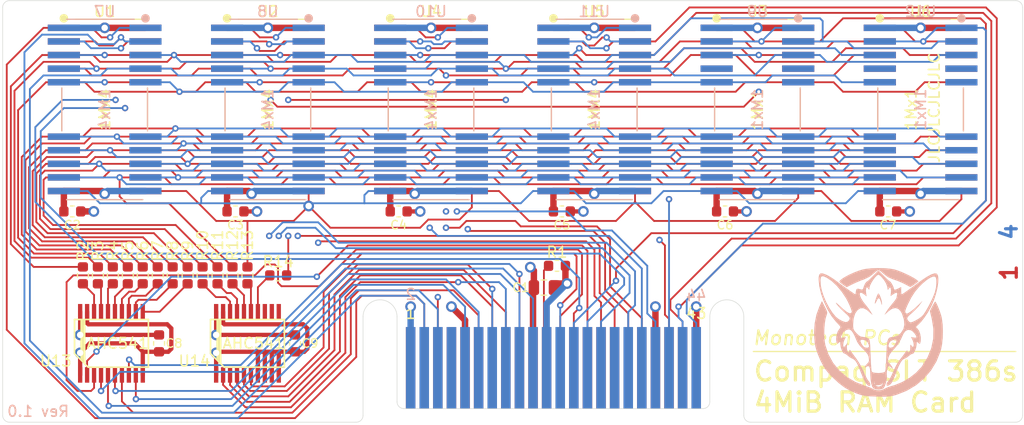
<source format=kicad_pcb>
(kicad_pcb (version 20171130) (host pcbnew 5.1.6)
  (title_block (title "Compaq SLT 386s 4MiB RAM Card") (date 2020-10-02) (company "Monotech PCs"))
  (layers (0 F.Cu signal) (1 In1.Cu power) (2 In2.Cu power) (31 B.Cu signal) (36 B.SilkS user) (37 F.SilkS user) (38 B.Mask user) (39 F.Mask user) (44 Edge.Cuts user))
  (net 0 "")
  (net 1 VCC)
  (net 2 GND)
  (net 3 /D0-0)
  (net 4 /D1-0)
  (net 5 /RAS0)
  (net 6 /RAS1)
  (net 7 /A0)
  (net 8 /A1)
  (net 9 /A2)
  (net 10 /A3)
  (net 11 /A4)
  (net 12 /A5)
  (net 13 /A6)
  (net 14 /A7)
  (net 15 /A8)
  (net 16 /A9)
  (net 17 "Net-(J1-Pad21)")
  (net 18 /CAS0)
  (net 19 /CAS1)
  (net 20 /D2-0)
  (net 21 /PD0)
  (net 22 /W)
  (net 23 /D3-0)
  (net 24 /D0-1)
  (net 25 /D1-1)
  (net 26 /D2-1)
  (net 27 /D0-2)
  (net 28 /D3-1)
  (net 29 /D2-2)
  (net 30 /D1-2)
  (net 31 /D3-2)
  (net 32 /D0-3)
  (net 33 /D1-3)
  (net 34 /D2-3)
  (net 35 /D3-3)
  (net 36 /PD1)
  (net 37 /BA0)
  (net 38 /BA1)
  (net 39 /BA2)
  (net 40 /BA3)
  (net 41 /BA4)
  (net 42 /BA5)
  (net 43 /BA6)
  (net 44 /BA7)
  (net 45 /BA8)
  (net 46 /BW)
  (net 47 /BCAS0)
  (net 48 /BCAS1)
  (net 49 /BA9)
  (net 50 "Net-(R2-Pad2)")
  (net 51 "Net-(R3-Pad2)")
  (net 52 "Net-(R4-Pad2)")
  (net 53 "Net-(R5-Pad2)")
  (net 54 "Net-(R6-Pad2)")
  (net 55 "Net-(R7-Pad2)")
  (net 56 "Net-(R8-Pad2)")
  (net 57 "Net-(R9-Pad2)")
  (net 58 "Net-(R10-Pad2)")
  (net 59 "Net-(R11-Pad2)")
  (net 60 "Net-(R12-Pad2)")
  (net 61 "Net-(R13-Pad2)")
  (net 62 "Net-(R14-Pad2)")
  (module Custom:Compaq_SLT386_RAM (layer F.Cu) (at 177.8 158.75)
    (fp_text reference J1)
    (fp_text value EdgeConn)
    (fp_text user 44 (at 64.77 -11.811) (layer B.SilkS) (effects (justify mirror)))
    (fp_text user 2 (at 38.1 -11.938) (layer B.SilkS) (effects (justify mirror)))
    (fp_text user 43 (at 64.77 -10.16) (layer F.SilkS))
    (fp_text user 1 (at 38.1 -10.16) (layer F.SilkS))
    (pad 44 smd rect (at 64.77 -5.08) (size 0.889 7.62) (layers B.Cu B.Mask) (net 36 /PD1))
    (pad 43 smd rect (at 64.77 -5.08) (size 0.889 7.62) (layers F.Cu F.Mask) (net 2 GND))
    (pad 42 smd rect (at 63.5 -5.08) (size 0.889 7.62) (layers B.Cu B.Mask) (net 35 /D3-3))
    (pad 41 smd rect (at 63.5 -5.08) (size 0.889 7.62) (layers F.Cu F.Mask) (net 34 /D2-3))
    (pad 40 smd rect (at 62.23 -5.08) (size 0.889 7.62) (layers B.Cu B.Mask) (net 33 /D1-3))
    (pad 39 smd rect (at 62.23 -5.08) (size 0.889 7.62) (layers F.Cu F.Mask) (net 32 /D0-3))
    (pad 38 smd rect (at 60.96 -5.08) (size 0.889 7.62) (layers B.Cu B.Mask) (net 31 /D3-2))
    (pad 37 smd rect (at 60.96 -5.08) (size 0.889 7.62) (layers F.Cu F.Mask) (net 2 GND))
    (pad 36 smd rect (at 59.69 -5.08) (size 0.889 7.62) (layers B.Cu B.Mask) (net 30 /D1-2))
    (pad 35 smd rect (at 59.69 -5.08) (size 0.889 7.62) (layers F.Cu F.Mask) (net 29 /D2-2))
    (pad 34 smd rect (at 58.42 -5.08) (size 0.889 7.62) (layers B.Cu B.Mask) (net 28 /D3-1))
    (pad 33 smd rect (at 58.42 -5.08) (size 0.889 7.62) (layers F.Cu F.Mask) (net 27 /D0-2))
    (pad 32 smd rect (at 57.15 -5.08) (size 0.889 7.62) (layers B.Cu B.Mask))
    (pad 31 smd rect (at 57.15 -5.08) (size 0.889 7.62) (layers F.Cu F.Mask) (net 26 /D2-1))
    (pad 30 smd rect (at 55.88 -5.08) (size 0.889 7.62) (layers B.Cu B.Mask) (net 25 /D1-1))
    (pad 29 smd rect (at 55.88 -5.08) (size 0.889 7.62) (layers F.Cu F.Mask) (net 24 /D0-1))
    (pad 28 smd rect (at 54.61 -5.08) (size 0.889 7.62) (layers B.Cu B.Mask) (net 23 /D3-0))
    (pad 27 smd rect (at 54.61 -5.08) (size 0.889 7.62) (layers F.Cu F.Mask) (net 22 /W))
    (pad 26 smd rect (at 53.34 -5.08) (size 0.889 7.62) (layers B.Cu B.Mask) (net 21 /PD0))
    (pad 25 smd rect (at 53.34 -5.08) (size 0.889 7.62) (layers F.Cu F.Mask) (net 20 /D2-0))
    (pad 24 smd rect (at 52.07 -5.08) (size 0.889 7.62) (layers B.Cu B.Mask) (net 19 /CAS1))
    (pad 23 smd rect (at 52.07 -5.08) (size 0.889 7.62) (layers F.Cu F.Mask) (net 18 /CAS0))
    (pad 22 smd rect (at 50.8 -5.08) (size 0.889 7.62) (layers B.Cu B.Mask) (net 2 GND))
    (pad 21 smd rect (at 50.8 -5.08) (size 0.889 7.62) (layers F.Cu F.Mask) (net 17 "Net-(J1-Pad21)"))
    (pad 20 smd rect (at 49.53 -5.08) (size 0.889 7.62) (layers B.Cu B.Mask) (net 16 /A9))
    (pad 19 smd rect (at 49.53 -5.08) (size 0.889 7.62) (layers F.Cu F.Mask) (net 1 VCC))
    (pad 18 smd rect (at 48.26 -5.08) (size 0.889 7.62) (layers B.Cu B.Mask) (net 15 /A8))
    (pad 17 smd rect (at 48.26 -5.08) (size 0.889 7.62) (layers F.Cu F.Mask) (net 14 /A7))
    (pad 16 smd rect (at 46.99 -5.08) (size 0.889 7.62) (layers B.Cu B.Mask) (net 13 /A6))
    (pad 15 smd rect (at 46.99 -5.08) (size 0.889 7.62) (layers F.Cu F.Mask) (net 12 /A5))
    (pad 14 smd rect (at 45.72 -5.08) (size 0.889 7.62) (layers B.Cu B.Mask) (net 11 /A4))
    (pad 13 smd rect (at 45.72 -5.08) (size 0.889 7.62) (layers F.Cu F.Mask) (net 10 /A3))
    (pad 12 smd rect (at 44.45 -5.08) (size 0.889 7.62) (layers B.Cu B.Mask) (net 9 /A2))
    (pad 11 smd rect (at 44.45 -5.08) (size 0.889 7.62) (layers F.Cu F.Mask) (net 8 /A1))
    (pad 10 smd rect (at 43.18 -5.08) (size 0.889 7.62) (layers B.Cu B.Mask) (net 7 /A0))
    (pad 9 smd rect (at 43.18 -5.08) (size 0.889 7.62) (layers F.Cu F.Mask) (net 1 VCC))
    (pad 8 smd rect (at 41.91 -5.08) (size 0.889 7.62) (layers B.Cu B.Mask))
    (pad 7 smd rect (at 41.91 -5.08) (size 0.889 7.62) (layers F.Cu F.Mask))
    (pad 6 smd rect (at 40.64 -5.08) (size 0.889 7.62) (layers B.Cu B.Mask) (net 6 /RAS1))
    (pad 5 smd rect (at 40.64 -5.08) (size 0.889 7.62) (layers F.Cu F.Mask) (net 5 /RAS0))
    (pad 4 smd rect (at 39.37 -5.08) (size 0.889 7.62) (layers B.Cu B.Mask) (net 4 /D1-0))
    (pad 3 smd rect (at 39.37 -5.08) (size 0.889 7.62) (layers F.Cu F.Mask) (net 3 /D0-0))
    (pad 2 smd rect (at 38.1 -5.08) (size 0.889 7.62) (layers B.Cu B.Mask) (net 2 GND))
    (pad 1 smd rect (at 38.1 -5.08) (size 0.889 7.62) (layers F.Cu F.Mask))
  )
  (module "Custom KiCad Library:Monotech Logo 12mm" (layer B.Cu) (at 259.588 150.368 180)
    (fp_text reference LOGO1 hide)
    (fp_text value LOGO hide)
  )
  (module Custom:TSOP-II_or_SOJ-26-20 (layer F.Cu) (at 187.325 129.54 270)
    (fp_text reference U1 (at -9.144 0) (layer F.SilkS))
    (fp_text value 1Mx4 (at 0 0 90) (layer F.SilkS))
    (pad 10 smd rect (at 7.62 3.81 270) (size 0.6 3) (layers F.Cu F.Paste F.Mask) (net 1 VCC))
    (pad 11 smd rect (at 7.62 -3.81 270) (size 0.6 3) (layers F.Cu F.Paste F.Mask) (net 41 /BA4))
    (pad 9 smd rect (at 6.35 3.81 270) (size 0.6 3) (layers F.Cu F.Paste F.Mask) (net 40 /BA3))
    (pad 12 smd rect (at 6.35 -3.81 270) (size 0.6 3) (layers F.Cu F.Paste F.Mask) (net 42 /BA5))
    (pad 8 smd rect (at 5.08 3.81 270) (size 0.6 3) (layers F.Cu F.Paste F.Mask) (net 39 /BA2))
    (pad 13 smd rect (at 5.08 -3.81 270) (size 0.6 3) (layers F.Cu F.Paste F.Mask) (net 43 /BA6))
    (pad 7 smd rect (at 3.81 3.81 270) (size 0.6 3) (layers F.Cu F.Paste F.Mask) (net 38 /BA1))
    (pad 14 smd rect (at 3.81 -3.81 270) (size 0.6 3) (layers F.Cu F.Paste F.Mask) (net 44 /BA7))
    (pad 6 smd rect (at 2.54 3.81 270) (size 0.6 3) (layers F.Cu F.Paste F.Mask) (net 37 /BA0))
    (pad 15 smd rect (at 2.54 -3.81 270) (size 0.6 3) (layers F.Cu F.Paste F.Mask) (net 45 /BA8))
    (pad 5 smd rect (at -2.54 3.81 270) (size 0.6 3) (layers F.Cu F.Paste F.Mask) (net 49 /BA9))
    (pad 16 smd rect (at -2.54 -3.81 270) (size 0.6 3) (layers F.Cu F.Paste F.Mask) (net 2 GND))
    (pad 4 smd rect (at -3.81 3.81 270) (size 0.6 3) (layers F.Cu F.Paste F.Mask) (net 5 /RAS0))
    (pad 17 smd rect (at -3.81 -3.81 270) (size 0.6 3) (layers F.Cu F.Paste F.Mask) (net 47 /BCAS0))
    (pad 3 smd rect (at -5.08 3.81 270) (size 0.6 3) (layers F.Cu F.Paste F.Mask) (net 46 /BW))
    (pad 18 smd rect (at -5.08 -3.81 270) (size 0.6 3) (layers F.Cu F.Paste F.Mask) (net 20 /D2-0))
    (pad 2 smd rect (at -6.35 3.81 270) (size 0.6 3) (layers F.Cu F.Paste F.Mask) (net 4 /D1-0))
    (pad 19 smd rect (at -6.35 -3.81 270) (size 0.6 3) (layers F.Cu F.Paste F.Mask) (net 23 /D3-0))
    (pad 1 smd rect (at -7.62 3.81 270) (size 0.6 3) (layers F.Cu F.Paste F.Mask) (net 3 /D0-0))
    (pad 20 smd rect (at -7.62 -3.81 270) (size 0.6 3) (layers F.Cu F.Paste F.Mask) (net 2 GND))
  )
  (module Custom:TSOP-II_or_SOJ-26-20 (layer F.Cu) (at 202.565 129.54 270)
    (fp_text reference U2 (at -9.144 0) (layer F.SilkS))
    (fp_text value 1Mx4 (at 0 0 90) (layer F.SilkS))
    (pad 20 smd rect (at -7.62 -3.81 270) (size 0.6 3) (layers F.Cu F.Paste F.Mask) (net 2 GND))
    (pad 1 smd rect (at -7.62 3.81 270) (size 0.6 3) (layers F.Cu F.Paste F.Mask) (net 24 /D0-1))
    (pad 19 smd rect (at -6.35 -3.81 270) (size 0.6 3) (layers F.Cu F.Paste F.Mask) (net 28 /D3-1))
    (pad 2 smd rect (at -6.35 3.81 270) (size 0.6 3) (layers F.Cu F.Paste F.Mask) (net 25 /D1-1))
    (pad 18 smd rect (at -5.08 -3.81 270) (size 0.6 3) (layers F.Cu F.Paste F.Mask) (net 26 /D2-1))
    (pad 3 smd rect (at -5.08 3.81 270) (size 0.6 3) (layers F.Cu F.Paste F.Mask) (net 46 /BW))
    (pad 17 smd rect (at -3.81 -3.81 270) (size 0.6 3) (layers F.Cu F.Paste F.Mask) (net 47 /BCAS0))
    (pad 4 smd rect (at -3.81 3.81 270) (size 0.6 3) (layers F.Cu F.Paste F.Mask) (net 5 /RAS0))
    (pad 16 smd rect (at -2.54 -3.81 270) (size 0.6 3) (layers F.Cu F.Paste F.Mask) (net 2 GND))
    (pad 5 smd rect (at -2.54 3.81 270) (size 0.6 3) (layers F.Cu F.Paste F.Mask) (net 49 /BA9))
    (pad 15 smd rect (at 2.54 -3.81 270) (size 0.6 3) (layers F.Cu F.Paste F.Mask) (net 45 /BA8))
    (pad 6 smd rect (at 2.54 3.81 270) (size 0.6 3) (layers F.Cu F.Paste F.Mask) (net 37 /BA0))
    (pad 14 smd rect (at 3.81 -3.81 270) (size 0.6 3) (layers F.Cu F.Paste F.Mask) (net 44 /BA7))
    (pad 7 smd rect (at 3.81 3.81 270) (size 0.6 3) (layers F.Cu F.Paste F.Mask) (net 38 /BA1))
    (pad 13 smd rect (at 5.08 -3.81 270) (size 0.6 3) (layers F.Cu F.Paste F.Mask) (net 43 /BA6))
    (pad 8 smd rect (at 5.08 3.81 270) (size 0.6 3) (layers F.Cu F.Paste F.Mask) (net 39 /BA2))
    (pad 12 smd rect (at 6.35 -3.81 270) (size 0.6 3) (layers F.Cu F.Paste F.Mask) (net 42 /BA5))
    (pad 9 smd rect (at 6.35 3.81 270) (size 0.6 3) (layers F.Cu F.Paste F.Mask) (net 40 /BA3))
    (pad 11 smd rect (at 7.62 -3.81 270) (size 0.6 3) (layers F.Cu F.Paste F.Mask) (net 41 /BA4))
    (pad 10 smd rect (at 7.62 3.81 270) (size 0.6 3) (layers F.Cu F.Paste F.Mask) (net 1 VCC))
  )
  (module Custom:TSOP-II_or_SOJ-26-20 (layer F.Cu) (at 248.285 129.54 270)
    (fp_text reference U3 (at -9.144 0) (layer F.SilkS))
    (fp_text value 1Mx1 (at 0 0 90) (layer F.SilkS))
    (pad 20 smd rect (at -7.62 -3.81 270) (size 0.6 3) (layers F.Cu F.Paste F.Mask) (net 2 GND))
    (pad 1 smd rect (at -7.62 3.81 270) (size 0.6 3) (layers F.Cu F.Paste F.Mask) (net 21 /PD0))
    (pad 19 smd rect (at -6.35 -3.81 270) (size 0.6 3) (layers F.Cu F.Paste F.Mask) (net 21 /PD0))
    (pad 2 smd rect (at -6.35 3.81 270) (size 0.6 3) (layers F.Cu F.Paste F.Mask) (net 46 /BW))
    (pad 18 smd rect (at -5.08 -3.81 270) (size 0.6 3) (layers F.Cu F.Paste F.Mask) (net 47 /BCAS0))
    (pad 3 smd rect (at -5.08 3.81 270) (size 0.6 3) (layers F.Cu F.Paste F.Mask) (net 5 /RAS0))
    (pad 17 smd rect (at -3.81 -3.81 270) (size 0.6 3) (layers F.Cu F.Paste F.Mask))
    (pad 4 smd rect (at -3.81 3.81 270) (size 0.6 3) (layers F.Cu F.Paste F.Mask))
    (pad 16 smd rect (at -2.54 -3.81 270) (size 0.6 3) (layers F.Cu F.Paste F.Mask) (net 49 /BA9))
    (pad 5 smd rect (at -2.54 3.81 270) (size 0.6 3) (layers F.Cu F.Paste F.Mask))
    (pad 15 smd rect (at 2.54 -3.81 270) (size 0.6 3) (layers F.Cu F.Paste F.Mask) (net 45 /BA8))
    (pad 6 smd rect (at 2.54 3.81 270) (size 0.6 3) (layers F.Cu F.Paste F.Mask) (net 37 /BA0))
    (pad 14 smd rect (at 3.81 -3.81 270) (size 0.6 3) (layers F.Cu F.Paste F.Mask) (net 44 /BA7))
    (pad 7 smd rect (at 3.81 3.81 270) (size 0.6 3) (layers F.Cu F.Paste F.Mask) (net 38 /BA1))
    (pad 13 smd rect (at 5.08 -3.81 270) (size 0.6 3) (layers F.Cu F.Paste F.Mask) (net 43 /BA6))
    (pad 8 smd rect (at 5.08 3.81 270) (size 0.6 3) (layers F.Cu F.Paste F.Mask) (net 39 /BA2))
    (pad 12 smd rect (at 6.35 -3.81 270) (size 0.6 3) (layers F.Cu F.Paste F.Mask) (net 42 /BA5))
    (pad 9 smd rect (at 6.35 3.81 270) (size 0.6 3) (layers F.Cu F.Paste F.Mask) (net 40 /BA3))
    (pad 11 smd rect (at 7.62 -3.81 270) (size 0.6 3) (layers F.Cu F.Paste F.Mask) (net 41 /BA4))
    (pad 10 smd rect (at 7.62 3.81 270) (size 0.6 3) (layers F.Cu F.Paste F.Mask) (net 1 VCC))
  )
  (module Custom:TSOP-II_or_SOJ-26-20 (layer F.Cu) (at 217.805 129.54 270)
    (fp_text reference U4 (at -9.144 0) (layer F.SilkS))
    (fp_text value 1Mx4 (at 0 0 90) (layer F.SilkS))
    (pad 20 smd rect (at -7.62 -3.81 270) (size 0.6 3) (layers F.Cu F.Paste F.Mask) (net 2 GND))
    (pad 1 smd rect (at -7.62 3.81 270) (size 0.6 3) (layers F.Cu F.Paste F.Mask) (net 27 /D0-2))
    (pad 19 smd rect (at -6.35 -3.81 270) (size 0.6 3) (layers F.Cu F.Paste F.Mask) (net 31 /D3-2))
    (pad 2 smd rect (at -6.35 3.81 270) (size 0.6 3) (layers F.Cu F.Paste F.Mask) (net 30 /D1-2))
    (pad 18 smd rect (at -5.08 -3.81 270) (size 0.6 3) (layers F.Cu F.Paste F.Mask) (net 29 /D2-2))
    (pad 3 smd rect (at -5.08 3.81 270) (size 0.6 3) (layers F.Cu F.Paste F.Mask) (net 46 /BW))
    (pad 17 smd rect (at -3.81 -3.81 270) (size 0.6 3) (layers F.Cu F.Paste F.Mask) (net 48 /BCAS1))
    (pad 4 smd rect (at -3.81 3.81 270) (size 0.6 3) (layers F.Cu F.Paste F.Mask) (net 5 /RAS0))
    (pad 16 smd rect (at -2.54 -3.81 270) (size 0.6 3) (layers F.Cu F.Paste F.Mask) (net 2 GND))
    (pad 5 smd rect (at -2.54 3.81 270) (size 0.6 3) (layers F.Cu F.Paste F.Mask) (net 49 /BA9))
    (pad 15 smd rect (at 2.54 -3.81 270) (size 0.6 3) (layers F.Cu F.Paste F.Mask) (net 45 /BA8))
    (pad 6 smd rect (at 2.54 3.81 270) (size 0.6 3) (layers F.Cu F.Paste F.Mask) (net 37 /BA0))
    (pad 14 smd rect (at 3.81 -3.81 270) (size 0.6 3) (layers F.Cu F.Paste F.Mask) (net 44 /BA7))
    (pad 7 smd rect (at 3.81 3.81 270) (size 0.6 3) (layers F.Cu F.Paste F.Mask) (net 38 /BA1))
    (pad 13 smd rect (at 5.08 -3.81 270) (size 0.6 3) (layers F.Cu F.Paste F.Mask) (net 43 /BA6))
    (pad 8 smd rect (at 5.08 3.81 270) (size 0.6 3) (layers F.Cu F.Paste F.Mask) (net 39 /BA2))
    (pad 12 smd rect (at 6.35 -3.81 270) (size 0.6 3) (layers F.Cu F.Paste F.Mask) (net 42 /BA5))
    (pad 9 smd rect (at 6.35 3.81 270) (size 0.6 3) (layers F.Cu F.Paste F.Mask) (net 40 /BA3))
    (pad 11 smd rect (at 7.62 -3.81 270) (size 0.6 3) (layers F.Cu F.Paste F.Mask) (net 41 /BA4))
    (pad 10 smd rect (at 7.62 3.81 270) (size 0.6 3) (layers F.Cu F.Paste F.Mask) (net 1 VCC))
  )
  (module Custom:TSOP-II_or_SOJ-26-20 (layer F.Cu) (at 233.045 129.54 270)
    (fp_text reference U5 (at -9.144 0) (layer F.SilkS))
    (fp_text value 1Mx4 (at 0 0 90) (layer F.SilkS))
    (pad 10 smd rect (at 7.62 3.81 270) (size 0.6 3) (layers F.Cu F.Paste F.Mask) (net 1 VCC))
    (pad 11 smd rect (at 7.62 -3.81 270) (size 0.6 3) (layers F.Cu F.Paste F.Mask) (net 41 /BA4))
    (pad 9 smd rect (at 6.35 3.81 270) (size 0.6 3) (layers F.Cu F.Paste F.Mask) (net 40 /BA3))
    (pad 12 smd rect (at 6.35 -3.81 270) (size 0.6 3) (layers F.Cu F.Paste F.Mask) (net 42 /BA5))
    (pad 8 smd rect (at 5.08 3.81 270) (size 0.6 3) (layers F.Cu F.Paste F.Mask) (net 39 /BA2))
    (pad 13 smd rect (at 5.08 -3.81 270) (size 0.6 3) (layers F.Cu F.Paste F.Mask) (net 43 /BA6))
    (pad 7 smd rect (at 3.81 3.81 270) (size 0.6 3) (layers F.Cu F.Paste F.Mask) (net 38 /BA1))
    (pad 14 smd rect (at 3.81 -3.81 270) (size 0.6 3) (layers F.Cu F.Paste F.Mask) (net 44 /BA7))
    (pad 6 smd rect (at 2.54 3.81 270) (size 0.6 3) (layers F.Cu F.Paste F.Mask) (net 37 /BA0))
    (pad 15 smd rect (at 2.54 -3.81 270) (size 0.6 3) (layers F.Cu F.Paste F.Mask) (net 45 /BA8))
    (pad 5 smd rect (at -2.54 3.81 270) (size 0.6 3) (layers F.Cu F.Paste F.Mask) (net 49 /BA9))
    (pad 16 smd rect (at -2.54 -3.81 270) (size 0.6 3) (layers F.Cu F.Paste F.Mask) (net 2 GND))
    (pad 4 smd rect (at -3.81 3.81 270) (size 0.6 3) (layers F.Cu F.Paste F.Mask) (net 5 /RAS0))
    (pad 17 smd rect (at -3.81 -3.81 270) (size 0.6 3) (layers F.Cu F.Paste F.Mask) (net 48 /BCAS1))
    (pad 3 smd rect (at -5.08 3.81 270) (size 0.6 3) (layers F.Cu F.Paste F.Mask) (net 46 /BW))
    (pad 18 smd rect (at -5.08 -3.81 270) (size 0.6 3) (layers F.Cu F.Paste F.Mask) (net 34 /D2-3))
    (pad 2 smd rect (at -6.35 3.81 270) (size 0.6 3) (layers F.Cu F.Paste F.Mask) (net 33 /D1-3))
    (pad 19 smd rect (at -6.35 -3.81 270) (size 0.6 3) (layers F.Cu F.Paste F.Mask) (net 35 /D3-3))
    (pad 1 smd rect (at -7.62 3.81 270) (size 0.6 3) (layers F.Cu F.Paste F.Mask) (net 32 /D0-3))
    (pad 20 smd rect (at -7.62 -3.81 270) (size 0.6 3) (layers F.Cu F.Paste F.Mask) (net 2 GND))
  )
  (module Custom:TSOP-II_or_SOJ-26-20 (layer F.Cu) (at 263.525 129.54 270)
    (fp_text reference U6 (at -9.144 0) (layer F.SilkS))
    (fp_text value 1Mx1 (at 0 0.889 90) (layer F.SilkS))
    (pad 10 smd rect (at 7.62 3.81 270) (size 0.6 3) (layers F.Cu F.Paste F.Mask) (net 1 VCC))
    (pad 11 smd rect (at 7.62 -3.81 270) (size 0.6 3) (layers F.Cu F.Paste F.Mask) (net 41 /BA4))
    (pad 9 smd rect (at 6.35 3.81 270) (size 0.6 3) (layers F.Cu F.Paste F.Mask) (net 40 /BA3))
    (pad 12 smd rect (at 6.35 -3.81 270) (size 0.6 3) (layers F.Cu F.Paste F.Mask) (net 42 /BA5))
    (pad 8 smd rect (at 5.08 3.81 270) (size 0.6 3) (layers F.Cu F.Paste F.Mask) (net 39 /BA2))
    (pad 13 smd rect (at 5.08 -3.81 270) (size 0.6 3) (layers F.Cu F.Paste F.Mask) (net 43 /BA6))
    (pad 7 smd rect (at 3.81 3.81 270) (size 0.6 3) (layers F.Cu F.Paste F.Mask) (net 38 /BA1))
    (pad 14 smd rect (at 3.81 -3.81 270) (size 0.6 3) (layers F.Cu F.Paste F.Mask) (net 44 /BA7))
    (pad 6 smd rect (at 2.54 3.81 270) (size 0.6 3) (layers F.Cu F.Paste F.Mask) (net 37 /BA0))
    (pad 15 smd rect (at 2.54 -3.81 270) (size 0.6 3) (layers F.Cu F.Paste F.Mask) (net 45 /BA8))
    (pad 5 smd rect (at -2.54 3.81 270) (size 0.6 3) (layers F.Cu F.Paste F.Mask))
    (pad 16 smd rect (at -2.54 -3.81 270) (size 0.6 3) (layers F.Cu F.Paste F.Mask) (net 49 /BA9))
    (pad 4 smd rect (at -3.81 3.81 270) (size 0.6 3) (layers F.Cu F.Paste F.Mask))
    (pad 17 smd rect (at -3.81 -3.81 270) (size 0.6 3) (layers F.Cu F.Paste F.Mask))
    (pad 3 smd rect (at -5.08 3.81 270) (size 0.6 3) (layers F.Cu F.Paste F.Mask) (net 5 /RAS0))
    (pad 18 smd rect (at -5.08 -3.81 270) (size 0.6 3) (layers F.Cu F.Paste F.Mask) (net 48 /BCAS1))
    (pad 2 smd rect (at -6.35 3.81 270) (size 0.6 3) (layers F.Cu F.Paste F.Mask) (net 46 /BW))
    (pad 19 smd rect (at -6.35 -3.81 270) (size 0.6 3) (layers F.Cu F.Paste F.Mask) (net 36 /PD1))
    (pad 1 smd rect (at -7.62 3.81 270) (size 0.6 3) (layers F.Cu F.Paste F.Mask) (net 36 /PD1))
    (pad 20 smd rect (at -7.62 -3.81 270) (size 0.6 3) (layers F.Cu F.Paste F.Mask) (net 2 GND))
  )
  (module Custom:TSOP-II_or_SOJ-26-20 (layer B.Cu) (at 187.325 129.54 270)
    (fp_text reference U7 (at -9.144 0) (layer B.SilkS) (effects (justify mirror)))
    (fp_text value 1Mx4 (at 0 0 270) (layer B.SilkS) (effects (justify mirror)))
    (pad 20 smd rect (at -7.62 3.81 270) (size 0.6 3) (layers B.Cu B.Paste B.Mask) (net 2 GND))
    (pad 1 smd rect (at -7.62 -3.81 270) (size 0.6 3) (layers B.Cu B.Paste B.Mask) (net 3 /D0-0))
    (pad 19 smd rect (at -6.35 3.81 270) (size 0.6 3) (layers B.Cu B.Paste B.Mask) (net 23 /D3-0))
    (pad 2 smd rect (at -6.35 -3.81 270) (size 0.6 3) (layers B.Cu B.Paste B.Mask) (net 4 /D1-0))
    (pad 18 smd rect (at -5.08 3.81 270) (size 0.6 3) (layers B.Cu B.Paste B.Mask) (net 20 /D2-0))
    (pad 3 smd rect (at -5.08 -3.81 270) (size 0.6 3) (layers B.Cu B.Paste B.Mask) (net 46 /BW))
    (pad 17 smd rect (at -3.81 3.81 270) (size 0.6 3) (layers B.Cu B.Paste B.Mask) (net 47 /BCAS0))
    (pad 4 smd rect (at -3.81 -3.81 270) (size 0.6 3) (layers B.Cu B.Paste B.Mask) (net 6 /RAS1))
    (pad 16 smd rect (at -2.54 3.81 270) (size 0.6 3) (layers B.Cu B.Paste B.Mask) (net 2 GND))
    (pad 5 smd rect (at -2.54 -3.81 270) (size 0.6 3) (layers B.Cu B.Paste B.Mask) (net 49 /BA9))
    (pad 15 smd rect (at 2.54 3.81 270) (size 0.6 3) (layers B.Cu B.Paste B.Mask) (net 45 /BA8))
    (pad 6 smd rect (at 2.54 -3.81 270) (size 0.6 3) (layers B.Cu B.Paste B.Mask) (net 37 /BA0))
    (pad 14 smd rect (at 3.81 3.81 270) (size 0.6 3) (layers B.Cu B.Paste B.Mask) (net 44 /BA7))
    (pad 7 smd rect (at 3.81 -3.81 270) (size 0.6 3) (layers B.Cu B.Paste B.Mask) (net 38 /BA1))
    (pad 13 smd rect (at 5.08 3.81 270) (size 0.6 3) (layers B.Cu B.Paste B.Mask) (net 43 /BA6))
    (pad 8 smd rect (at 5.08 -3.81 270) (size 0.6 3) (layers B.Cu B.Paste B.Mask) (net 39 /BA2))
    (pad 12 smd rect (at 6.35 3.81 270) (size 0.6 3) (layers B.Cu B.Paste B.Mask) (net 42 /BA5))
    (pad 9 smd rect (at 6.35 -3.81 270) (size 0.6 3) (layers B.Cu B.Paste B.Mask) (net 40 /BA3))
    (pad 11 smd rect (at 7.62 3.81 270) (size 0.6 3) (layers B.Cu B.Paste B.Mask) (net 41 /BA4))
    (pad 10 smd rect (at 7.62 -3.81 270) (size 0.6 3) (layers B.Cu B.Paste B.Mask) (net 1 VCC))
  )
  (module Custom:TSOP-II_or_SOJ-26-20 (layer B.Cu) (at 202.565 129.54 270)
    (fp_text reference U8 (at -9.144 0) (layer B.SilkS) (effects (justify mirror)))
    (fp_text value 1Mx4 (at 0 0 270) (layer B.SilkS) (effects (justify mirror)))
    (pad 10 smd rect (at 7.62 -3.81 270) (size 0.6 3) (layers B.Cu B.Paste B.Mask) (net 1 VCC))
    (pad 11 smd rect (at 7.62 3.81 270) (size 0.6 3) (layers B.Cu B.Paste B.Mask) (net 41 /BA4))
    (pad 9 smd rect (at 6.35 -3.81 270) (size 0.6 3) (layers B.Cu B.Paste B.Mask) (net 40 /BA3))
    (pad 12 smd rect (at 6.35 3.81 270) (size 0.6 3) (layers B.Cu B.Paste B.Mask) (net 42 /BA5))
    (pad 8 smd rect (at 5.08 -3.81 270) (size 0.6 3) (layers B.Cu B.Paste B.Mask) (net 39 /BA2))
    (pad 13 smd rect (at 5.08 3.81 270) (size 0.6 3) (layers B.Cu B.Paste B.Mask) (net 43 /BA6))
    (pad 7 smd rect (at 3.81 -3.81 270) (size 0.6 3) (layers B.Cu B.Paste B.Mask) (net 38 /BA1))
    (pad 14 smd rect (at 3.81 3.81 270) (size 0.6 3) (layers B.Cu B.Paste B.Mask) (net 44 /BA7))
    (pad 6 smd rect (at 2.54 -3.81 270) (size 0.6 3) (layers B.Cu B.Paste B.Mask) (net 37 /BA0))
    (pad 15 smd rect (at 2.54 3.81 270) (size 0.6 3) (layers B.Cu B.Paste B.Mask) (net 45 /BA8))
    (pad 5 smd rect (at -2.54 -3.81 270) (size 0.6 3) (layers B.Cu B.Paste B.Mask) (net 49 /BA9))
    (pad 16 smd rect (at -2.54 3.81 270) (size 0.6 3) (layers B.Cu B.Paste B.Mask) (net 2 GND))
    (pad 4 smd rect (at -3.81 -3.81 270) (size 0.6 3) (layers B.Cu B.Paste B.Mask) (net 6 /RAS1))
    (pad 17 smd rect (at -3.81 3.81 270) (size 0.6 3) (layers B.Cu B.Paste B.Mask) (net 47 /BCAS0))
    (pad 3 smd rect (at -5.08 -3.81 270) (size 0.6 3) (layers B.Cu B.Paste B.Mask) (net 46 /BW))
    (pad 18 smd rect (at -5.08 3.81 270) (size 0.6 3) (layers B.Cu B.Paste B.Mask) (net 26 /D2-1))
    (pad 2 smd rect (at -6.35 -3.81 270) (size 0.6 3) (layers B.Cu B.Paste B.Mask) (net 25 /D1-1))
    (pad 19 smd rect (at -6.35 3.81 270) (size 0.6 3) (layers B.Cu B.Paste B.Mask) (net 28 /D3-1))
    (pad 1 smd rect (at -7.62 -3.81 270) (size 0.6 3) (layers B.Cu B.Paste B.Mask) (net 24 /D0-1))
    (pad 20 smd rect (at -7.62 3.81 270) (size 0.6 3) (layers B.Cu B.Paste B.Mask) (net 2 GND))
  )
  (module Custom:TSOP-II_or_SOJ-26-20 (layer B.Cu) (at 248.285 129.54 270)
    (fp_text reference U9 (at -9.144 0) (layer B.SilkS) (effects (justify mirror)))
    (fp_text value 1Mx1 (at 0 0 270) (layer B.SilkS) (effects (justify mirror)))
    (pad 20 smd rect (at -7.62 3.81 270) (size 0.6 3) (layers B.Cu B.Paste B.Mask) (net 2 GND))
    (pad 1 smd rect (at -7.62 -3.81 270) (size 0.6 3) (layers B.Cu B.Paste B.Mask) (net 21 /PD0))
    (pad 19 smd rect (at -6.35 3.81 270) (size 0.6 3) (layers B.Cu B.Paste B.Mask) (net 21 /PD0))
    (pad 2 smd rect (at -6.35 -3.81 270) (size 0.6 3) (layers B.Cu B.Paste B.Mask) (net 46 /BW))
    (pad 18 smd rect (at -5.08 3.81 270) (size 0.6 3) (layers B.Cu B.Paste B.Mask) (net 47 /BCAS0))
    (pad 3 smd rect (at -5.08 -3.81 270) (size 0.6 3) (layers B.Cu B.Paste B.Mask) (net 6 /RAS1))
    (pad 17 smd rect (at -3.81 3.81 270) (size 0.6 3) (layers B.Cu B.Paste B.Mask))
    (pad 4 smd rect (at -3.81 -3.81 270) (size 0.6 3) (layers B.Cu B.Paste B.Mask))
    (pad 16 smd rect (at -2.54 3.81 270) (size 0.6 3) (layers B.Cu B.Paste B.Mask) (net 49 /BA9))
    (pad 5 smd rect (at -2.54 -3.81 270) (size 0.6 3) (layers B.Cu B.Paste B.Mask))
    (pad 15 smd rect (at 2.54 3.81 270) (size 0.6 3) (layers B.Cu B.Paste B.Mask) (net 45 /BA8))
    (pad 6 smd rect (at 2.54 -3.81 270) (size 0.6 3) (layers B.Cu B.Paste B.Mask) (net 37 /BA0))
    (pad 14 smd rect (at 3.81 3.81 270) (size 0.6 3) (layers B.Cu B.Paste B.Mask) (net 44 /BA7))
    (pad 7 smd rect (at 3.81 -3.81 270) (size 0.6 3) (layers B.Cu B.Paste B.Mask) (net 38 /BA1))
    (pad 13 smd rect (at 5.08 3.81 270) (size 0.6 3) (layers B.Cu B.Paste B.Mask) (net 43 /BA6))
    (pad 8 smd rect (at 5.08 -3.81 270) (size 0.6 3) (layers B.Cu B.Paste B.Mask) (net 39 /BA2))
    (pad 12 smd rect (at 6.35 3.81 270) (size 0.6 3) (layers B.Cu B.Paste B.Mask) (net 42 /BA5))
    (pad 9 smd rect (at 6.35 -3.81 270) (size 0.6 3) (layers B.Cu B.Paste B.Mask) (net 40 /BA3))
    (pad 11 smd rect (at 7.62 3.81 270) (size 0.6 3) (layers B.Cu B.Paste B.Mask) (net 41 /BA4))
    (pad 10 smd rect (at 7.62 -3.81 270) (size 0.6 3) (layers B.Cu B.Paste B.Mask) (net 1 VCC))
  )
  (module Custom:TSOP-II_or_SOJ-26-20 (layer B.Cu) (at 217.805 129.54 270)
    (fp_text reference U10 (at -9.144 0) (layer B.SilkS) (effects (justify mirror)))
    (fp_text value 1Mx4 (at 0 0 270) (layer B.SilkS) (effects (justify mirror)))
    (pad 20 smd rect (at -7.62 3.81 270) (size 0.6 3) (layers B.Cu B.Paste B.Mask) (net 2 GND))
    (pad 1 smd rect (at -7.62 -3.81 270) (size 0.6 3) (layers B.Cu B.Paste B.Mask) (net 27 /D0-2))
    (pad 19 smd rect (at -6.35 3.81 270) (size 0.6 3) (layers B.Cu B.Paste B.Mask) (net 31 /D3-2))
    (pad 2 smd rect (at -6.35 -3.81 270) (size 0.6 3) (layers B.Cu B.Paste B.Mask) (net 30 /D1-2))
    (pad 18 smd rect (at -5.08 3.81 270) (size 0.6 3) (layers B.Cu B.Paste B.Mask) (net 29 /D2-2))
    (pad 3 smd rect (at -5.08 -3.81 270) (size 0.6 3) (layers B.Cu B.Paste B.Mask) (net 46 /BW))
    (pad 17 smd rect (at -3.81 3.81 270) (size 0.6 3) (layers B.Cu B.Paste B.Mask) (net 48 /BCAS1))
    (pad 4 smd rect (at -3.81 -3.81 270) (size 0.6 3) (layers B.Cu B.Paste B.Mask) (net 6 /RAS1))
    (pad 16 smd rect (at -2.54 3.81 270) (size 0.6 3) (layers B.Cu B.Paste B.Mask) (net 2 GND))
    (pad 5 smd rect (at -2.54 -3.81 270) (size 0.6 3) (layers B.Cu B.Paste B.Mask) (net 49 /BA9))
    (pad 15 smd rect (at 2.54 3.81 270) (size 0.6 3) (layers B.Cu B.Paste B.Mask) (net 45 /BA8))
    (pad 6 smd rect (at 2.54 -3.81 270) (size 0.6 3) (layers B.Cu B.Paste B.Mask) (net 37 /BA0))
    (pad 14 smd rect (at 3.81 3.81 270) (size 0.6 3) (layers B.Cu B.Paste B.Mask) (net 44 /BA7))
    (pad 7 smd rect (at 3.81 -3.81 270) (size 0.6 3) (layers B.Cu B.Paste B.Mask) (net 38 /BA1))
    (pad 13 smd rect (at 5.08 3.81 270) (size 0.6 3) (layers B.Cu B.Paste B.Mask) (net 43 /BA6))
    (pad 8 smd rect (at 5.08 -3.81 270) (size 0.6 3) (layers B.Cu B.Paste B.Mask) (net 39 /BA2))
    (pad 12 smd rect (at 6.35 3.81 270) (size 0.6 3) (layers B.Cu B.Paste B.Mask) (net 42 /BA5))
    (pad 9 smd rect (at 6.35 -3.81 270) (size 0.6 3) (layers B.Cu B.Paste B.Mask) (net 40 /BA3))
    (pad 11 smd rect (at 7.62 3.81 270) (size 0.6 3) (layers B.Cu B.Paste B.Mask) (net 41 /BA4))
    (pad 10 smd rect (at 7.62 -3.81 270) (size 0.6 3) (layers B.Cu B.Paste B.Mask) (net 1 VCC))
  )
  (module Custom:TSOP-II_or_SOJ-26-20 (layer B.Cu) (at 233.045 129.54 270)
    (fp_text reference U11 (at -9.144 0) (layer B.SilkS) (effects (justify mirror)))
    (fp_text value 1Mx4 (at 0 0 270) (layer B.SilkS) (effects (justify mirror)))
    (pad 10 smd rect (at 7.62 -3.81 270) (size 0.6 3) (layers B.Cu B.Paste B.Mask) (net 1 VCC))
    (pad 11 smd rect (at 7.62 3.81 270) (size 0.6 3) (layers B.Cu B.Paste B.Mask) (net 41 /BA4))
    (pad 9 smd rect (at 6.35 -3.81 270) (size 0.6 3) (layers B.Cu B.Paste B.Mask) (net 40 /BA3))
    (pad 12 smd rect (at 6.35 3.81 270) (size 0.6 3) (layers B.Cu B.Paste B.Mask) (net 42 /BA5))
    (pad 8 smd rect (at 5.08 -3.81 270) (size 0.6 3) (layers B.Cu B.Paste B.Mask) (net 39 /BA2))
    (pad 13 smd rect (at 5.08 3.81 270) (size 0.6 3) (layers B.Cu B.Paste B.Mask) (net 43 /BA6))
    (pad 7 smd rect (at 3.81 -3.81 270) (size 0.6 3) (layers B.Cu B.Paste B.Mask) (net 38 /BA1))
    (pad 14 smd rect (at 3.81 3.81 270) (size 0.6 3) (layers B.Cu B.Paste B.Mask) (net 44 /BA7))
    (pad 6 smd rect (at 2.54 -3.81 270) (size 0.6 3) (layers B.Cu B.Paste B.Mask) (net 37 /BA0))
    (pad 15 smd rect (at 2.54 3.81 270) (size 0.6 3) (layers B.Cu B.Paste B.Mask) (net 45 /BA8))
    (pad 5 smd rect (at -2.54 -3.81 270) (size 0.6 3) (layers B.Cu B.Paste B.Mask) (net 49 /BA9))
    (pad 16 smd rect (at -2.54 3.81 270) (size 0.6 3) (layers B.Cu B.Paste B.Mask) (net 2 GND))
    (pad 4 smd rect (at -3.81 -3.81 270) (size 0.6 3) (layers B.Cu B.Paste B.Mask) (net 6 /RAS1))
    (pad 17 smd rect (at -3.81 3.81 270) (size 0.6 3) (layers B.Cu B.Paste B.Mask) (net 48 /BCAS1))
    (pad 3 smd rect (at -5.08 -3.81 270) (size 0.6 3) (layers B.Cu B.Paste B.Mask) (net 46 /BW))
    (pad 18 smd rect (at -5.08 3.81 270) (size 0.6 3) (layers B.Cu B.Paste B.Mask) (net 34 /D2-3))
    (pad 2 smd rect (at -6.35 -3.81 270) (size 0.6 3) (layers B.Cu B.Paste B.Mask) (net 33 /D1-3))
    (pad 19 smd rect (at -6.35 3.81 270) (size 0.6 3) (layers B.Cu B.Paste B.Mask) (net 35 /D3-3))
    (pad 1 smd rect (at -7.62 -3.81 270) (size 0.6 3) (layers B.Cu B.Paste B.Mask) (net 32 /D0-3))
    (pad 20 smd rect (at -7.62 3.81 270) (size 0.6 3) (layers B.Cu B.Paste B.Mask) (net 2 GND))
  )
  (module Custom:TSOP-II_or_SOJ-26-20 (layer B.Cu) (at 263.525 129.54 270)
    (fp_text reference U12 (at -9.144 0) (layer B.SilkS) (effects (justify mirror)))
    (fp_text value 1Mx1 (at 0 0 270) (layer B.SilkS) (effects (justify mirror)))
    (pad 10 smd rect (at 7.62 -3.81 270) (size 0.6 3) (layers B.Cu B.Paste B.Mask) (net 1 VCC))
    (pad 11 smd rect (at 7.62 3.81 270) (size 0.6 3) (layers B.Cu B.Paste B.Mask) (net 41 /BA4))
    (pad 9 smd rect (at 6.35 -3.81 270) (size 0.6 3) (layers B.Cu B.Paste B.Mask) (net 40 /BA3))
    (pad 12 smd rect (at 6.35 3.81 270) (size 0.6 3) (layers B.Cu B.Paste B.Mask) (net 42 /BA5))
    (pad 8 smd rect (at 5.08 -3.81 270) (size 0.6 3) (layers B.Cu B.Paste B.Mask) (net 39 /BA2))
    (pad 13 smd rect (at 5.08 3.81 270) (size 0.6 3) (layers B.Cu B.Paste B.Mask) (net 43 /BA6))
    (pad 7 smd rect (at 3.81 -3.81 270) (size 0.6 3) (layers B.Cu B.Paste B.Mask) (net 38 /BA1))
    (pad 14 smd rect (at 3.81 3.81 270) (size 0.6 3) (layers B.Cu B.Paste B.Mask) (net 44 /BA7))
    (pad 6 smd rect (at 2.54 -3.81 270) (size 0.6 3) (layers B.Cu B.Paste B.Mask) (net 37 /BA0))
    (pad 15 smd rect (at 2.54 3.81 270) (size 0.6 3) (layers B.Cu B.Paste B.Mask) (net 45 /BA8))
    (pad 5 smd rect (at -2.54 -3.81 270) (size 0.6 3) (layers B.Cu B.Paste B.Mask))
    (pad 16 smd rect (at -2.54 3.81 270) (size 0.6 3) (layers B.Cu B.Paste B.Mask) (net 49 /BA9))
    (pad 4 smd rect (at -3.81 -3.81 270) (size 0.6 3) (layers B.Cu B.Paste B.Mask))
    (pad 17 smd rect (at -3.81 3.81 270) (size 0.6 3) (layers B.Cu B.Paste B.Mask))
    (pad 3 smd rect (at -5.08 -3.81 270) (size 0.6 3) (layers B.Cu B.Paste B.Mask) (net 6 /RAS1))
    (pad 18 smd rect (at -5.08 3.81 270) (size 0.6 3) (layers B.Cu B.Paste B.Mask) (net 48 /BCAS1))
    (pad 2 smd rect (at -6.35 -3.81 270) (size 0.6 3) (layers B.Cu B.Paste B.Mask) (net 46 /BW))
    (pad 19 smd rect (at -6.35 3.81 270) (size 0.6 3) (layers B.Cu B.Paste B.Mask) (net 36 /PD1))
    (pad 1 smd rect (at -7.62 -3.81 270) (size 0.6 3) (layers B.Cu B.Paste B.Mask) (net 36 /PD1))
    (pad 20 smd rect (at -7.62 3.81 270) (size 0.6 3) (layers B.Cu B.Paste B.Mask) (net 2 GND))
  )
  (module "Custom KiCad Library:TSSOP-20_4.4x6.5mm_P0.65mm" (layer F.Cu) (at 187.96 151.384 90)
    (fp_text reference U13 (at -1.651 -5.207 180) (layer F.SilkS))
    (fp_text value AHC541 (at 0 0.5715) (layer F.SilkS))
    (pad 20 smd rect (at 2.95 -2.925 90) (size 1.45 0.4) (layers F.Cu F.Paste F.Mask) (net 1 VCC))
    (pad 19 smd rect (at 2.95 -2.275 90) (size 1.45 0.4) (layers F.Cu F.Paste F.Mask) (net 2 GND))
    (pad 18 smd rect (at 2.95 -1.625 90) (size 1.45 0.4) (layers F.Cu F.Paste F.Mask) (net 50 "Net-(R2-Pad2)"))
    (pad 17 smd rect (at 2.95 -0.975 90) (size 1.45 0.4) (layers F.Cu F.Paste F.Mask) (net 51 "Net-(R3-Pad2)"))
    (pad 16 smd rect (at 2.95 -0.325 90) (size 1.45 0.4) (layers F.Cu F.Paste F.Mask) (net 52 "Net-(R4-Pad2)"))
    (pad 15 smd rect (at 2.95 0.325 90) (size 1.45 0.4) (layers F.Cu F.Paste F.Mask) (net 53 "Net-(R5-Pad2)"))
    (pad 14 smd rect (at 2.95 0.975 90) (size 1.45 0.4) (layers F.Cu F.Paste F.Mask) (net 54 "Net-(R6-Pad2)"))
    (pad 13 smd rect (at 2.95 1.625 90) (size 1.45 0.4) (layers F.Cu F.Paste F.Mask) (net 55 "Net-(R7-Pad2)"))
    (pad 12 smd rect (at 2.95 2.275 90) (size 1.45 0.4) (layers F.Cu F.Paste F.Mask) (net 56 "Net-(R8-Pad2)"))
    (pad 11 smd rect (at 2.95 2.925 90) (size 1.45 0.4) (layers F.Cu F.Paste F.Mask) (net 57 "Net-(R9-Pad2)"))
    (pad 10 smd rect (at -2.95 2.925 90) (size 1.45 0.4) (layers F.Cu F.Paste F.Mask) (net 2 GND))
    (pad 9 smd rect (at -2.95 2.275 90) (size 1.45 0.4) (layers F.Cu F.Paste F.Mask) (net 9 /A2))
    (pad 8 smd rect (at -2.95 1.625 90) (size 1.45 0.4) (layers F.Cu F.Paste F.Mask) (net 14 /A7))
    (pad 7 smd rect (at -2.95 0.975 90) (size 1.45 0.4) (layers F.Cu F.Paste F.Mask) (net 8 /A1))
    (pad 6 smd rect (at -2.95 0.325 90) (size 1.45 0.4) (layers F.Cu F.Paste F.Mask) (net 15 /A8))
    (pad 5 smd rect (at -2.95 -0.325 90) (size 1.45 0.4) (layers F.Cu F.Paste F.Mask) (net 7 /A0))
    (pad 4 smd rect (at -2.95 -0.975 90) (size 1.45 0.4) (layers F.Cu F.Paste F.Mask) (net 16 /A9))
    (pad 3 smd rect (at -2.95 -1.625 90) (size 1.45 0.4) (layers F.Cu F.Paste F.Mask) (net 18 /CAS0))
    (pad 2 smd rect (at -2.95 -2.275 90) (size 1.45 0.4) (layers F.Cu F.Paste F.Mask) (net 22 /W))
    (pad 1 smd rect (at -2.95 -2.925 90) (size 1.45 0.4) (layers F.Cu F.Paste F.Mask) (net 2 GND))
  )
  (module "Custom KiCad Library:TSSOP-20_4.4x6.5mm_P0.65mm" (layer F.Cu) (at 200.66 151.384 90)
    (fp_text reference U14 (at -1.651 -4.953 180) (layer F.SilkS))
    (fp_text value AHC541 (at 0 0.5715) (layer F.SilkS))
    (pad 1 smd rect (at -2.95 -2.925 90) (size 1.45 0.4) (layers F.Cu F.Paste F.Mask) (net 2 GND))
    (pad 2 smd rect (at -2.95 -2.275 90) (size 1.45 0.4) (layers F.Cu F.Paste F.Mask) (net 13 /A6))
    (pad 3 smd rect (at -2.95 -1.625 90) (size 1.45 0.4) (layers F.Cu F.Paste F.Mask) (net 10 /A3))
    (pad 4 smd rect (at -2.95 -0.975 90) (size 1.45 0.4) (layers F.Cu F.Paste F.Mask) (net 12 /A5))
    (pad 5 smd rect (at -2.95 -0.325 90) (size 1.45 0.4) (layers F.Cu F.Paste F.Mask) (net 11 /A4))
    (pad 6 smd rect (at -2.95 0.325 90) (size 1.45 0.4) (layers F.Cu F.Paste F.Mask) (net 19 /CAS1))
    (pad 7 smd rect (at -2.95 0.975 90) (size 1.45 0.4) (layers F.Cu F.Paste F.Mask) (net 2 GND))
    (pad 8 smd rect (at -2.95 1.625 90) (size 1.45 0.4) (layers F.Cu F.Paste F.Mask) (net 2 GND))
    (pad 9 smd rect (at -2.95 2.275 90) (size 1.45 0.4) (layers F.Cu F.Paste F.Mask) (net 2 GND))
    (pad 10 smd rect (at -2.95 2.925 90) (size 1.45 0.4) (layers F.Cu F.Paste F.Mask) (net 2 GND))
    (pad 11 smd rect (at 2.95 2.925 90) (size 1.45 0.4) (layers F.Cu F.Paste F.Mask))
    (pad 12 smd rect (at 2.95 2.275 90) (size 1.45 0.4) (layers F.Cu F.Paste F.Mask))
    (pad 13 smd rect (at 2.95 1.625 90) (size 1.45 0.4) (layers F.Cu F.Paste F.Mask))
    (pad 14 smd rect (at 2.95 0.975 90) (size 1.45 0.4) (layers F.Cu F.Paste F.Mask) (net 62 "Net-(R14-Pad2)"))
    (pad 15 smd rect (at 2.95 0.325 90) (size 1.45 0.4) (layers F.Cu F.Paste F.Mask) (net 61 "Net-(R13-Pad2)"))
    (pad 16 smd rect (at 2.95 -0.325 90) (size 1.45 0.4) (layers F.Cu F.Paste F.Mask) (net 60 "Net-(R12-Pad2)"))
    (pad 17 smd rect (at 2.95 -0.975 90) (size 1.45 0.4) (layers F.Cu F.Paste F.Mask) (net 59 "Net-(R11-Pad2)"))
    (pad 18 smd rect (at 2.95 -1.625 90) (size 1.45 0.4) (layers F.Cu F.Paste F.Mask) (net 58 "Net-(R10-Pad2)"))
    (pad 19 smd rect (at 2.95 -2.275 90) (size 1.45 0.4) (layers F.Cu F.Paste F.Mask) (net 2 GND))
    (pad 20 smd rect (at 2.95 -2.925 90) (size 1.45 0.4) (layers F.Cu F.Paste F.Mask) (net 1 VCC))
  )
  (module Capacitor_SMD:C_0805_2012Metric (layer F.Cu) (at 228.346 146.177)
    (fp_text reference C1 (at -2.159 0) (layer F.SilkS) (effects (font (size 0.8 0.8) (thickness 0.12))))
    (fp_text value 106)
    (pad 1 smd roundrect (at -0.9375 0) (size 0.975 1.4) (layers F.Cu F.Paste F.Mask) (net 1 VCC))
    (pad 2 smd roundrect (at 0.9375 0) (size 0.975 1.4) (layers F.Cu F.Paste F.Mask) (net 2 GND))
  )
  (module Capacitor_SMD:C_0603_1608Metric (layer F.Cu) (at 184.3025 139.065)
    (fp_text reference C2 (at 0 1.27) (layer F.SilkS) (effects (font (size 0.8 0.8) (thickness 0.12))))
    (fp_text value 104)
    (pad 2 smd roundrect (at 0.7875 0) (size 0.875 0.95) (layers F.Cu F.Paste F.Mask) (net 2 GND))
    (pad 1 smd roundrect (at -0.7875 0) (size 0.875 0.95) (layers F.Cu F.Paste F.Mask) (net 1 VCC))
  )
  (module Capacitor_SMD:C_0603_1608Metric (layer F.Cu) (at 199.5425 139.065)
    (fp_text reference C3 (at 0 1.27) (layer F.SilkS) (effects (font (size 0.8 0.8) (thickness 0.12))))
    (fp_text value 104)
    (pad 1 smd roundrect (at -0.7875 0) (size 0.875 0.95) (layers F.Cu F.Paste F.Mask) (net 1 VCC))
    (pad 2 smd roundrect (at 0.7875 0) (size 0.875 0.95) (layers F.Cu F.Paste F.Mask) (net 2 GND))
  )
  (module Capacitor_SMD:C_0603_1608Metric (layer F.Cu) (at 214.7825 139.065)
    (fp_text reference C4 (at 0 1.27) (layer F.SilkS) (effects (font (size 0.8 0.8) (thickness 0.12))))
    (fp_text value 104)
    (pad 2 smd roundrect (at 0.7875 0) (size 0.875 0.95) (layers F.Cu F.Paste F.Mask) (net 2 GND))
    (pad 1 smd roundrect (at -0.7875 0) (size 0.875 0.95) (layers F.Cu F.Paste F.Mask) (net 1 VCC))
  )
  (module Capacitor_SMD:C_0603_1608Metric (layer F.Cu) (at 230.0225 139.065)
    (fp_text reference C5 (at 0 1.27) (layer F.SilkS) (effects (font (size 0.8 0.8) (thickness 0.12))))
    (fp_text value 104)
    (pad 1 smd roundrect (at -0.7875 0) (size 0.875 0.95) (layers F.Cu F.Paste F.Mask) (net 1 VCC))
    (pad 2 smd roundrect (at 0.7875 0) (size 0.875 0.95) (layers F.Cu F.Paste F.Mask) (net 2 GND))
  )
  (module Capacitor_SMD:C_0603_1608Metric (layer F.Cu) (at 245.2625 139.065)
    (fp_text reference C6 (at 0 1.27) (layer F.SilkS) (effects (font (size 0.8 0.8) (thickness 0.12))))
    (fp_text value 104)
    (pad 2 smd roundrect (at 0.7875 0) (size 0.875 0.95) (layers F.Cu F.Paste F.Mask) (net 2 GND))
    (pad 1 smd roundrect (at -0.7875 0) (size 0.875 0.95) (layers F.Cu F.Paste F.Mask) (net 1 VCC))
  )
  (module Capacitor_SMD:C_0603_1608Metric (layer F.Cu) (at 260.5025 139.065)
    (fp_text reference C7 (at -0.0255 1.27) (layer F.SilkS) (effects (font (size 0.8 0.8) (thickness 0.12))))
    (fp_text value 104)
    (pad 1 smd roundrect (at -0.7875 0) (size 0.875 0.95) (layers F.Cu F.Paste F.Mask) (net 1 VCC))
    (pad 2 smd roundrect (at 0.7875 0) (size 0.875 0.95) (layers F.Cu F.Paste F.Mask) (net 2 GND))
  )
  (module Capacitor_SMD:C_0603_1608Metric (layer F.Cu) (at 192.405 151.384 270)
    (fp_text reference C8 (at 0 -1.397 180) (layer F.SilkS) (effects (font (size 0.8 0.8) (thickness 0.12))))
    (fp_text value 104)
    (pad 2 smd roundrect (at 0.7875 0 270) (size 0.875 0.95) (layers F.Cu F.Paste F.Mask) (net 2 GND))
    (pad 1 smd roundrect (at -0.7875 0 270) (size 0.875 0.95) (layers F.Cu F.Paste F.Mask) (net 1 VCC))
  )
  (module Capacitor_SMD:C_0603_1608Metric (layer F.Cu) (at 205.105 151.384 270)
    (fp_text reference C9 (at 0 -1.397 180) (layer F.SilkS) (effects (font (size 0.8 0.8) (thickness 0.12))))
    (fp_text value 104)
    (pad 1 smd roundrect (at -0.7875 0 270) (size 0.875 0.95) (layers F.Cu F.Paste F.Mask) (net 1 VCC))
    (pad 2 smd roundrect (at 0.7875 0 270) (size 0.875 0.95) (layers F.Cu F.Paste F.Mask) (net 2 GND))
  )
  (module Resistor_SMD:R_0603_1608Metric (layer F.Cu) (at 229.5675 144.145)
    (fp_text reference R1 (at 0 -1.27) (layer F.SilkS))
    (fp_text value 33)
    (pad 1 smd roundrect (at -0.7875 0) (size 0.875 0.95) (layers F.Cu F.Paste F.Mask) (net 17 "Net-(J1-Pad21)"))
    (pad 2 smd roundrect (at 0.7875 0) (size 0.875 0.95) (layers F.Cu F.Paste F.Mask) (net 2 GND))
  )
  (module Resistor_SMD:R_0603_1608Metric (layer F.Cu) (at 203.5325 145.034 180)
    (fp_text reference R14 (at 0 1.27) (layer F.SilkS))
    (fp_text value 33)
    (pad 2 smd roundrect (at 0.7875 0 180) (size 0.875 0.95) (layers F.Cu F.Paste F.Mask) (net 62 "Net-(R14-Pad2)"))
    (pad 1 smd roundrect (at -0.7875 0 180) (size 0.875 0.95) (layers F.Cu F.Paste F.Mask) (net 48 /BCAS1))
  )
  (module Resistor_SMD:R_0603_1608Metric (layer F.Cu) (at 185.293 145.034 270)
    (fp_text reference R2 (at -2.286 0 90) (layer F.SilkS))
    (fp_text value 33)
    (pad 1 smd roundrect (at -0.7875 0 270) (size 0.875 0.95) (layers F.Cu F.Paste F.Mask) (net 46 /BW))
    (pad 2 smd roundrect (at 0.7875 0 270) (size 0.875 0.95) (layers F.Cu F.Paste F.Mask) (net 50 "Net-(R2-Pad2)"))
  )
  (module Resistor_SMD:R_0603_1608Metric (layer F.Cu) (at 196.469 145.034 270)
    (fp_text reference R10 (at -2.794 0 90) (layer F.SilkS))
    (fp_text value 33)
    (pad 2 smd roundrect (at 0.7875 0 270) (size 0.875 0.95) (layers F.Cu F.Paste F.Mask) (net 58 "Net-(R10-Pad2)"))
    (pad 1 smd roundrect (at -0.7875 0 270) (size 0.875 0.95) (layers F.Cu F.Paste F.Mask) (net 43 /BA6))
  )
  (module Resistor_SMD:R_0603_1608Metric (layer F.Cu) (at 186.69 145.034 270)
    (fp_text reference R3 (at -2.286 0 90) (layer F.SilkS))
    (fp_text value 33)
    (pad 2 smd roundrect (at 0.7875 0 270) (size 0.875 0.95) (layers F.Cu F.Paste F.Mask) (net 51 "Net-(R3-Pad2)"))
    (pad 1 smd roundrect (at -0.7875 0 270) (size 0.875 0.95) (layers F.Cu F.Paste F.Mask) (net 47 /BCAS0))
  )
  (module Resistor_SMD:R_0603_1608Metric (layer F.Cu) (at 197.866 145.034 270)
    (fp_text reference R11 (at -2.794 0 90) (layer F.SilkS))
    (fp_text value 33)
    (pad 1 smd roundrect (at -0.7875 0 270) (size 0.875 0.95) (layers F.Cu F.Paste F.Mask) (net 40 /BA3))
    (pad 2 smd roundrect (at 0.7875 0 270) (size 0.875 0.95) (layers F.Cu F.Paste F.Mask) (net 59 "Net-(R11-Pad2)"))
  )
  (module Resistor_SMD:R_0603_1608Metric (layer F.Cu) (at 188.087 145.034 270)
    (fp_text reference R4 (at -2.286 0 90) (layer F.SilkS))
    (fp_text value 33)
    (pad 1 smd roundrect (at -0.7875 0 270) (size 0.875 0.95) (layers F.Cu F.Paste F.Mask) (net 49 /BA9))
    (pad 2 smd roundrect (at 0.7875 0 270) (size 0.875 0.95) (layers F.Cu F.Paste F.Mask) (net 52 "Net-(R4-Pad2)"))
  )
  (module Resistor_SMD:R_0603_1608Metric (layer F.Cu) (at 199.263 145.034 270)
    (fp_text reference R12 (at -2.794 0 90) (layer F.SilkS))
    (fp_text value 33)
    (pad 2 smd roundrect (at 0.7875 0 270) (size 0.875 0.95) (layers F.Cu F.Paste F.Mask) (net 60 "Net-(R12-Pad2)"))
    (pad 1 smd roundrect (at -0.7875 0 270) (size 0.875 0.95) (layers F.Cu F.Paste F.Mask) (net 42 /BA5))
  )
  (module Resistor_SMD:R_0603_1608Metric (layer F.Cu) (at 189.484 145.034 270)
    (fp_text reference R5 (at -2.286 0 90) (layer F.SilkS))
    (fp_text value 33)
    (pad 2 smd roundrect (at 0.7875 0 270) (size 0.875 0.95) (layers F.Cu F.Paste F.Mask) (net 53 "Net-(R5-Pad2)"))
    (pad 1 smd roundrect (at -0.7875 0 270) (size 0.875 0.95) (layers F.Cu F.Paste F.Mask) (net 37 /BA0))
  )
  (module Resistor_SMD:R_0603_1608Metric (layer F.Cu) (at 200.66 145.034 270)
    (fp_text reference R13 (at -2.794 0 90) (layer F.SilkS))
    (fp_text value 33)
    (pad 1 smd roundrect (at -0.7875 0 270) (size 0.875 0.95) (layers F.Cu F.Paste F.Mask) (net 41 /BA4))
    (pad 2 smd roundrect (at 0.7875 0 270) (size 0.875 0.95) (layers F.Cu F.Paste F.Mask) (net 61 "Net-(R13-Pad2)"))
  )
  (module Resistor_SMD:R_0603_1608Metric (layer F.Cu) (at 190.881 145.034 270)
    (fp_text reference R6 (at -2.286 0 90) (layer F.SilkS))
    (fp_text value 33)
    (pad 1 smd roundrect (at -0.7875 0 270) (size 0.875 0.95) (layers F.Cu F.Paste F.Mask) (net 45 /BA8))
    (pad 2 smd roundrect (at 0.7875 0 270) (size 0.875 0.95) (layers F.Cu F.Paste F.Mask) (net 54 "Net-(R6-Pad2)"))
  )
  (module Resistor_SMD:R_0603_1608Metric (layer F.Cu) (at 192.278 145.034 270)
    (fp_text reference R7 (at -2.286 0 90) (layer F.SilkS))
    (fp_text value 33)
    (pad 2 smd roundrect (at 0.7875 0 270) (size 0.875 0.95) (layers F.Cu F.Paste F.Mask) (net 55 "Net-(R7-Pad2)"))
    (pad 1 smd roundrect (at -0.7875 0 270) (size 0.875 0.95) (layers F.Cu F.Paste F.Mask) (net 38 /BA1))
  )
  (module Resistor_SMD:R_0603_1608Metric (layer F.Cu) (at 193.675 145.034 270)
    (fp_text reference R8 (at -2.286 0 90) (layer F.SilkS))
    (fp_text value 33)
    (pad 1 smd roundrect (at -0.7875 0 270) (size 0.875 0.95) (layers F.Cu F.Paste F.Mask) (net 44 /BA7))
    (pad 2 smd roundrect (at 0.7875 0 270) (size 0.875 0.95) (layers F.Cu F.Paste F.Mask) (net 56 "Net-(R8-Pad2)"))
  )
  (module Resistor_SMD:R_0603_1608Metric (layer F.Cu) (at 195.072 145.034 270)
    (fp_text reference R9 (at -2.286 0 90) (layer F.SilkS))
    (fp_text value 33)
    (pad 2 smd roundrect (at 0.7875 0 270) (size 0.875 0.95) (layers F.Cu F.Paste F.Mask) (net 57 "Net-(R9-Pad2)"))
    (pad 1 smd roundrect (at -0.7875 0 270) (size 0.875 0.95) (layers F.Cu F.Paste F.Mask) (net 39 /BA2))
  )
  (gr_text JLCJLCJLCJLC (at 264.795 134.62 90) (layer F.SilkS) (effects (font (size 1 1)) (justify left)))
  (gr_text 4 (at 271.78 140.97 90) (layer B.Cu) (effects (font (size 1.5 1.5) (thickness 0.3))))
  (gr_text 1 (at 271.78 144.78 90) (layer F.Cu) (effects (font (size 1.5 1.5) (thickness 0.3))))
  (gr_text "Rev 1.0" (at 184.092905 157.734) (layer B.SilkS) (effects (font (size 1 1)) (justify left mirror)))
  (gr_line (start 247.904 152.146) (end 272.415 152.146) (layer F.SilkS) (width 0.12))
  (gr_text "Compaq SLT 386s\n4MiB RAM Card" (at 247.777 155.448) (layer F.SilkS) (effects (font (size 1.8 1.8) (thickness 0.3)) (justify left)))
  (gr_text "Monotech PCs" (at 247.777 150.876) (layer F.SilkS) (effects (font (size 1.3 1.3) (thickness 0.2) italic) (justify left)))
  (gr_arc (start 178.435 158.115) (end 177.8 158.115) (angle -90) (layer Edge.Cuts) (width 0.05))
  (gr_arc (start 178.435 120.015) (end 178.435 119.38) (angle -90) (layer Edge.Cuts) (width 0.05))
  (gr_arc (start 272.415 120.015) (end 273.05 120.015) (angle -90) (layer Edge.Cuts) (width 0.05))
  (gr_arc (start 272.415 158.115) (end 272.415 158.75) (angle -90) (layer Edge.Cuts) (width 0.05))
  (gr_arc (start 247.65 158.115) (end 247.015 158.115) (angle -90) (layer Edge.Cuts) (width 0.05))
  (gr_arc (start 210.82 158.115) (end 210.82 158.75) (angle -90) (layer Edge.Cuts) (width 0.05))
  (gr_arc (start 215.265 156.845) (end 214.63 156.845) (angle -90) (layer Edge.Cuts) (width 0.05))
  (gr_arc (start 243.205 156.845) (end 243.205 157.48) (angle -90) (layer Edge.Cuts) (width 0.05))
  (gr_line (start 211.455 148.9075) (end 211.455 158.115) (layer Edge.Cuts) (width 0.05))
  (gr_line (start 214.63 156.845) (end 214.63 148.9075) (layer Edge.Cuts) (width 0.05))
  (gr_arc (start 213.0425 148.9075) (end 214.63 148.9075) (angle -180) (layer Edge.Cuts) (width 0.05))
  (gr_line (start 243.205 157.48) (end 215.265 157.48) (layer Edge.Cuts) (width 0.05))
  (gr_line (start 243.84 148.9075) (end 243.84 156.845) (layer Edge.Cuts) (width 0.05))
  (gr_arc (start 245.4275 148.9075) (end 247.015 148.9075) (angle -180) (layer Edge.Cuts) (width 0.05))
  (gr_line (start 247.015 158.115) (end 247.015 148.9075) (layer Edge.Cuts) (width 0.05))
  (gr_line (start 272.415 158.75) (end 247.65 158.75) (layer Edge.Cuts) (width 0.05))
  (gr_line (start 273.05 120.015) (end 273.05 158.115) (layer Edge.Cuts) (width 0.05))
  (gr_line (start 178.435 119.38) (end 272.415 119.38) (layer Edge.Cuts) (width 0.05))
  (gr_line (start 177.8 158.115) (end 177.8 120.015) (layer Edge.Cuts) (width 0.05))
  (gr_line (start 178.435 158.75) (end 210.82 158.75) (layer Edge.Cuts) (width 0.05))
  (segment (start 183.515 137.16) (end 183.515 139.065) (width 0.6) (layer F.Cu) (net 1))
  (segment (start 198.755 137.16) (end 198.755 139.065) (width 0.6) (layer F.Cu) (net 1))
  (segment (start 213.995 137.16) (end 213.995 139.065) (width 0.6) (layer F.Cu) (net 1))
  (segment (start 229.235 137.16) (end 229.235 139.065) (width 0.6) (layer F.Cu) (net 1))
  (segment (start 244.475 137.16) (end 244.475 139.065) (width 0.6) (layer F.Cu) (net 1))
  (segment (start 259.715 137.16) (end 259.715 139.065) (width 0.6) (layer F.Cu) (net 1))
  (segment (start 185.035 150.5965) (end 185.035 148.434) (width 0.4) (layer F.Cu) (net 1))
  (segment (start 192.405 150.5965) (end 185.035 150.5965) (width 0.4) (layer F.Cu) (net 1))
  (segment (start 205.105 150.5965) (end 197.735 150.5965) (width 0.4) (layer F.Cu) (net 1))
  (segment (start 197.735 150.5965) (end 197.735 148.434) (width 0.4) (layer F.Cu) (net 1))
  (via (at 197.735 150.5965) (size 1) (drill 0.6) (layers F.Cu B.Cu) (net 1))
  (via (at 185.035 150.5965) (size 1) (drill 0.6) (layers F.Cu B.Cu) (net 1))
  (via (at 187.325 137.414) (size 1) (drill 0.6) (layers F.Cu B.Cu) (net 1))
  (segment (start 187.071 137.16) (end 187.325 137.414) (width 0.6) (layer F.Cu) (net 1))
  (segment (start 183.515 137.16) (end 187.071 137.16) (width 0.6) (layer F.Cu) (net 1))
  (segment (start 187.579 137.16) (end 187.325 137.414) (width 0.6) (layer B.Cu) (net 1))
  (segment (start 191.135 137.16) (end 187.579 137.16) (width 0.6) (layer B.Cu) (net 1))
  (segment (start 232.791 137.16) (end 233.045 137.414) (width 0.6) (layer F.Cu) (net 1))
  (segment (start 233.299 137.16) (end 233.045 137.414) (width 0.6) (layer B.Cu) (net 1))
  (via (at 233.045 137.414) (size 1) (drill 0.6) (layers F.Cu B.Cu) (net 1))
  (segment (start 229.235 137.16) (end 232.791 137.16) (width 0.6) (layer F.Cu) (net 1))
  (segment (start 236.855 137.16) (end 233.299 137.16) (width 0.6) (layer B.Cu) (net 1))
  (segment (start 248.031 137.16) (end 248.285 137.414) (width 0.6) (layer F.Cu) (net 1))
  (segment (start 252.095 137.16) (end 248.539 137.16) (width 0.6) (layer B.Cu) (net 1))
  (via (at 248.285 137.414) (size 1) (drill 0.6) (layers F.Cu B.Cu) (net 1))
  (segment (start 244.475 137.16) (end 248.031 137.16) (width 0.6) (layer F.Cu) (net 1))
  (segment (start 248.539 137.16) (end 248.285 137.414) (width 0.6) (layer B.Cu) (net 1))
  (via (at 263.525 137.414) (size 1) (drill 0.6) (layers F.Cu B.Cu) (net 1))
  (segment (start 263.779 137.16) (end 263.525 137.414) (width 0.6) (layer B.Cu) (net 1))
  (segment (start 267.335 137.16) (end 263.779 137.16) (width 0.6) (layer B.Cu) (net 1))
  (segment (start 259.715 137.16) (end 263.271 137.16) (width 0.6) (layer F.Cu) (net 1))
  (segment (start 263.271 137.16) (end 263.525 137.414) (width 0.6) (layer F.Cu) (net 1))
  (via (at 219.710004 147.955) (size 1) (drill 0.6) (layers F.Cu B.Cu) (net 1))
  (segment (start 220.98 153.67) (end 220.98 149.224996) (width 0.6) (layer F.Cu) (net 1))
  (segment (start 220.98 149.224996) (end 219.710004 147.955) (width 0.6) (layer F.Cu) (net 1))
  (segment (start 206.375 137.16) (end 201.295 137.16) (width 0.6) (layer B.Cu) (net 1))
  (segment (start 200.787 137.16) (end 201.041 137.414) (width 0.6) (layer F.Cu) (net 1))
  (segment (start 201.295 137.16) (end 201.041 137.414) (width 0.6) (layer B.Cu) (net 1))
  (segment (start 198.755 137.16) (end 200.787 137.16) (width 0.6) (layer F.Cu) (net 1))
  (via (at 201.041 137.414) (size 1) (drill 0.6) (layers F.Cu B.Cu) (net 1))
  (via (at 216.281 137.414) (size 1) (drill 0.6) (layers F.Cu B.Cu) (net 1))
  (segment (start 213.995 137.16) (end 216.027 137.16) (width 0.6) (layer F.Cu) (net 1))
  (segment (start 216.027 137.16) (end 216.281 137.414) (width 0.6) (layer F.Cu) (net 1))
  (segment (start 221.615 137.16) (end 216.535 137.16) (width 0.6) (layer B.Cu) (net 1))
  (segment (start 216.535 137.16) (end 216.281 137.414) (width 0.6) (layer B.Cu) (net 1))
  (via (at 227.076 144.272) (size 1) (drill 0.6) (layers F.Cu B.Cu) (net 1))
  (segment (start 227.33 153.67) (end 227.33 146.5095) (width 0.6) (layer F.Cu) (net 1))
  (segment (start 227.4085 144.6045) (end 227.076 144.272) (width 0.6) (layer F.Cu) (net 1))
  (segment (start 227.4085 146.177) (end 227.4085 144.6045) (width 0.6) (layer F.Cu) (net 1))
  (segment (start 185.685 148.434) (end 185.685 149.49) (width 0.4) (layer F.Cu) (net 2))
  (segment (start 185.685 149.49) (end 185.801 149.606) (width 0.4) (layer F.Cu) (net 2))
  (segment (start 185.801 149.606) (end 193.167 149.606) (width 0.4) (layer F.Cu) (net 2))
  (segment (start 193.167 149.606) (end 193.548 149.987) (width 0.4) (layer F.Cu) (net 2))
  (segment (start 193.548 149.987) (end 193.548 151.892) (width 0.4) (layer F.Cu) (net 2))
  (segment (start 193.2685 152.1715) (end 192.405 152.1715) (width 0.4) (layer F.Cu) (net 2))
  (segment (start 193.548 151.892) (end 193.2685 152.1715) (width 0.4) (layer F.Cu) (net 2))
  (segment (start 206.248 149.987) (end 206.248 151.892) (width 0.4) (layer F.Cu) (net 2))
  (segment (start 198.385 149.49) (end 198.501 149.606) (width 0.4) (layer F.Cu) (net 2))
  (segment (start 198.385 148.434) (end 198.385 149.49) (width 0.4) (layer F.Cu) (net 2))
  (segment (start 205.9685 152.1715) (end 205.105 152.1715) (width 0.4) (layer F.Cu) (net 2))
  (segment (start 205.867 149.606) (end 206.248 149.987) (width 0.4) (layer F.Cu) (net 2))
  (segment (start 198.501 149.606) (end 205.867 149.606) (width 0.4) (layer F.Cu) (net 2))
  (segment (start 206.248 151.892) (end 205.9685 152.1715) (width 0.4) (layer F.Cu) (net 2))
  (segment (start 190.885 152.1715) (end 190.885 154.334) (width 0.4) (layer F.Cu) (net 2))
  (segment (start 192.405 152.1715) (end 190.885 152.1715) (width 0.4) (layer F.Cu) (net 2))
  (segment (start 203.585 152.1715) (end 203.585 154.334) (width 0.4) (layer F.Cu) (net 2))
  (segment (start 205.105 152.1715) (end 203.585 152.1715) (width 0.4) (layer F.Cu) (net 2))
  (segment (start 185.928 151.384) (end 185.035 152.277) (width 0.4) (layer F.Cu) (net 2))
  (segment (start 190.119 151.384) (end 185.928 151.384) (width 0.4) (layer F.Cu) (net 2))
  (segment (start 190.885 152.15) (end 190.119 151.384) (width 0.4) (layer F.Cu) (net 2))
  (segment (start 190.885 152.1715) (end 190.885 152.15) (width 0.4) (layer F.Cu) (net 2))
  (segment (start 185.035 152.277) (end 185.035 154.334) (width 0.4) (layer F.Cu) (net 2))
  (via (at 185.035 152.277) (size 1) (drill 0.6) (layers F.Cu B.Cu) (net 2))
  (segment (start 197.735 152.277) (end 197.735 154.334) (width 0.4) (layer F.Cu) (net 2))
  (via (at 197.735 152.277) (size 1) (drill 0.6) (layers F.Cu B.Cu) (net 2))
  (via (at 186.309 139.065) (size 1) (drill 0.6) (layers F.Cu B.Cu) (net 2))
  (segment (start 185.09 139.065) (end 186.309 139.065) (width 0.6) (layer F.Cu) (net 2))
  (via (at 201.549 139.065) (size 1) (drill 0.6) (layers F.Cu B.Cu) (net 2))
  (segment (start 200.33 139.065) (end 201.549 139.065) (width 0.4) (layer F.Cu) (net 2))
  (via (at 216.789 139.065) (size 1) (drill 0.6) (layers F.Cu B.Cu) (net 2))
  (segment (start 215.57 139.065) (end 216.789 139.065) (width 0.4) (layer F.Cu) (net 2))
  (via (at 232.029 139.065) (size 1) (drill 0.6) (layers F.Cu B.Cu) (net 2))
  (segment (start 230.81 139.065) (end 232.029 139.065) (width 0.4) (layer F.Cu) (net 2))
  (via (at 247.269 139.065) (size 1) (drill 0.6) (layers F.Cu B.Cu) (net 2))
  (segment (start 246.05 139.065) (end 247.269 139.065) (width 0.4) (layer F.Cu) (net 2))
  (via (at 262.509 139.065) (size 1) (drill 0.6) (layers F.Cu B.Cu) (net 2))
  (segment (start 261.29 139.065) (end 262.509 139.065) (width 0.4) (layer F.Cu) (net 2))
  (via (at 215.9 147.955) (size 1) (drill 0.6) (layers F.Cu B.Cu) (net 2))
  (segment (start 215.9 153.67) (end 215.9 147.955) (width 0.6) (layer B.Cu) (net 2))
  (via (at 230.505 145.796) (size 1) (drill 0.6) (layers F.Cu B.Cu) (net 2))
  (segment (start 228.6 147.701) (end 230.505 145.796) (width 0.6) (layer B.Cu) (net 2))
  (segment (start 228.6 153.67) (end 228.6 147.701) (width 0.6) (layer B.Cu) (net 2))
  (via (at 242.57 147.955) (size 1) (drill 0.6) (layers F.Cu B.Cu) (net 2))
  (segment (start 242.57 153.67) (end 242.57 147.955) (width 0.6) (layer F.Cu) (net 2))
  (via (at 238.76 147.955) (size 1) (drill 0.6) (layers F.Cu B.Cu) (net 2))
  (segment (start 238.76 153.67) (end 238.76 147.955) (width 0.6) (layer F.Cu) (net 2))
  (via (at 187.325 121.92) (size 1) (drill 0.6) (layers F.Cu B.Cu) (net 2))
  (segment (start 191.135 121.92) (end 187.325 121.92) (width 0.6) (layer F.Cu) (net 2))
  (segment (start 187.325 121.92) (end 183.515 121.92) (width 0.6) (layer B.Cu) (net 2))
  (segment (start 202.565 121.92) (end 198.755 121.92) (width 0.6) (layer B.Cu) (net 2))
  (via (at 202.565 121.92) (size 1) (drill 0.6) (layers F.Cu B.Cu) (net 2))
  (segment (start 206.375 121.92) (end 202.565 121.92) (width 0.6) (layer F.Cu) (net 2))
  (via (at 217.805 121.92) (size 1) (drill 0.6) (layers F.Cu B.Cu) (net 2))
  (segment (start 217.805 121.92) (end 213.995 121.92) (width 0.6) (layer B.Cu) (net 2))
  (segment (start 221.615 121.92) (end 217.805 121.92) (width 0.6) (layer F.Cu) (net 2))
  (segment (start 233.045 121.92) (end 229.235 121.92) (width 0.6) (layer B.Cu) (net 2))
  (segment (start 236.855 121.92) (end 233.045 121.92) (width 0.6) (layer F.Cu) (net 2))
  (via (at 233.045 121.92) (size 1) (drill 0.6) (layers F.Cu B.Cu) (net 2))
  (segment (start 248.285 121.92) (end 244.475 121.92) (width 0.6) (layer B.Cu) (net 2))
  (segment (start 252.095 121.92) (end 248.285 121.92) (width 0.6) (layer F.Cu) (net 2))
  (via (at 248.285 121.92) (size 1) (drill 0.6) (layers F.Cu B.Cu) (net 2))
  (segment (start 267.335 121.92) (end 263.525 121.92) (width 0.6) (layer F.Cu) (net 2))
  (segment (start 263.525 121.92) (end 259.715 121.92) (width 0.6) (layer B.Cu) (net 2))
  (via (at 263.525 121.92) (size 1) (drill 0.6) (layers F.Cu B.Cu) (net 2))
  (via (at 187.325 127) (size 0.6) (drill 0.3) (layers F.Cu B.Cu) (net 2))
  (segment (start 191.135 127) (end 187.325 127) (width 0.17) (layer F.Cu) (net 2))
  (segment (start 187.325 127) (end 183.515 127) (width 0.17) (layer B.Cu) (net 2))
  (segment (start 221.615 127) (end 217.805 127) (width 0.17) (layer F.Cu) (net 2))
  (via (at 217.805 127) (size 0.6) (drill 0.3) (layers F.Cu B.Cu) (net 2))
  (segment (start 217.805 127) (end 213.995 127) (width 0.17) (layer B.Cu) (net 2))
  (segment (start 236.855 127) (end 233.045 127) (width 0.17) (layer F.Cu) (net 2))
  (via (at 233.045 127) (size 0.6) (drill 0.3) (layers F.Cu B.Cu) (net 2))
  (segment (start 233.045 127) (end 229.235 127) (width 0.17) (layer B.Cu) (net 2))
  (via (at 201.803 127) (size 0.6) (drill 0.3) (layers F.Cu B.Cu) (net 2))
  (segment (start 198.755 127) (end 201.803 127) (width 0.17) (layer B.Cu) (net 2))
  (segment (start 206.375 127) (end 201.803 127) (width 0.17) (layer F.Cu) (net 2))
  (segment (start 197.8405 152.1715) (end 197.735 152.277) (width 0.4) (layer F.Cu) (net 2))
  (segment (start 202.935 152.186) (end 202.9205 152.1715) (width 0.4) (layer F.Cu) (net 2))
  (segment (start 202.935 154.334) (end 202.935 152.186) (width 0.4) (layer F.Cu) (net 2))
  (segment (start 203.585 152.1715) (end 202.9205 152.1715) (width 0.4) (layer F.Cu) (net 2))
  (segment (start 202.285 152.172) (end 202.2855 152.1715) (width 0.4) (layer F.Cu) (net 2))
  (segment (start 202.285 154.334) (end 202.285 152.172) (width 0.4) (layer F.Cu) (net 2))
  (segment (start 202.9205 152.1715) (end 202.2855 152.1715) (width 0.4) (layer F.Cu) (net 2))
  (segment (start 201.635 152.187) (end 201.6505 152.1715) (width 0.4) (layer F.Cu) (net 2))
  (segment (start 201.635 154.334) (end 201.635 152.187) (width 0.4) (layer F.Cu) (net 2))
  (segment (start 201.6505 152.1715) (end 197.8405 152.1715) (width 0.4) (layer F.Cu) (net 2))
  (segment (start 202.2855 152.1715) (end 201.6505 152.1715) (width 0.4) (layer F.Cu) (net 2))
  (segment (start 229.6645 145.796) (end 229.2835 146.177) (width 0.6) (layer F.Cu) (net 2))
  (segment (start 230.505 145.796) (end 229.6645 145.796) (width 0.6) (layer F.Cu) (net 2))
  (segment (start 230.355 145.646) (end 230.355 144.145) (width 0.6) (layer F.Cu) (net 2))
  (segment (start 230.505 145.796) (end 230.355 145.646) (width 0.6) (layer F.Cu) (net 2))
  (segment (start 188.722 121.92) (end 187.833 122.809) (width 0.17) (layer B.Cu) (net 3))
  (segment (start 191.135 121.92) (end 188.722 121.92) (width 0.17) (layer B.Cu) (net 3))
  (segment (start 187.027736 122.809) (end 187.833 122.809) (width 0.17) (layer F.Cu) (net 3))
  (segment (start 183.515 121.92) (end 186.138736 121.92) (width 0.17) (layer F.Cu) (net 3))
  (segment (start 186.138736 121.92) (end 187.027736 122.809) (width 0.17) (layer F.Cu) (net 3))
  (via (at 187.833 122.809) (size 0.6) (drill 0.3) (layers F.Cu B.Cu) (net 3))
  (segment (start 217.17 147.701) (end 217.17 153.67) (width 0.17) (layer F.Cu) (net 3))
  (segment (start 211.328 146.939) (end 216.408 146.939) (width 0.17) (layer F.Cu) (net 3))
  (segment (start 210.82 147.447) (end 211.328 146.939) (width 0.17) (layer F.Cu) (net 3))
  (segment (start 210.82 152.654) (end 210.82 147.447) (width 0.17) (layer F.Cu) (net 3))
  (segment (start 205.105 158.369) (end 210.82 152.654) (width 0.17) (layer F.Cu) (net 3))
  (segment (start 186.436 158.369) (end 205.105 158.369) (width 0.17) (layer F.Cu) (net 3))
  (segment (start 178.181 150.114) (end 186.436 158.369) (width 0.17) (layer F.Cu) (net 3))
  (segment (start 216.408 146.939) (end 217.17 147.701) (width 0.17) (layer F.Cu) (net 3))
  (segment (start 181.61 121.92) (end 178.181 125.349) (width 0.17) (layer F.Cu) (net 3))
  (segment (start 178.181 125.349) (end 178.181 150.114) (width 0.17) (layer F.Cu) (net 3))
  (segment (start 183.515 121.92) (end 181.61 121.92) (width 0.17) (layer F.Cu) (net 3))
  (via (at 188.849 122.809) (size 0.6) (drill 0.3) (layers F.Cu B.Cu) (net 4))
  (segment (start 191.135 123.19) (end 189.23 123.19) (width 0.17) (layer B.Cu) (net 4))
  (segment (start 189.23 123.19) (end 188.849 122.809) (width 0.17) (layer B.Cu) (net 4))
  (segment (start 217.17 147.701) (end 217.17 153.67) (width 0.17) (layer B.Cu) (net 4))
  (segment (start 216.408 146.939) (end 217.17 147.701) (width 0.17) (layer B.Cu) (net 4))
  (segment (start 211.201 146.939) (end 216.408 146.939) (width 0.17) (layer B.Cu) (net 4))
  (segment (start 199.771 158.369) (end 211.201 146.939) (width 0.17) (layer B.Cu) (net 4))
  (segment (start 186.817 158.369) (end 199.771 158.369) (width 0.17) (layer B.Cu) (net 4))
  (segment (start 179.832 151.384) (end 186.817 158.369) (width 0.17) (layer B.Cu) (net 4))
  (segment (start 179.832 124.206) (end 179.832 151.384) (width 0.17) (layer B.Cu) (net 4))
  (segment (start 181.483 122.555) (end 179.832 124.206) (width 0.17) (layer B.Cu) (net 4))
  (segment (start 186.6265 123.444) (end 185.7375 122.555) (width 0.17) (layer B.Cu) (net 4))
  (segment (start 188.214 123.444) (end 186.6265 123.444) (width 0.17) (layer B.Cu) (net 4))
  (segment (start 185.7375 122.555) (end 181.483 122.555) (width 0.17) (layer B.Cu) (net 4))
  (segment (start 188.849 122.809) (end 188.214 123.444) (width 0.17) (layer B.Cu) (net 4))
  (segment (start 183.515 123.19) (end 186.436 123.19) (width 0.17) (layer F.Cu) (net 4))
  (segment (start 188.087 123.571) (end 188.849 122.809) (width 0.17) (layer F.Cu) (net 4))
  (segment (start 186.817 123.571) (end 188.087 123.571) (width 0.17) (layer F.Cu) (net 4))
  (segment (start 186.436 123.19) (end 186.817 123.571) (width 0.17) (layer F.Cu) (net 4))
  (segment (start 226.822 125.73) (end 229.235 125.73) (width 0.17) (layer F.Cu) (net 5))
  (segment (start 226.187 126.365) (end 226.822 125.73) (width 0.17) (layer F.Cu) (net 5))
  (segment (start 210.185 125.73) (end 213.995 125.73) (width 0.17) (layer F.Cu) (net 5))
  (segment (start 201.549 126.365) (end 209.55 126.365) (width 0.17) (layer F.Cu) (net 5))
  (segment (start 209.55 126.365) (end 210.185 125.73) (width 0.17) (layer F.Cu) (net 5))
  (segment (start 200.914 125.73) (end 201.549 126.365) (width 0.17) (layer F.Cu) (net 5))
  (segment (start 198.755 125.73) (end 200.914 125.73) (width 0.17) (layer F.Cu) (net 5))
  (via (at 218.44 147.066) (size 0.6) (drill 0.3) (layers F.Cu B.Cu) (net 5))
  (segment (start 218.44 153.67) (end 218.44 147.066) (width 0.17) (layer F.Cu) (net 5))
  (via (at 219.202 139.065) (size 0.6) (drill 0.3) (layers F.Cu B.Cu) (net 5))
  (via (at 219.202 126.365) (size 0.6) (drill 0.3) (layers F.Cu B.Cu) (net 5))
  (segment (start 219.202 126.365) (end 226.187 126.365) (width 0.17) (layer F.Cu) (net 5))
  (segment (start 195.453 126.365) (end 196.088 125.73) (width 0.17) (layer F.Cu) (net 5))
  (segment (start 186.1185 126.365) (end 195.453 126.365) (width 0.17) (layer F.Cu) (net 5))
  (segment (start 196.088 125.73) (end 198.755 125.73) (width 0.17) (layer F.Cu) (net 5))
  (segment (start 185.4835 125.73) (end 186.1185 126.365) (width 0.17) (layer F.Cu) (net 5))
  (segment (start 183.515 125.73) (end 185.4835 125.73) (width 0.17) (layer F.Cu) (net 5))
  (segment (start 218.567 125.73) (end 219.202 126.365) (width 0.17) (layer F.Cu) (net 5))
  (segment (start 213.995 125.73) (end 218.567 125.73) (width 0.17) (layer F.Cu) (net 5))
  (segment (start 242.062 124.46) (end 244.475 124.46) (width 0.17) (layer F.Cu) (net 5))
  (segment (start 231.7115 126.365) (end 240.157 126.365) (width 0.17) (layer F.Cu) (net 5))
  (segment (start 240.157 126.365) (end 242.062 124.46) (width 0.17) (layer F.Cu) (net 5))
  (segment (start 231.0765 125.73) (end 231.7115 126.365) (width 0.17) (layer F.Cu) (net 5))
  (segment (start 229.235 125.73) (end 231.0765 125.73) (width 0.17) (layer F.Cu) (net 5))
  (segment (start 248.158 126.365) (end 255.397 126.365) (width 0.17) (layer F.Cu) (net 5))
  (segment (start 257.302 124.46) (end 259.715 124.46) (width 0.17) (layer F.Cu) (net 5))
  (segment (start 246.253 124.46) (end 248.158 126.365) (width 0.17) (layer F.Cu) (net 5))
  (segment (start 255.397 126.365) (end 257.302 124.46) (width 0.17) (layer F.Cu) (net 5))
  (segment (start 244.475 124.46) (end 246.253 124.46) (width 0.17) (layer F.Cu) (net 5))
  (segment (start 206.375 125.73) (end 209.931 125.73) (width 0.17) (layer B.Cu) (net 6))
  (segment (start 209.931 125.73) (end 210.566 126.365) (width 0.17) (layer B.Cu) (net 6))
  (segment (start 210.566 126.365) (end 217.805 126.365) (width 0.17) (layer B.Cu) (net 6))
  (segment (start 218.44 125.73) (end 221.615 125.73) (width 0.17) (layer B.Cu) (net 6))
  (segment (start 217.805 126.365) (end 218.44 125.73) (width 0.17) (layer B.Cu) (net 6))
  (segment (start 186.944 126.365) (end 187.579 125.73) (width 0.17) (layer B.Cu) (net 6))
  (segment (start 187.579 125.73) (end 191.135 125.73) (width 0.17) (layer B.Cu) (net 6))
  (segment (start 181.61 126.365) (end 186.944 126.365) (width 0.17) (layer B.Cu) (net 6))
  (segment (start 180.34 151.13) (end 180.34 127.635) (width 0.17) (layer B.Cu) (net 6))
  (segment (start 187.071 157.861) (end 180.34 151.13) (width 0.17) (layer B.Cu) (net 6))
  (segment (start 180.34 127.635) (end 181.61 126.365) (width 0.17) (layer B.Cu) (net 6))
  (segment (start 199.39 157.861) (end 187.071 157.861) (width 0.17) (layer B.Cu) (net 6))
  (segment (start 210.82 146.431) (end 199.39 157.861) (width 0.17) (layer B.Cu) (net 6))
  (segment (start 216.662 146.431) (end 210.82 146.431) (width 0.17) (layer B.Cu) (net 6))
  (segment (start 218.44 148.209) (end 216.662 146.431) (width 0.17) (layer B.Cu) (net 6))
  (segment (start 218.44 153.67) (end 218.44 148.209) (width 0.17) (layer B.Cu) (net 6))
  (segment (start 204.597 125.73) (end 206.375 125.73) (width 0.17) (layer B.Cu) (net 6))
  (segment (start 203.962 126.365) (end 204.597 125.73) (width 0.17) (layer B.Cu) (net 6))
  (segment (start 194.183 126.365) (end 203.962 126.365) (width 0.17) (layer B.Cu) (net 6))
  (segment (start 193.548 125.73) (end 194.183 126.365) (width 0.17) (layer B.Cu) (net 6))
  (segment (start 191.135 125.73) (end 193.548 125.73) (width 0.17) (layer B.Cu) (net 6))
  (segment (start 234.95 125.73) (end 236.855 125.73) (width 0.17) (layer B.Cu) (net 6))
  (segment (start 234.315 126.365) (end 234.95 125.73) (width 0.17) (layer B.Cu) (net 6))
  (segment (start 224.155 126.365) (end 234.315 126.365) (width 0.17) (layer B.Cu) (net 6))
  (segment (start 223.52 125.73) (end 224.155 126.365) (width 0.17) (layer B.Cu) (net 6))
  (segment (start 221.615 125.73) (end 223.52 125.73) (width 0.17) (layer B.Cu) (net 6))
  (segment (start 249.936 124.46) (end 252.095 124.46) (width 0.17) (layer B.Cu) (net 6))
  (segment (start 248.031 126.365) (end 249.936 124.46) (width 0.17) (layer B.Cu) (net 6))
  (segment (start 240.538 126.365) (end 248.031 126.365) (width 0.17) (layer B.Cu) (net 6))
  (segment (start 239.903 125.73) (end 240.538 126.365) (width 0.17) (layer B.Cu) (net 6))
  (segment (start 236.855 125.73) (end 239.903 125.73) (width 0.17) (layer B.Cu) (net 6))
  (segment (start 265.303 124.46) (end 267.335 124.46) (width 0.17) (layer B.Cu) (net 6))
  (segment (start 254.127 124.46) (end 254.762 125.095) (width 0.17) (layer B.Cu) (net 6))
  (segment (start 264.668 125.095) (end 265.303 124.46) (width 0.17) (layer B.Cu) (net 6))
  (segment (start 254.762 125.095) (end 264.668 125.095) (width 0.17) (layer B.Cu) (net 6))
  (segment (start 252.095 124.46) (end 254.127 124.46) (width 0.17) (layer B.Cu) (net 6))
  (via (at 187.706 157.226) (size 0.6) (drill 0.3) (layers F.Cu B.Cu) (net 7))
  (segment (start 187.635 157.155) (end 187.706 157.226) (width 0.17) (layer F.Cu) (net 7))
  (segment (start 187.635 154.334) (end 187.635 157.155) (width 0.17) (layer F.Cu) (net 7))
  (segment (start 199.263 157.226) (end 187.706 157.226) (width 0.17) (layer B.Cu) (net 7))
  (segment (start 210.566 145.923) (end 199.263 157.226) (width 0.17) (layer B.Cu) (net 7))
  (segment (start 218.948 145.923) (end 210.566 145.923) (width 0.17) (layer B.Cu) (net 7))
  (segment (start 220.98 147.955) (end 218.948 145.923) (width 0.17) (layer B.Cu) (net 7))
  (segment (start 220.98 153.67) (end 220.98 147.955) (width 0.17) (layer B.Cu) (net 7))
  (segment (start 219.9005 146.431) (end 222.25 148.7805) (width 0.17) (layer F.Cu) (net 8))
  (segment (start 222.25 148.7805) (end 222.25 153.67) (width 0.17) (layer F.Cu) (net 8))
  (segment (start 211.074 146.431) (end 219.9005 146.431) (width 0.17) (layer F.Cu) (net 8))
  (segment (start 210.312 152.4) (end 210.312 147.193) (width 0.17) (layer F.Cu) (net 8))
  (segment (start 204.851 157.861) (end 210.312 152.4) (width 0.17) (layer F.Cu) (net 8))
  (segment (start 210.312 147.193) (end 211.074 146.431) (width 0.17) (layer F.Cu) (net 8))
  (segment (start 189.992 157.861) (end 204.851 157.861) (width 0.17) (layer F.Cu) (net 8))
  (segment (start 188.935 156.804) (end 189.992 157.861) (width 0.17) (layer F.Cu) (net 8))
  (segment (start 188.935 154.334) (end 188.935 156.804) (width 0.17) (layer F.Cu) (net 8))
  (segment (start 190.235 156.58) (end 190.246 156.591) (width 0.17) (layer F.Cu) (net 9))
  (segment (start 190.235 154.334) (end 190.235 156.58) (width 0.17) (layer F.Cu) (net 9))
  (via (at 190.246 156.591) (size 0.6) (drill 0.3) (layers F.Cu B.Cu) (net 9))
  (segment (start 199.136 156.591) (end 190.246 156.591) (width 0.17) (layer B.Cu) (net 9))
  (segment (start 210.312 145.415) (end 199.136 156.591) (width 0.17) (layer B.Cu) (net 9))
  (segment (start 219.202 145.415) (end 210.312 145.415) (width 0.17) (layer B.Cu) (net 9))
  (segment (start 222.25 148.463) (end 219.202 145.415) (width 0.17) (layer B.Cu) (net 9))
  (segment (start 222.25 153.67) (end 222.25 148.463) (width 0.17) (layer B.Cu) (net 9))
  (segment (start 211.201 145.034) (end 220.599 145.034) (width 0.17) (layer F.Cu) (net 10))
  (segment (start 209.296 146.939) (end 211.201 145.034) (width 0.17) (layer F.Cu) (net 10))
  (segment (start 220.599 145.034) (end 223.52 147.955) (width 0.17) (layer F.Cu) (net 10))
  (segment (start 209.296 152.146) (end 209.296 146.939) (width 0.17) (layer F.Cu) (net 10))
  (segment (start 199.035 155.2835) (end 200.5965 156.845) (width 0.17) (layer F.Cu) (net 10))
  (segment (start 223.52 147.955) (end 223.52 153.67) (width 0.17) (layer F.Cu) (net 10))
  (segment (start 204.597 156.845) (end 209.296 152.146) (width 0.17) (layer F.Cu) (net 10))
  (segment (start 200.5965 156.845) (end 204.597 156.845) (width 0.17) (layer F.Cu) (net 10))
  (segment (start 199.035 154.334) (end 199.035 155.2835) (width 0.17) (layer F.Cu) (net 10))
  (segment (start 223.52 153.67) (end 223.52 146.304) (width 0.17) (layer B.Cu) (net 11))
  (via (at 223.52 146.304) (size 0.6) (drill 0.3) (layers F.Cu B.Cu) (net 11))
  (segment (start 210.947 144.018) (end 221.234 144.018) (width 0.17) (layer F.Cu) (net 11))
  (segment (start 208.28 146.685) (end 210.947 144.018) (width 0.17) (layer F.Cu) (net 11))
  (segment (start 208.28 151.892) (end 208.28 146.685) (width 0.17) (layer F.Cu) (net 11))
  (segment (start 204.343 155.829) (end 208.28 151.892) (width 0.17) (layer F.Cu) (net 11))
  (segment (start 200.914 155.829) (end 204.343 155.829) (width 0.17) (layer F.Cu) (net 11))
  (segment (start 221.234 144.018) (end 223.52 146.304) (width 0.17) (layer F.Cu) (net 11))
  (segment (start 200.335 155.25) (end 200.914 155.829) (width 0.17) (layer F.Cu) (net 11))
  (segment (start 200.335 154.334) (end 200.335 155.25) (width 0.17) (layer F.Cu) (net 11))
  (segment (start 224.79 148.463) (end 224.79 153.67) (width 0.17) (layer F.Cu) (net 12))
  (segment (start 211.074 144.526) (end 220.853 144.526) (width 0.17) (layer F.Cu) (net 12))
  (segment (start 208.788 152.019) (end 208.788 146.812) (width 0.17) (layer F.Cu) (net 12))
  (segment (start 220.853 144.526) (end 224.79 148.463) (width 0.17) (layer F.Cu) (net 12))
  (segment (start 204.47 156.337) (end 208.788 152.019) (width 0.17) (layer F.Cu) (net 12))
  (segment (start 200.787 156.337) (end 204.47 156.337) (width 0.17) (layer F.Cu) (net 12))
  (segment (start 199.685 155.235) (end 200.787 156.337) (width 0.17) (layer F.Cu) (net 12))
  (segment (start 208.788 146.812) (end 211.074 144.526) (width 0.17) (layer F.Cu) (net 12))
  (segment (start 199.685 154.334) (end 199.685 155.235) (width 0.17) (layer F.Cu) (net 12))
  (segment (start 224.155 145.669) (end 220.345 145.669) (width 0.17) (layer B.Cu) (net 13))
  (segment (start 224.79 146.304) (end 224.155 145.669) (width 0.17) (layer B.Cu) (net 13))
  (segment (start 224.79 153.67) (end 224.79 146.304) (width 0.17) (layer B.Cu) (net 13))
  (via (at 220.345 145.669) (size 0.6) (drill 0.3) (layers F.Cu B.Cu) (net 13))
  (segment (start 209.804 152.273) (end 209.804 147.066) (width 0.17) (layer F.Cu) (net 13))
  (segment (start 209.804 147.066) (end 211.201 145.669) (width 0.17) (layer F.Cu) (net 13))
  (segment (start 200.4695 157.353) (end 204.724 157.353) (width 0.17) (layer F.Cu) (net 13))
  (segment (start 211.201 145.669) (end 220.345 145.669) (width 0.17) (layer F.Cu) (net 13))
  (segment (start 204.724 157.353) (end 209.804 152.273) (width 0.17) (layer F.Cu) (net 13))
  (segment (start 198.385 155.2685) (end 200.4695 157.353) (width 0.17) (layer F.Cu) (net 13))
  (segment (start 198.385 154.334) (end 198.385 155.2685) (width 0.17) (layer F.Cu) (net 13))
  (via (at 189.611 152.908) (size 0.6) (drill 0.3) (layers F.Cu B.Cu) (net 14))
  (segment (start 189.585 152.934) (end 189.611 152.908) (width 0.17) (layer F.Cu) (net 14))
  (segment (start 189.585 154.334) (end 189.585 152.934) (width 0.17) (layer F.Cu) (net 14))
  (via (at 226.06 144.906978) (size 0.6) (drill 0.3) (layers F.Cu B.Cu) (net 14))
  (segment (start 226.06 153.67) (end 226.06 144.906978) (width 0.17) (layer F.Cu) (net 14))
  (segment (start 225.125023 143.972001) (end 226.06 144.906978) (width 0.17) (layer B.Cu) (net 14))
  (segment (start 209.468999 143.972001) (end 225.125023 143.972001) (width 0.17) (layer B.Cu) (net 14))
  (segment (start 200.025 153.416) (end 209.468999 143.972001) (width 0.17) (layer B.Cu) (net 14))
  (segment (start 190.119 153.416) (end 200.025 153.416) (width 0.17) (layer B.Cu) (net 14))
  (segment (start 189.611 152.908) (end 190.119 153.416) (width 0.17) (layer B.Cu) (net 14))
  (via (at 188.341 155.829) (size 0.6) (drill 0.3) (layers F.Cu B.Cu) (net 15))
  (segment (start 188.285 155.773) (end 188.341 155.829) (width 0.17) (layer F.Cu) (net 15))
  (segment (start 188.285 154.334) (end 188.285 155.773) (width 0.17) (layer F.Cu) (net 15))
  (segment (start 199.136 155.829) (end 188.341 155.829) (width 0.17) (layer B.Cu) (net 15))
  (segment (start 210.058 144.907) (end 199.136 155.829) (width 0.17) (layer B.Cu) (net 15))
  (segment (start 224.282 144.907) (end 210.058 144.907) (width 0.17) (layer B.Cu) (net 15))
  (segment (start 226.06 146.685) (end 224.282 144.907) (width 0.17) (layer B.Cu) (net 15))
  (segment (start 226.06 153.67) (end 226.06 146.685) (width 0.17) (layer B.Cu) (net 15))
  (via (at 186.98501 155.829) (size 0.6) (drill 0.3) (layers F.Cu B.Cu) (net 16))
  (segment (start 186.985 154.334) (end 186.985 155.82899) (width 0.17) (layer F.Cu) (net 16))
  (segment (start 186.985 155.82899) (end 186.98501 155.829) (width 0.17) (layer F.Cu) (net 16))
  (segment (start 188.76301 154.051) (end 186.98501 155.829) (width 0.17) (layer B.Cu) (net 16))
  (segment (start 209.804 144.399) (end 200.152 154.051) (width 0.17) (layer B.Cu) (net 16))
  (segment (start 224.536 144.399) (end 209.804 144.399) (width 0.17) (layer B.Cu) (net 16))
  (segment (start 227.33 147.193) (end 224.536 144.399) (width 0.17) (layer B.Cu) (net 16))
  (segment (start 200.152 154.051) (end 188.76301 154.051) (width 0.17) (layer B.Cu) (net 16))
  (segment (start 227.33 153.67) (end 227.33 147.193) (width 0.17) (layer B.Cu) (net 16))
  (segment (start 228.346 144.579) (end 228.78 144.145) (width 0.17) (layer F.Cu) (net 17))
  (segment (start 228.346 153.416) (end 228.346 144.579) (width 0.17) (layer F.Cu) (net 17))
  (segment (start 228.6 153.67) (end 228.346 153.416) (width 0.17) (layer F.Cu) (net 17))
  (segment (start 186.335 155.549) (end 186.335 154.334) (width 0.17) (layer F.Cu) (net 18))
  (segment (start 184.785 155.829) (end 186.055 155.829) (width 0.17) (layer F.Cu) (net 18))
  (segment (start 183.769 154.813) (end 184.785 155.829) (width 0.17) (layer F.Cu) (net 18))
  (segment (start 184.404 145.034) (end 183.769 145.669) (width 0.17) (layer F.Cu) (net 18))
  (segment (start 229.87 153.67) (end 229.87 148.844) (width 0.17) (layer F.Cu) (net 18))
  (segment (start 229.87 148.844) (end 231.902 146.812) (width 0.17) (layer F.Cu) (net 18))
  (segment (start 231.902 146.812) (end 231.902 143.002) (width 0.17) (layer F.Cu) (net 18))
  (segment (start 231.521 142.621) (end 210.82 142.621) (width 0.17) (layer F.Cu) (net 18))
  (segment (start 231.902 143.002) (end 231.521 142.621) (width 0.17) (layer F.Cu) (net 18))
  (segment (start 207.391 146.05) (end 203.835 146.05) (width 0.17) (layer F.Cu) (net 18))
  (segment (start 201.3585 145.034) (end 184.404 145.034) (width 0.17) (layer F.Cu) (net 18))
  (segment (start 203.835 146.05) (end 203.5175 145.7325) (width 0.17) (layer F.Cu) (net 18))
  (segment (start 203.5175 145.7325) (end 203.5175 144.3355) (width 0.17) (layer F.Cu) (net 18))
  (segment (start 183.769 145.669) (end 183.769 154.813) (width 0.17) (layer F.Cu) (net 18))
  (segment (start 203.5175 144.3355) (end 203.2 144.018) (width 0.17) (layer F.Cu) (net 18))
  (segment (start 186.055 155.829) (end 186.335 155.549) (width 0.17) (layer F.Cu) (net 18))
  (segment (start 203.2 144.018) (end 202.3745 144.018) (width 0.17) (layer F.Cu) (net 18))
  (segment (start 210.82 142.621) (end 207.391 146.05) (width 0.17) (layer F.Cu) (net 18))
  (segment (start 202.3745 144.018) (end 201.3585 145.034) (width 0.17) (layer F.Cu) (net 18))
  (via (at 229.87 147.828) (size 0.6) (drill 0.3) (layers F.Cu B.Cu) (net 19))
  (segment (start 229.87 147.828) (end 229.87 153.67) (width 0.17) (layer B.Cu) (net 19))
  (segment (start 231.14 143.002) (end 231.394 143.256) (width 0.17) (layer F.Cu) (net 19))
  (segment (start 231.394 143.256) (end 231.394 146.304) (width 0.17) (layer F.Cu) (net 19))
  (segment (start 211.328 143.002) (end 231.14 143.002) (width 0.17) (layer F.Cu) (net 19))
  (segment (start 231.394 146.304) (end 229.87 147.828) (width 0.17) (layer F.Cu) (net 19))
  (segment (start 207.772 146.558) (end 211.328 143.002) (width 0.17) (layer F.Cu) (net 19))
  (segment (start 204.134022 155.402978) (end 207.772 151.765) (width 0.17) (layer F.Cu) (net 19))
  (segment (start 201.158978 155.402978) (end 204.134022 155.402978) (width 0.17) (layer F.Cu) (net 19))
  (segment (start 200.985 155.229) (end 201.158978 155.402978) (width 0.17) (layer F.Cu) (net 19))
  (segment (start 207.772 151.765) (end 207.772 146.558) (width 0.17) (layer F.Cu) (net 19))
  (segment (start 200.985 154.334) (end 200.985 155.229) (width 0.17) (layer F.Cu) (net 19))
  (via (at 187.325 124.46) (size 0.6) (drill 0.3) (layers F.Cu B.Cu) (net 20))
  (segment (start 191.135 124.46) (end 187.325 124.46) (width 0.17) (layer F.Cu) (net 20))
  (segment (start 187.325 124.46) (end 183.515 124.46) (width 0.17) (layer B.Cu) (net 20))
  (via (at 231.648 148.082) (size 0.6) (drill 0.3) (layers F.Cu B.Cu) (net 20))
  (segment (start 231.14 148.59) (end 231.648 148.082) (width 0.17) (layer F.Cu) (net 20))
  (segment (start 231.14 153.67) (end 231.14 148.59) (width 0.17) (layer F.Cu) (net 20))
  (via (at 188.341 128.651) (size 0.6) (drill 0.3) (layers F.Cu B.Cu) (net 20))
  (segment (start 180.848 131.191) (end 183.388 128.651) (width 0.17) (layer B.Cu) (net 20))
  (segment (start 180.848 138.176) (end 180.848 131.191) (width 0.17) (layer B.Cu) (net 20))
  (segment (start 186.182 143.51) (end 180.848 138.176) (width 0.17) (layer B.Cu) (net 20))
  (segment (start 229.87 143.51) (end 186.182 143.51) (width 0.17) (layer B.Cu) (net 20))
  (segment (start 231.648 145.288) (end 229.87 143.51) (width 0.17) (layer B.Cu) (net 20))
  (segment (start 183.388 128.651) (end 188.341 128.651) (width 0.17) (layer B.Cu) (net 20))
  (segment (start 231.648 148.082) (end 231.648 145.288) (width 0.17) (layer B.Cu) (net 20))
  (segment (start 244.475 121.92) (end 246.761 121.92) (width 0.17) (layer F.Cu) (net 21))
  (segment (start 248.031 123.19) (end 248.666 123.19) (width 0.17) (layer F.Cu) (net 21))
  (segment (start 246.761 121.92) (end 248.031 123.19) (width 0.17) (layer F.Cu) (net 21))
  (segment (start 244.475 123.19) (end 248.666 123.19) (width 0.17) (layer B.Cu) (net 21))
  (segment (start 249.936 121.92) (end 252.095 121.92) (width 0.17) (layer B.Cu) (net 21))
  (segment (start 248.666 123.19) (end 249.936 121.92) (width 0.17) (layer B.Cu) (net 21))
  (segment (start 231.14 149.479) (end 235.077 145.542) (width 0.17) (layer B.Cu) (net 21))
  (segment (start 231.14 153.67) (end 231.14 149.479) (width 0.17) (layer B.Cu) (net 21))
  (via (at 235.077 145.542) (size 0.6) (drill 0.3) (layers F.Cu B.Cu) (net 21))
  (segment (start 269.621 138.049) (end 266.573 141.097) (width 0.17) (layer F.Cu) (net 21))
  (segment (start 269.621 121.539) (end 269.621 138.049) (width 0.17) (layer F.Cu) (net 21))
  (segment (start 235.077 144.399) (end 235.077 145.542) (width 0.17) (layer F.Cu) (net 21))
  (segment (start 266.573 141.097) (end 238.379 141.097) (width 0.17) (layer F.Cu) (net 21))
  (segment (start 269.113 121.031) (end 269.621 121.539) (width 0.17) (layer F.Cu) (net 21))
  (segment (start 238.379 141.097) (end 235.077 144.399) (width 0.17) (layer F.Cu) (net 21))
  (segment (start 256.286 121.031) (end 269.113 121.031) (width 0.17) (layer F.Cu) (net 21))
  (segment (start 254.127 123.19) (end 256.286 121.031) (width 0.17) (layer F.Cu) (net 21))
  (segment (start 252.095 123.19) (end 254.127 123.19) (width 0.17) (layer F.Cu) (net 21))
  (segment (start 248.666 123.19) (end 252.095 123.19) (width 0.17) (layer F.Cu) (net 21))
  (via (at 248.666 123.19) (size 0.6) (drill 0.3) (layers F.Cu B.Cu) (net 21))
  (via (at 207.137 145.161) (size 0.6) (drill 0.3) (layers F.Cu B.Cu) (net 22))
  (via (at 186.563 152.146) (size 0.6) (drill 0.3) (layers F.Cu B.Cu) (net 22))
  (segment (start 185.685 153.024) (end 186.563 152.146) (width 0.17) (layer F.Cu) (net 22))
  (segment (start 185.685 154.334) (end 185.685 153.024) (width 0.17) (layer F.Cu) (net 22))
  (segment (start 193.548 145.161) (end 186.563 152.146) (width 0.17) (layer B.Cu) (net 22))
  (segment (start 207.137 145.161) (end 193.548 145.161) (width 0.17) (layer B.Cu) (net 22))
  (segment (start 231.902 142.24) (end 210.058 142.24) (width 0.17) (layer F.Cu) (net 22))
  (segment (start 232.41 142.748) (end 231.902 142.24) (width 0.17) (layer F.Cu) (net 22))
  (segment (start 210.058 142.24) (end 207.137 145.161) (width 0.17) (layer F.Cu) (net 22))
  (segment (start 232.41 153.67) (end 232.41 142.748) (width 0.17) (layer F.Cu) (net 22))
  (segment (start 232.41 153.67) (end 232.41 149.352) (width 0.17) (layer B.Cu) (net 23))
  (segment (start 232.41 149.352) (end 235.839 145.923) (width 0.17) (layer B.Cu) (net 23))
  (segment (start 235.839 145.923) (end 235.839 145.288) (width 0.17) (layer B.Cu) (net 23))
  (segment (start 235.839 145.288) (end 233.553 143.002) (width 0.17) (layer B.Cu) (net 23))
  (segment (start 233.553 143.002) (end 186.563 143.002) (width 0.17) (layer B.Cu) (net 23))
  (segment (start 186.563 143.002) (end 181.356 137.795) (width 0.17) (layer B.Cu) (net 23))
  (segment (start 181.356 137.795) (end 181.356 131.572) (width 0.17) (layer B.Cu) (net 23))
  (segment (start 181.356 131.572) (end 183.515 129.413) (width 0.17) (layer B.Cu) (net 23))
  (segment (start 183.515 129.413) (end 189.23 129.413) (width 0.17) (layer B.Cu) (net 23))
  (segment (start 185.42 123.19) (end 183.515 123.19) (width 0.17) (layer B.Cu) (net 23))
  (via (at 189.23 129.413) (size 0.6) (drill 0.3) (layers F.Cu B.Cu) (net 23))
  (segment (start 186.055 123.825) (end 185.42 123.19) (width 0.17) (layer B.Cu) (net 23))
  (segment (start 188.849 123.825) (end 186.055 123.825) (width 0.17) (layer B.Cu) (net 23))
  (segment (start 191.135 123.19) (end 189.484 123.19) (width 0.17) (layer F.Cu) (net 23))
  (via (at 188.849 123.825) (size 0.6) (drill 0.3) (layers F.Cu B.Cu) (net 23))
  (segment (start 189.484 123.19) (end 188.849 123.825) (width 0.17) (layer F.Cu) (net 23))
  (segment (start 198.755 121.92) (end 200.914 121.92) (width 0.17) (layer F.Cu) (net 24))
  (via (at 203.327 122.809) (size 0.6) (drill 0.3) (layers F.Cu B.Cu) (net 24))
  (segment (start 201.803 122.809) (end 203.327 122.809) (width 0.17) (layer F.Cu) (net 24))
  (segment (start 200.914 121.92) (end 201.803 122.809) (width 0.17) (layer F.Cu) (net 24))
  (segment (start 204.216 121.92) (end 206.375 121.92) (width 0.17) (layer B.Cu) (net 24))
  (segment (start 203.327 122.809) (end 204.216 121.92) (width 0.17) (layer B.Cu) (net 24))
  (via (at 207.264 141.986) (size 0.6) (drill 0.3) (layers F.Cu B.Cu) (net 24))
  (segment (start 207.391 141.859) (end 207.264 141.986) (width 0.17) (layer F.Cu) (net 24))
  (segment (start 232.283 141.859) (end 207.391 141.859) (width 0.17) (layer F.Cu) (net 24))
  (segment (start 233.0655 142.6415) (end 232.283 141.859) (width 0.17) (layer F.Cu) (net 24))
  (segment (start 233.0655 146.9595) (end 233.0655 142.6415) (width 0.17) (layer F.Cu) (net 24))
  (segment (start 233.68 147.574) (end 233.0655 146.9595) (width 0.17) (layer F.Cu) (net 24))
  (segment (start 233.68 153.67) (end 233.68 147.574) (width 0.17) (layer F.Cu) (net 24))
  (via (at 202.692 123.444) (size 0.6) (drill 0.3) (layers F.Cu B.Cu) (net 25))
  (segment (start 202.438 123.19) (end 202.692 123.444) (width 0.17) (layer F.Cu) (net 25))
  (segment (start 198.755 123.19) (end 202.438 123.19) (width 0.17) (layer F.Cu) (net 25))
  (segment (start 202.692 123.444) (end 204.089 123.444) (width 0.17) (layer B.Cu) (net 25))
  (segment (start 204.343 123.19) (end 206.375 123.19) (width 0.17) (layer B.Cu) (net 25))
  (segment (start 204.089 123.444) (end 204.343 123.19) (width 0.17) (layer B.Cu) (net 25))
  (via (at 203.581 141.351) (size 0.6) (drill 0.3) (layers F.Cu B.Cu) (net 25))
  (segment (start 207.01 140.589) (end 204.343 140.589) (width 0.17) (layer B.Cu) (net 25))
  (segment (start 208.915 142.494) (end 207.01 140.589) (width 0.17) (layer B.Cu) (net 25))
  (segment (start 204.343 140.589) (end 203.581 141.351) (width 0.17) (layer B.Cu) (net 25))
  (segment (start 236.347 145.034) (end 233.807 142.494) (width 0.17) (layer B.Cu) (net 25))
  (segment (start 233.807 142.494) (end 208.915 142.494) (width 0.17) (layer B.Cu) (net 25))
  (segment (start 236.347 146.685) (end 236.347 145.034) (width 0.17) (layer B.Cu) (net 25))
  (segment (start 233.68 149.352) (end 236.347 146.685) (width 0.17) (layer B.Cu) (net 25))
  (segment (start 233.68 153.67) (end 233.68 149.352) (width 0.17) (layer B.Cu) (net 25))
  (via (at 203.708 124.46) (size 0.6) (drill 0.3) (layers F.Cu B.Cu) (net 26))
  (segment (start 206.375 124.46) (end 203.708 124.46) (width 0.17) (layer F.Cu) (net 26))
  (segment (start 198.755 124.46) (end 203.708 124.46) (width 0.17) (layer B.Cu) (net 26))
  (via (at 205.359 141.351) (size 0.6) (drill 0.3) (layers F.Cu B.Cu) (net 26))
  (segment (start 232.6005 141.351) (end 205.359 141.351) (width 0.17) (layer F.Cu) (net 26))
  (segment (start 233.553 142.3035) (end 232.6005 141.351) (width 0.17) (layer F.Cu) (net 26))
  (segment (start 233.553 146.685) (end 233.553 142.3035) (width 0.17) (layer F.Cu) (net 26))
  (segment (start 234.95 148.082) (end 233.553 146.685) (width 0.17) (layer F.Cu) (net 26))
  (segment (start 234.95 153.67) (end 234.95 148.082) (width 0.17) (layer F.Cu) (net 26))
  (segment (start 213.995 121.92) (end 216.408 121.92) (width 0.17) (layer F.Cu) (net 27))
  (segment (start 216.408 121.92) (end 217.297 122.809) (width 0.17) (layer F.Cu) (net 27))
  (via (at 218.44 122.809) (size 0.6) (drill 0.3) (layers F.Cu B.Cu) (net 27))
  (segment (start 217.297 122.809) (end 218.44 122.809) (width 0.17) (layer F.Cu) (net 27))
  (segment (start 219.329 121.92) (end 221.615 121.92) (width 0.17) (layer B.Cu) (net 27))
  (segment (start 218.44 122.809) (end 219.329 121.92) (width 0.17) (layer B.Cu) (net 27))
  (via (at 221.234 140.716) (size 0.6) (drill 0.3) (layers F.Cu B.Cu) (net 27))
  (segment (start 221.406999 140.888999) (end 221.234 140.716) (width 0.17) (layer F.Cu) (net 27))
  (segment (start 234.061 141.986) (end 232.963999 140.888999) (width 0.17) (layer F.Cu) (net 27))
  (segment (start 234.061 146.431) (end 234.061 141.986) (width 0.17) (layer F.Cu) (net 27))
  (segment (start 236.22 148.59) (end 234.061 146.431) (width 0.17) (layer F.Cu) (net 27))
  (segment (start 232.963999 140.888999) (end 221.406999 140.888999) (width 0.17) (layer F.Cu) (net 27))
  (segment (start 236.22 153.67) (end 236.22 148.59) (width 0.17) (layer F.Cu) (net 27))
  (via (at 201.549 123.825) (size 0.6) (drill 0.3) (layers F.Cu B.Cu) (net 28))
  (segment (start 200.914 123.19) (end 198.755 123.19) (width 0.17) (layer B.Cu) (net 28))
  (segment (start 201.549 123.825) (end 200.914 123.19) (width 0.17) (layer B.Cu) (net 28))
  (segment (start 201.803 124.079) (end 201.549 123.825) (width 0.17) (layer F.Cu) (net 28))
  (segment (start 203.2 124.079) (end 201.803 124.079) (width 0.17) (layer F.Cu) (net 28))
  (segment (start 204.089 123.19) (end 203.2 124.079) (width 0.17) (layer F.Cu) (net 28))
  (segment (start 206.375 123.19) (end 204.089 123.19) (width 0.17) (layer F.Cu) (net 28))
  (via (at 202.692 141.351) (size 0.6) (drill 0.3) (layers F.Cu B.Cu) (net 28))
  (segment (start 203.962 140.081) (end 202.692 141.351) (width 0.17) (layer B.Cu) (net 28))
  (segment (start 209.169 141.986) (end 207.264 140.081) (width 0.17) (layer B.Cu) (net 28))
  (segment (start 234.188 141.986) (end 209.169 141.986) (width 0.17) (layer B.Cu) (net 28))
  (segment (start 207.264 140.081) (end 203.962 140.081) (width 0.17) (layer B.Cu) (net 28))
  (segment (start 236.855 144.653) (end 234.188 141.986) (width 0.17) (layer B.Cu) (net 28))
  (segment (start 236.855 147.828) (end 236.855 144.653) (width 0.17) (layer B.Cu) (net 28))
  (segment (start 236.22 148.463) (end 236.855 147.828) (width 0.17) (layer B.Cu) (net 28))
  (segment (start 236.22 153.67) (end 236.22 148.463) (width 0.17) (layer B.Cu) (net 28))
  (via (at 216.789 124.46) (size 0.6) (drill 0.3) (layers F.Cu B.Cu) (net 29))
  (segment (start 221.615 124.46) (end 216.789 124.46) (width 0.17) (layer F.Cu) (net 29))
  (segment (start 216.789 124.46) (end 213.995 124.46) (width 0.17) (layer B.Cu) (net 29))
  (via (at 219.202 140.589) (size 0.6) (drill 0.3) (layers F.Cu B.Cu) (net 29))
  (segment (start 220.472 140.589) (end 219.202 140.589) (width 0.17) (layer F.Cu) (net 29))
  (segment (start 225.679 139.954) (end 221.107 139.954) (width 0.17) (layer F.Cu) (net 29))
  (segment (start 221.107 139.954) (end 220.472 140.589) (width 0.17) (layer F.Cu) (net 29))
  (segment (start 234.521999 141.684999) (end 233.299 140.462) (width 0.17) (layer F.Cu) (net 29))
  (segment (start 226.187 140.462) (end 225.679 139.954) (width 0.17) (layer F.Cu) (net 29))
  (segment (start 233.299 140.462) (end 226.187 140.462) (width 0.17) (layer F.Cu) (net 29))
  (segment (start 234.521999 146.066499) (end 234.521999 141.684999) (width 0.17) (layer F.Cu) (net 29))
  (segment (start 237.49 149.0345) (end 234.521999 146.066499) (width 0.17) (layer F.Cu) (net 29))
  (segment (start 237.49 153.67) (end 237.49 149.0345) (width 0.17) (layer F.Cu) (net 29))
  (via (at 216.789 123.19) (size 0.6) (drill 0.3) (layers F.Cu B.Cu) (net 30))
  (segment (start 213.995 123.19) (end 216.789 123.19) (width 0.17) (layer F.Cu) (net 30))
  (segment (start 219.075 123.19) (end 221.615 123.19) (width 0.17) (layer B.Cu) (net 30))
  (segment (start 218.821 123.444) (end 219.075 123.19) (width 0.17) (layer B.Cu) (net 30))
  (segment (start 218.059 123.444) (end 218.821 123.444) (width 0.17) (layer B.Cu) (net 30))
  (segment (start 217.805 123.19) (end 218.059 123.444) (width 0.17) (layer B.Cu) (net 30))
  (segment (start 216.789 123.19) (end 217.805 123.19) (width 0.17) (layer B.Cu) (net 30))
  (via (at 217.678 140.589) (size 0.6) (drill 0.3) (layers F.Cu B.Cu) (net 30))
  (segment (start 218.44 141.351) (end 217.678 140.589) (width 0.17) (layer B.Cu) (net 30))
  (segment (start 234.442 141.351) (end 218.44 141.351) (width 0.17) (layer B.Cu) (net 30))
  (segment (start 237.49 144.399) (end 234.442 141.351) (width 0.17) (layer B.Cu) (net 30))
  (segment (start 237.49 153.67) (end 237.49 144.399) (width 0.17) (layer B.Cu) (net 30))
  (via (at 217.551 123.825) (size 0.6) (drill 0.3) (layers F.Cu B.Cu) (net 31))
  (segment (start 217.551 123.825) (end 216.408 123.825) (width 0.17) (layer B.Cu) (net 31))
  (segment (start 215.773 123.19) (end 213.995 123.19) (width 0.17) (layer B.Cu) (net 31))
  (segment (start 216.408 123.825) (end 215.773 123.19) (width 0.17) (layer B.Cu) (net 31))
  (via (at 220.218 139.065) (size 0.6) (drill 0.3) (layers F.Cu B.Cu) (net 31))
  (segment (start 230.505 139.065) (end 220.218 139.065) (width 0.17) (layer B.Cu) (net 31))
  (segment (start 234.696 140.843) (end 232.283 140.843) (width 0.17) (layer B.Cu) (net 31))
  (segment (start 237.998 148.59) (end 237.998 144.145) (width 0.17) (layer B.Cu) (net 31))
  (segment (start 238.76 149.352) (end 237.998 148.59) (width 0.17) (layer B.Cu) (net 31))
  (segment (start 232.283 140.843) (end 230.505 139.065) (width 0.17) (layer B.Cu) (net 31))
  (segment (start 237.998 144.145) (end 234.696 140.843) (width 0.17) (layer B.Cu) (net 31))
  (segment (start 238.76 153.67) (end 238.76 149.352) (width 0.17) (layer B.Cu) (net 31))
  (segment (start 219.075 123.825) (end 217.551 123.825) (width 0.17) (layer F.Cu) (net 31))
  (segment (start 219.71 123.19) (end 219.075 123.825) (width 0.17) (layer F.Cu) (net 31))
  (segment (start 221.615 123.19) (end 219.71 123.19) (width 0.17) (layer F.Cu) (net 31))
  (segment (start 231.648 121.92) (end 232.537 122.809) (width 0.17) (layer F.Cu) (net 32))
  (segment (start 229.235 121.92) (end 231.648 121.92) (width 0.17) (layer F.Cu) (net 32))
  (via (at 232.537 122.809) (size 0.6) (drill 0.3) (layers F.Cu B.Cu) (net 32))
  (segment (start 240.03 153.67) (end 240.03 149.098) (width 0.17) (layer F.Cu) (net 32))
  (segment (start 240.03 149.098) (end 239.649 148.717) (width 0.17) (layer F.Cu) (net 32))
  (via (at 239.141 141.732) (size 0.6) (drill 0.3) (layers F.Cu B.Cu) (net 32))
  (segment (start 239.649 142.24) (end 239.141 141.732) (width 0.17) (layer F.Cu) (net 32))
  (segment (start 239.649 148.717) (end 239.649 142.24) (width 0.17) (layer F.Cu) (net 32))
  (segment (start 233.299 122.809) (end 232.537 122.809) (width 0.17) (layer B.Cu) (net 32))
  (segment (start 234.188 121.92) (end 233.299 122.809) (width 0.17) (layer B.Cu) (net 32))
  (segment (start 236.855 121.92) (end 234.188 121.92) (width 0.17) (layer B.Cu) (net 32))
  (via (at 234.199445 122.820445) (size 0.6) (drill 0.3) (layers F.Cu B.Cu) (net 33))
  (segment (start 234.569 123.19) (end 234.199445 122.820445) (width 0.17) (layer B.Cu) (net 33))
  (segment (start 236.855 123.19) (end 234.569 123.19) (width 0.17) (layer B.Cu) (net 33))
  (via (at 240.03 137.922) (size 0.6) (drill 0.3) (layers F.Cu B.Cu) (net 33))
  (segment (start 240.03 153.67) (end 240.03 137.922) (width 0.17) (layer B.Cu) (net 33))
  (segment (start 233.795555 122.820445) (end 234.199445 122.820445) (width 0.17) (layer F.Cu) (net 33))
  (segment (start 233.045 123.571) (end 233.795555 122.820445) (width 0.17) (layer F.Cu) (net 33))
  (segment (start 232.283 123.571) (end 233.045 123.571) (width 0.17) (layer F.Cu) (net 33))
  (segment (start 231.902 123.19) (end 232.283 123.571) (width 0.17) (layer F.Cu) (net 33))
  (segment (start 229.235 123.19) (end 231.902 123.19) (width 0.17) (layer F.Cu) (net 33))
  (via (at 231.648 123.825) (size 0.6) (drill 0.3) (layers F.Cu B.Cu) (net 34))
  (segment (start 232.283 124.46) (end 231.648 123.825) (width 0.17) (layer F.Cu) (net 34))
  (segment (start 236.855 124.46) (end 232.283 124.46) (width 0.17) (layer F.Cu) (net 34))
  (segment (start 231.013 124.46) (end 229.235 124.46) (width 0.17) (layer B.Cu) (net 34))
  (segment (start 231.648 123.825) (end 231.013 124.46) (width 0.17) (layer B.Cu) (net 34))
  (segment (start 236.855 124.46) (end 238.633 124.46) (width 0.17) (layer F.Cu) (net 34))
  (segment (start 238.633 124.46) (end 242.57 120.523) (width 0.17) (layer F.Cu) (net 34))
  (segment (start 242.57 120.523) (end 269.367 120.523) (width 0.17) (layer F.Cu) (net 34))
  (segment (start 269.367 120.523) (end 270.129 121.285) (width 0.17) (layer F.Cu) (net 34))
  (segment (start 270.129 121.285) (end 270.129 138.303) (width 0.17) (layer F.Cu) (net 34))
  (segment (start 270.129 138.303) (end 266.827 141.605) (width 0.17) (layer F.Cu) (net 34))
  (segment (start 266.827 141.605) (end 245.872 141.605) (width 0.17) (layer F.Cu) (net 34))
  (segment (start 245.872 141.605) (end 240.157 147.32) (width 0.17) (layer F.Cu) (net 34))
  (segment (start 240.157 147.32) (end 240.157 148.209) (width 0.17) (layer F.Cu) (net 34))
  (segment (start 241.3 149.352) (end 241.3 153.67) (width 0.17) (layer F.Cu) (net 34))
  (segment (start 240.157 148.209) (end 241.3 149.352) (width 0.17) (layer F.Cu) (net 34))
  (segment (start 229.235 123.19) (end 232.029 123.19) (width 0.17) (layer B.Cu) (net 35))
  (via (at 234.188 123.825) (size 0.6) (drill 0.3) (layers F.Cu B.Cu) (net 35))
  (segment (start 232.664 123.825) (end 234.188 123.825) (width 0.17) (layer B.Cu) (net 35))
  (segment (start 232.029 123.19) (end 232.664 123.825) (width 0.17) (layer B.Cu) (net 35))
  (segment (start 234.823 123.19) (end 234.188 123.825) (width 0.17) (layer F.Cu) (net 35))
  (segment (start 236.855 123.19) (end 234.823 123.19) (width 0.17) (layer F.Cu) (net 35))
  (via (at 240.919 147.955) (size 0.6) (drill 0.3) (layers F.Cu B.Cu) (net 35))
  (segment (start 241.3 153.67) (end 241.3 149.352) (width 0.17) (layer B.Cu) (net 35))
  (segment (start 240.919 148.971) (end 240.919 147.955) (width 0.17) (layer B.Cu) (net 35))
  (segment (start 241.3 149.352) (end 240.919 148.971) (width 0.17) (layer B.Cu) (net 35))
  (segment (start 241.046 147.955) (end 240.919 147.955) (width 0.17) (layer F.Cu) (net 35))
  (segment (start 246.761 142.24) (end 241.046 147.955) (width 0.17) (layer F.Cu) (net 35))
  (segment (start 270.637 138.684) (end 267.081 142.24) (width 0.17) (layer F.Cu) (net 35))
  (segment (start 267.081 142.24) (end 246.761 142.24) (width 0.17) (layer F.Cu) (net 35))
  (segment (start 269.621 120.015) (end 270.637 121.031) (width 0.17) (layer F.Cu) (net 35))
  (segment (start 241.935 120.015) (end 269.621 120.015) (width 0.17) (layer F.Cu) (net 35))
  (segment (start 238.76 123.19) (end 241.935 120.015) (width 0.17) (layer F.Cu) (net 35))
  (segment (start 270.637 121.031) (end 270.637 138.684) (width 0.17) (layer F.Cu) (net 35))
  (segment (start 236.855 123.19) (end 238.76 123.19) (width 0.17) (layer F.Cu) (net 35))
  (segment (start 259.715 123.19) (end 263.779 123.19) (width 0.17) (layer B.Cu) (net 36))
  (segment (start 265.049 121.92) (end 267.335 121.92) (width 0.17) (layer B.Cu) (net 36))
  (segment (start 263.779 123.19) (end 265.049 121.92) (width 0.17) (layer B.Cu) (net 36))
  (segment (start 263.779 123.19) (end 267.335 123.19) (width 0.17) (layer F.Cu) (net 36))
  (via (at 263.779 123.19) (size 0.6) (drill 0.3) (layers F.Cu B.Cu) (net 36))
  (segment (start 263.017 123.19) (end 263.779 123.19) (width 0.17) (layer F.Cu) (net 36))
  (segment (start 261.747 121.92) (end 263.017 123.19) (width 0.17) (layer F.Cu) (net 36))
  (segment (start 259.715 121.92) (end 261.747 121.92) (width 0.17) (layer F.Cu) (net 36))
  (segment (start 269.367 121.92) (end 267.335 121.92) (width 0.17) (layer B.Cu) (net 36))
  (segment (start 269.621 122.174) (end 269.367 121.92) (width 0.17) (layer B.Cu) (net 36))
  (segment (start 269.621 138.049) (end 269.621 122.174) (width 0.17) (layer B.Cu) (net 36))
  (segment (start 267.462 140.208) (end 269.621 138.049) (width 0.17) (layer B.Cu) (net 36))
  (segment (start 248.793 140.208) (end 267.462 140.208) (width 0.17) (layer B.Cu) (net 36))
  (segment (start 241.681 147.32) (end 248.793 140.208) (width 0.17) (layer B.Cu) (net 36))
  (segment (start 241.681 148.59) (end 241.681 147.32) (width 0.17) (layer B.Cu) (net 36))
  (segment (start 242.57 149.479) (end 241.681 148.59) (width 0.17) (layer B.Cu) (net 36))
  (segment (start 242.57 153.67) (end 242.57 149.479) (width 0.17) (layer B.Cu) (net 36))
  (segment (start 212.09 132.08) (end 213.995 132.08) (width 0.17) (layer F.Cu) (net 37))
  (segment (start 211.328 131.318) (end 212.09 132.08) (width 0.17) (layer F.Cu) (net 37))
  (segment (start 201.422 131.318) (end 211.328 131.318) (width 0.17) (layer F.Cu) (net 37))
  (segment (start 200.66 132.08) (end 201.422 131.318) (width 0.17) (layer F.Cu) (net 37))
  (segment (start 198.755 132.08) (end 200.66 132.08) (width 0.17) (layer F.Cu) (net 37))
  (segment (start 226.441 131.318) (end 227.203 132.08) (width 0.17) (layer F.Cu) (net 37))
  (segment (start 227.203 132.08) (end 229.235 132.08) (width 0.17) (layer F.Cu) (net 37))
  (segment (start 216.789 131.318) (end 226.441 131.318) (width 0.17) (layer F.Cu) (net 37))
  (segment (start 216.027 132.08) (end 216.789 131.318) (width 0.17) (layer F.Cu) (net 37))
  (segment (start 213.995 132.08) (end 216.027 132.08) (width 0.17) (layer F.Cu) (net 37))
  (segment (start 242.57 132.08) (end 244.475 132.08) (width 0.17) (layer F.Cu) (net 37))
  (segment (start 241.808 131.318) (end 242.57 132.08) (width 0.17) (layer F.Cu) (net 37))
  (segment (start 231.902 131.318) (end 241.808 131.318) (width 0.17) (layer F.Cu) (net 37))
  (segment (start 231.14 132.08) (end 231.902 131.318) (width 0.17) (layer F.Cu) (net 37))
  (segment (start 229.235 132.08) (end 231.14 132.08) (width 0.17) (layer F.Cu) (net 37))
  (segment (start 257.048 131.318) (end 257.81 132.08) (width 0.17) (layer F.Cu) (net 37))
  (segment (start 247.269 131.318) (end 257.048 131.318) (width 0.17) (layer F.Cu) (net 37))
  (segment (start 257.81 132.08) (end 259.715 132.08) (width 0.17) (layer F.Cu) (net 37))
  (segment (start 246.507 132.08) (end 247.269 131.318) (width 0.17) (layer F.Cu) (net 37))
  (segment (start 244.475 132.08) (end 246.507 132.08) (width 0.17) (layer F.Cu) (net 37))
  (segment (start 193.167 132.08) (end 191.135 132.08) (width 0.17) (layer B.Cu) (net 37))
  (segment (start 203.708 131.318) (end 193.929 131.318) (width 0.17) (layer B.Cu) (net 37))
  (segment (start 193.929 131.318) (end 193.167 132.08) (width 0.17) (layer B.Cu) (net 37))
  (segment (start 204.47 132.08) (end 203.708 131.318) (width 0.17) (layer B.Cu) (net 37))
  (segment (start 206.375 132.08) (end 204.47 132.08) (width 0.17) (layer B.Cu) (net 37))
  (segment (start 208.28 132.08) (end 206.375 132.08) (width 0.17) (layer B.Cu) (net 37))
  (segment (start 209.042 131.318) (end 208.28 132.08) (width 0.17) (layer B.Cu) (net 37))
  (segment (start 218.8845 131.318) (end 209.042 131.318) (width 0.17) (layer B.Cu) (net 37))
  (segment (start 219.6465 132.08) (end 218.8845 131.318) (width 0.17) (layer B.Cu) (net 37))
  (segment (start 221.615 132.08) (end 219.6465 132.08) (width 0.17) (layer B.Cu) (net 37))
  (segment (start 223.52 132.08) (end 221.615 132.08) (width 0.17) (layer B.Cu) (net 37))
  (segment (start 224.282 131.318) (end 223.52 132.08) (width 0.17) (layer B.Cu) (net 37))
  (segment (start 234.188 131.318) (end 224.282 131.318) (width 0.17) (layer B.Cu) (net 37))
  (segment (start 234.95 132.08) (end 234.188 131.318) (width 0.17) (layer B.Cu) (net 37))
  (segment (start 236.855 132.08) (end 234.95 132.08) (width 0.17) (layer B.Cu) (net 37))
  (segment (start 238.887 132.08) (end 236.855 132.08) (width 0.17) (layer B.Cu) (net 37))
  (segment (start 249.3645 131.318) (end 239.649 131.318) (width 0.17) (layer B.Cu) (net 37))
  (segment (start 239.649 131.318) (end 238.887 132.08) (width 0.17) (layer B.Cu) (net 37))
  (segment (start 250.1265 132.08) (end 249.3645 131.318) (width 0.17) (layer B.Cu) (net 37))
  (segment (start 252.095 132.08) (end 250.1265 132.08) (width 0.17) (layer B.Cu) (net 37))
  (segment (start 254 132.08) (end 252.095 132.08) (width 0.17) (layer B.Cu) (net 37))
  (segment (start 254.762 131.318) (end 254 132.08) (width 0.17) (layer B.Cu) (net 37))
  (segment (start 264.541 131.318) (end 254.762 131.318) (width 0.17) (layer B.Cu) (net 37))
  (segment (start 265.303 132.08) (end 264.541 131.318) (width 0.17) (layer B.Cu) (net 37))
  (segment (start 267.335 132.08) (end 265.303 132.08) (width 0.17) (layer B.Cu) (net 37))
  (via (at 193.929 131.318) (size 0.6) (drill 0.3) (layers F.Cu B.Cu) (net 37))
  (segment (start 196.603937 132.08) (end 198.755 132.08) (width 0.17) (layer F.Cu) (net 37))
  (segment (start 195.841937 131.318) (end 196.603937 132.08) (width 0.17) (layer F.Cu) (net 37))
  (segment (start 186.055 131.318) (end 195.841937 131.318) (width 0.17) (layer F.Cu) (net 37))
  (segment (start 185.293 132.08) (end 186.055 131.318) (width 0.17) (layer F.Cu) (net 37))
  (segment (start 183.515 132.08) (end 185.293 132.08) (width 0.17) (layer F.Cu) (net 37))
  (segment (start 187.8585 142.621) (end 189.484 144.2465) (width 0.17) (layer F.Cu) (net 37))
  (segment (start 180.975 142.621) (end 187.8585 142.621) (width 0.17) (layer F.Cu) (net 37))
  (segment (start 179.582033 133.980967) (end 179.582033 141.228033) (width 0.17) (layer F.Cu) (net 37))
  (segment (start 181.483 132.08) (end 179.582033 133.980967) (width 0.17) (layer F.Cu) (net 37))
  (segment (start 179.582033 141.228033) (end 180.975 142.621) (width 0.17) (layer F.Cu) (net 37))
  (segment (start 183.515 132.08) (end 181.483 132.08) (width 0.17) (layer F.Cu) (net 37))
  (segment (start 211.074 133.35) (end 213.995 133.35) (width 0.17) (layer F.Cu) (net 38))
  (segment (start 202.057 132.715) (end 210.439 132.715) (width 0.17) (layer F.Cu) (net 38))
  (segment (start 210.439 132.715) (end 211.074 133.35) (width 0.17) (layer F.Cu) (net 38))
  (segment (start 201.422 133.35) (end 202.057 132.715) (width 0.17) (layer F.Cu) (net 38))
  (segment (start 198.755 133.35) (end 201.422 133.35) (width 0.17) (layer F.Cu) (net 38))
  (segment (start 226.314 133.35) (end 229.235 133.35) (width 0.17) (layer F.Cu) (net 38))
  (segment (start 225.679 132.715) (end 226.314 133.35) (width 0.17) (layer F.Cu) (net 38))
  (segment (start 217.424 132.715) (end 225.679 132.715) (width 0.17) (layer F.Cu) (net 38))
  (segment (start 216.789 133.35) (end 217.424 132.715) (width 0.17) (layer F.Cu) (net 38))
  (segment (start 213.995 133.35) (end 216.789 133.35) (width 0.17) (layer F.Cu) (net 38))
  (segment (start 241.554 133.35) (end 244.475 133.35) (width 0.17) (layer F.Cu) (net 38))
  (segment (start 240.919 132.715) (end 241.554 133.35) (width 0.17) (layer F.Cu) (net 38))
  (segment (start 232.029 133.35) (end 232.664 132.715) (width 0.17) (layer F.Cu) (net 38))
  (segment (start 232.664 132.715) (end 240.919 132.715) (width 0.17) (layer F.Cu) (net 38))
  (segment (start 229.235 133.35) (end 232.029 133.35) (width 0.17) (layer F.Cu) (net 38))
  (segment (start 256.921 133.35) (end 259.715 133.35) (width 0.17) (layer F.Cu) (net 38))
  (segment (start 256.286 132.715) (end 256.921 133.35) (width 0.17) (layer F.Cu) (net 38))
  (segment (start 247.904 132.715) (end 256.286 132.715) (width 0.17) (layer F.Cu) (net 38))
  (segment (start 247.269 133.35) (end 247.904 132.715) (width 0.17) (layer F.Cu) (net 38))
  (segment (start 244.475 133.35) (end 247.269 133.35) (width 0.17) (layer F.Cu) (net 38))
  (segment (start 194.056 133.35) (end 191.135 133.35) (width 0.17) (layer B.Cu) (net 38))
  (segment (start 202.7555 132.715) (end 194.691 132.715) (width 0.17) (layer B.Cu) (net 38))
  (segment (start 203.3905 133.35) (end 202.7555 132.715) (width 0.17) (layer B.Cu) (net 38))
  (segment (start 206.375 133.35) (end 203.3905 133.35) (width 0.17) (layer B.Cu) (net 38))
  (segment (start 209.296 133.35) (end 206.375 133.35) (width 0.17) (layer B.Cu) (net 38))
  (segment (start 209.931 132.715) (end 209.296 133.35) (width 0.17) (layer B.Cu) (net 38))
  (segment (start 218.186 132.715) (end 209.931 132.715) (width 0.17) (layer B.Cu) (net 38))
  (segment (start 218.821 133.35) (end 218.186 132.715) (width 0.17) (layer B.Cu) (net 38))
  (segment (start 221.615 133.35) (end 218.821 133.35) (width 0.17) (layer B.Cu) (net 38))
  (segment (start 224.282 133.35) (end 221.615 133.35) (width 0.17) (layer B.Cu) (net 38))
  (segment (start 224.917 132.715) (end 224.282 133.35) (width 0.17) (layer B.Cu) (net 38))
  (segment (start 233.299 132.715) (end 224.917 132.715) (width 0.17) (layer B.Cu) (net 38))
  (segment (start 233.934 133.35) (end 233.299 132.715) (width 0.17) (layer B.Cu) (net 38))
  (segment (start 236.855 133.35) (end 233.934 133.35) (width 0.17) (layer B.Cu) (net 38))
  (segment (start 239.776 133.35) (end 236.855 133.35) (width 0.17) (layer B.Cu) (net 38))
  (segment (start 240.411 132.715) (end 239.776 133.35) (width 0.17) (layer B.Cu) (net 38))
  (segment (start 248.539 132.715) (end 240.411 132.715) (width 0.17) (layer B.Cu) (net 38))
  (segment (start 249.174 133.35) (end 248.539 132.715) (width 0.17) (layer B.Cu) (net 38))
  (segment (start 252.095 133.35) (end 249.174 133.35) (width 0.17) (layer B.Cu) (net 38))
  (segment (start 255.016 133.35) (end 252.095 133.35) (width 0.17) (layer B.Cu) (net 38))
  (segment (start 255.651 132.715) (end 255.016 133.35) (width 0.17) (layer B.Cu) (net 38))
  (segment (start 263.779 132.715) (end 255.651 132.715) (width 0.17) (layer B.Cu) (net 38))
  (segment (start 264.414 133.35) (end 263.779 132.715) (width 0.17) (layer B.Cu) (net 38))
  (segment (start 267.335 133.35) (end 264.414 133.35) (width 0.17) (layer B.Cu) (net 38))
  (segment (start 194.691 132.715) (end 194.056 133.35) (width 0.17) (layer B.Cu) (net 38))
  (via (at 194.691 132.715) (size 0.6) (drill 0.3) (layers F.Cu B.Cu) (net 38))
  (segment (start 186.182 132.715) (end 194.691 132.715) (width 0.17) (layer F.Cu) (net 38))
  (segment (start 185.547 133.35) (end 186.182 132.715) (width 0.17) (layer F.Cu) (net 38))
  (segment (start 183.515 133.35) (end 185.547 133.35) (width 0.17) (layer F.Cu) (net 38))
  (segment (start 196.215 133.35) (end 198.755 133.35) (width 0.17) (layer F.Cu) (net 38))
  (segment (start 195.58 132.715) (end 196.215 133.35) (width 0.17) (layer F.Cu) (net 38))
  (segment (start 194.691 132.715) (end 195.58 132.715) (width 0.17) (layer F.Cu) (net 38))
  (segment (start 189.8905 141.859) (end 192.278 144.2465) (width 0.17) (layer F.Cu) (net 38))
  (segment (start 181.483 141.859) (end 189.8905 141.859) (width 0.17) (layer F.Cu) (net 38))
  (segment (start 180.262055 134.932945) (end 180.262055 140.638055) (width 0.17) (layer F.Cu) (net 38))
  (segment (start 180.262055 140.638055) (end 181.483 141.859) (width 0.17) (layer F.Cu) (net 38))
  (segment (start 181.845 133.35) (end 180.262055 134.932945) (width 0.17) (layer F.Cu) (net 38))
  (segment (start 183.515 133.35) (end 181.845 133.35) (width 0.17) (layer F.Cu) (net 38))
  (segment (start 210.312 134.62) (end 213.995 134.62) (width 0.17) (layer F.Cu) (net 39))
  (segment (start 203.2 133.985) (end 209.677 133.985) (width 0.17) (layer F.Cu) (net 39))
  (segment (start 209.677 133.985) (end 210.312 134.62) (width 0.17) (layer F.Cu) (net 39))
  (segment (start 202.565 134.62) (end 203.2 133.985) (width 0.17) (layer F.Cu) (net 39))
  (segment (start 198.755 134.62) (end 202.565 134.62) (width 0.17) (layer F.Cu) (net 39))
  (segment (start 224.79 133.985) (end 225.425 134.62) (width 0.17) (layer F.Cu) (net 39))
  (segment (start 225.425 134.62) (end 229.235 134.62) (width 0.17) (layer F.Cu) (net 39))
  (segment (start 218.186 133.985) (end 224.79 133.985) (width 0.17) (layer F.Cu) (net 39))
  (segment (start 217.551 134.62) (end 218.186 133.985) (width 0.17) (layer F.Cu) (net 39))
  (segment (start 213.995 134.62) (end 217.551 134.62) (width 0.17) (layer F.Cu) (net 39))
  (segment (start 240.792 134.62) (end 244.475 134.62) (width 0.17) (layer F.Cu) (net 39))
  (segment (start 240.157 133.985) (end 240.792 134.62) (width 0.17) (layer F.Cu) (net 39))
  (segment (start 233.045 134.62) (end 233.68 133.985) (width 0.17) (layer F.Cu) (net 39))
  (segment (start 233.68 133.985) (end 240.157 133.985) (width 0.17) (layer F.Cu) (net 39))
  (segment (start 229.235 134.62) (end 233.045 134.62) (width 0.17) (layer F.Cu) (net 39))
  (segment (start 256.032 134.62) (end 259.715 134.62) (width 0.17) (layer F.Cu) (net 39))
  (segment (start 255.397 133.985) (end 256.032 134.62) (width 0.17) (layer F.Cu) (net 39))
  (segment (start 248.793 133.985) (end 255.397 133.985) (width 0.17) (layer F.Cu) (net 39))
  (segment (start 248.158 134.62) (end 248.793 133.985) (width 0.17) (layer F.Cu) (net 39))
  (segment (start 244.475 134.62) (end 248.158 134.62) (width 0.17) (layer F.Cu) (net 39))
  (segment (start 210.058 134.62) (end 206.375 134.62) (width 0.17) (layer B.Cu) (net 39))
  (segment (start 217.297 133.985) (end 210.693 133.985) (width 0.17) (layer B.Cu) (net 39))
  (segment (start 210.693 133.985) (end 210.058 134.62) (width 0.17) (layer B.Cu) (net 39))
  (segment (start 217.932 134.62) (end 217.297 133.985) (width 0.17) (layer B.Cu) (net 39))
  (segment (start 221.615 134.62) (end 217.932 134.62) (width 0.17) (layer B.Cu) (net 39))
  (segment (start 225.171 134.62) (end 221.615 134.62) (width 0.17) (layer B.Cu) (net 39))
  (segment (start 225.806 133.985) (end 225.171 134.62) (width 0.17) (layer B.Cu) (net 39))
  (segment (start 232.283 133.985) (end 225.806 133.985) (width 0.17) (layer B.Cu) (net 39))
  (segment (start 232.918 134.62) (end 232.283 133.985) (width 0.17) (layer B.Cu) (net 39))
  (segment (start 236.855 134.62) (end 232.918 134.62) (width 0.17) (layer B.Cu) (net 39))
  (segment (start 240.538 134.62) (end 236.855 134.62) (width 0.17) (layer B.Cu) (net 39))
  (segment (start 241.173 133.985) (end 240.538 134.62) (width 0.17) (layer B.Cu) (net 39))
  (segment (start 247.904 133.985) (end 241.173 133.985) (width 0.17) (layer B.Cu) (net 39))
  (segment (start 248.539 134.62) (end 247.904 133.985) (width 0.17) (layer B.Cu) (net 39))
  (segment (start 252.095 134.62) (end 248.539 134.62) (width 0.17) (layer B.Cu) (net 39))
  (segment (start 255.778 134.62) (end 252.095 134.62) (width 0.17) (layer B.Cu) (net 39))
  (segment (start 256.413 133.985) (end 255.778 134.62) (width 0.17) (layer B.Cu) (net 39))
  (segment (start 262.763 133.985) (end 256.413 133.985) (width 0.17) (layer B.Cu) (net 39))
  (segment (start 263.398 134.62) (end 262.763 133.985) (width 0.17) (layer B.Cu) (net 39))
  (segment (start 267.335 134.62) (end 263.398 134.62) (width 0.17) (layer B.Cu) (net 39))
  (segment (start 195.072 134.62) (end 198.755 134.62) (width 0.17) (layer F.Cu) (net 39))
  (segment (start 195.707 133.985) (end 195.072 134.62) (width 0.17) (layer B.Cu) (net 39))
  (segment (start 201.9935 133.985) (end 195.707 133.985) (width 0.17) (layer B.Cu) (net 39))
  (segment (start 202.6285 134.62) (end 201.9935 133.985) (width 0.17) (layer B.Cu) (net 39))
  (segment (start 206.375 134.62) (end 202.6285 134.62) (width 0.17) (layer B.Cu) (net 39))
  (segment (start 195.072 134.62) (end 191.135 134.62) (width 0.17) (layer B.Cu) (net 39))
  (via (at 195.072 134.62) (size 0.6) (drill 0.3) (layers F.Cu B.Cu) (net 39))
  (segment (start 194.437 133.985) (end 195.072 134.62) (width 0.17) (layer F.Cu) (net 39))
  (segment (start 186.436 133.985) (end 194.437 133.985) (width 0.17) (layer F.Cu) (net 39))
  (segment (start 185.801 134.62) (end 186.436 133.985) (width 0.17) (layer F.Cu) (net 39))
  (segment (start 183.515 134.62) (end 185.801 134.62) (width 0.17) (layer F.Cu) (net 39))
  (segment (start 180.942077 135.522923) (end 180.942077 140.048077) (width 0.17) (layer F.Cu) (net 39))
  (segment (start 181.845 134.62) (end 180.942077 135.522923) (width 0.17) (layer F.Cu) (net 39))
  (segment (start 191.9225 141.097) (end 195.072 144.2465) (width 0.17) (layer F.Cu) (net 39))
  (segment (start 181.991 141.097) (end 191.9225 141.097) (width 0.17) (layer F.Cu) (net 39))
  (segment (start 180.942077 140.048077) (end 181.991 141.097) (width 0.17) (layer F.Cu) (net 39))
  (segment (start 183.515 134.62) (end 181.845 134.62) (width 0.17) (layer F.Cu) (net 39))
  (segment (start 209.4865 135.89) (end 213.995 135.89) (width 0.17) (layer F.Cu) (net 40))
  (segment (start 208.8515 135.255) (end 209.4865 135.89) (width 0.17) (layer F.Cu) (net 40))
  (segment (start 203.962 135.255) (end 208.8515 135.255) (width 0.17) (layer F.Cu) (net 40))
  (segment (start 203.327 135.89) (end 203.962 135.255) (width 0.17) (layer F.Cu) (net 40))
  (segment (start 198.755 135.89) (end 203.327 135.89) (width 0.17) (layer F.Cu) (net 40))
  (segment (start 224.663 135.89) (end 229.235 135.89) (width 0.17) (layer F.Cu) (net 40))
  (segment (start 224.028 135.255) (end 224.663 135.89) (width 0.17) (layer F.Cu) (net 40))
  (segment (start 219.075 135.255) (end 224.028 135.255) (width 0.17) (layer F.Cu) (net 40))
  (segment (start 218.44 135.89) (end 219.075 135.255) (width 0.17) (layer F.Cu) (net 40))
  (segment (start 213.995 135.89) (end 218.44 135.89) (width 0.17) (layer F.Cu) (net 40))
  (segment (start 239.9665 135.89) (end 244.475 135.89) (width 0.17) (layer F.Cu) (net 40))
  (segment (start 239.3315 135.255) (end 239.9665 135.89) (width 0.17) (layer F.Cu) (net 40))
  (segment (start 234.442 135.255) (end 239.3315 135.255) (width 0.17) (layer F.Cu) (net 40))
  (segment (start 233.807 135.89) (end 234.442 135.255) (width 0.17) (layer F.Cu) (net 40))
  (segment (start 229.235 135.89) (end 233.807 135.89) (width 0.17) (layer F.Cu) (net 40))
  (segment (start 255.0795 135.89) (end 259.715 135.89) (width 0.17) (layer F.Cu) (net 40))
  (segment (start 249.555 135.255) (end 254.4445 135.255) (width 0.17) (layer F.Cu) (net 40))
  (segment (start 248.92 135.89) (end 249.555 135.255) (width 0.17) (layer F.Cu) (net 40))
  (segment (start 254.4445 135.255) (end 255.0795 135.89) (width 0.17) (layer F.Cu) (net 40))
  (segment (start 244.475 135.89) (end 248.92 135.89) (width 0.17) (layer F.Cu) (net 40))
  (segment (start 210.947 135.89) (end 206.375 135.89) (width 0.17) (layer B.Cu) (net 40))
  (segment (start 211.582 135.255) (end 210.947 135.89) (width 0.17) (layer B.Cu) (net 40))
  (segment (start 216.281 135.255) (end 211.582 135.255) (width 0.17) (layer B.Cu) (net 40))
  (segment (start 216.916 135.89) (end 216.281 135.255) (width 0.17) (layer B.Cu) (net 40))
  (segment (start 221.615 135.89) (end 216.916 135.89) (width 0.17) (layer B.Cu) (net 40))
  (segment (start 226.187 135.89) (end 221.615 135.89) (width 0.17) (layer B.Cu) (net 40))
  (segment (start 226.822 135.255) (end 226.187 135.89) (width 0.17) (layer B.Cu) (net 40))
  (segment (start 231.521 135.255) (end 226.822 135.255) (width 0.17) (layer B.Cu) (net 40))
  (segment (start 232.156 135.89) (end 231.521 135.255) (width 0.17) (layer B.Cu) (net 40))
  (segment (start 236.855 135.89) (end 232.156 135.89) (width 0.17) (layer B.Cu) (net 40))
  (segment (start 241.427 135.89) (end 236.855 135.89) (width 0.17) (layer B.Cu) (net 40))
  (segment (start 242.062 135.255) (end 241.427 135.89) (width 0.17) (layer B.Cu) (net 40))
  (segment (start 247.015 135.255) (end 242.062 135.255) (width 0.17) (layer B.Cu) (net 40))
  (segment (start 247.65 135.89) (end 247.015 135.255) (width 0.17) (layer B.Cu) (net 40))
  (segment (start 252.095 135.89) (end 247.65 135.89) (width 0.17) (layer B.Cu) (net 40))
  (segment (start 256.667 135.89) (end 252.095 135.89) (width 0.17) (layer B.Cu) (net 40))
  (segment (start 257.302 135.255) (end 256.667 135.89) (width 0.17) (layer B.Cu) (net 40))
  (segment (start 261.62 135.255) (end 257.302 135.255) (width 0.17) (layer B.Cu) (net 40))
  (segment (start 262.255 135.89) (end 261.62 135.255) (width 0.17) (layer B.Cu) (net 40))
  (segment (start 267.335 135.89) (end 262.255 135.89) (width 0.17) (layer B.Cu) (net 40))
  (segment (start 194.183 135.89) (end 198.755 135.89) (width 0.17) (layer F.Cu) (net 40))
  (via (at 194.183 135.89) (size 0.6) (drill 0.3) (layers F.Cu B.Cu) (net 40))
  (segment (start 195.834 135.89) (end 191.135 135.89) (width 0.17) (layer B.Cu) (net 40))
  (segment (start 196.469 135.255) (end 195.834 135.89) (width 0.17) (layer B.Cu) (net 40))
  (segment (start 201.1045 135.255) (end 196.469 135.255) (width 0.17) (layer B.Cu) (net 40))
  (segment (start 201.7395 135.89) (end 201.1045 135.255) (width 0.17) (layer B.Cu) (net 40))
  (segment (start 206.375 135.89) (end 201.7395 135.89) (width 0.17) (layer B.Cu) (net 40))
  (segment (start 193.548 135.255) (end 194.183 135.89) (width 0.17) (layer F.Cu) (net 40))
  (segment (start 187.833 135.255) (end 193.548 135.255) (width 0.17) (layer F.Cu) (net 40))
  (segment (start 187.198 135.89) (end 187.833 135.255) (width 0.17) (layer F.Cu) (net 40))
  (segment (start 183.515 135.89) (end 187.198 135.89) (width 0.17) (layer F.Cu) (net 40))
  (segment (start 182.499 140.335) (end 193.9545 140.335) (width 0.17) (layer F.Cu) (net 40))
  (segment (start 193.9545 140.335) (end 197.866 144.2465) (width 0.17) (layer F.Cu) (net 40))
  (segment (start 181.622099 139.458099) (end 182.499 140.335) (width 0.17) (layer F.Cu) (net 40))
  (segment (start 181.622099 136.112901) (end 181.622099 139.458099) (width 0.17) (layer F.Cu) (net 40))
  (segment (start 181.845 135.89) (end 181.622099 136.112901) (width 0.17) (layer F.Cu) (net 40))
  (segment (start 183.515 135.89) (end 181.845 135.89) (width 0.17) (layer F.Cu) (net 40))
  (segment (start 206.375 137.16) (end 206.375 138.557) (width 0.17) (layer F.Cu) (net 41))
  (via (at 206.375 138.557) (size 1) (drill 0.6) (layers F.Cu B.Cu) (net 41))
  (segment (start 246.38 137.16) (end 244.475 137.16) (width 0.17) (layer B.Cu) (net 41))
  (segment (start 256.54 138.303) (end 247.523 138.303) (width 0.17) (layer B.Cu) (net 41))
  (segment (start 247.523 138.303) (end 246.38 137.16) (width 0.17) (layer B.Cu) (net 41))
  (segment (start 257.683 137.16) (end 256.54 138.303) (width 0.17) (layer B.Cu) (net 41))
  (segment (start 259.715 137.16) (end 257.683 137.16) (width 0.17) (layer B.Cu) (net 41))
  (segment (start 196.977 137.16) (end 196.342 137.795) (width 0.17) (layer B.Cu) (net 41))
  (segment (start 198.755 137.16) (end 196.977 137.16) (width 0.17) (layer B.Cu) (net 41))
  (segment (start 196.342 137.795) (end 196.342 138.303) (width 0.17) (layer B.Cu) (net 41))
  (segment (start 211.582 137.541) (end 211.582 138.303) (width 0.17) (layer B.Cu) (net 41))
  (segment (start 211.963 137.16) (end 211.582 137.541) (width 0.17) (layer B.Cu) (net 41))
  (segment (start 213.995 137.16) (end 211.963 137.16) (width 0.17) (layer B.Cu) (net 41))
  (segment (start 226.187 138.303) (end 211.582 138.303) (width 0.17) (layer B.Cu) (net 41))
  (segment (start 227.33 137.16) (end 226.187 138.303) (width 0.17) (layer B.Cu) (net 41))
  (segment (start 229.235 137.16) (end 227.33 137.16) (width 0.17) (layer B.Cu) (net 41))
  (segment (start 206.121 138.303) (end 196.342 138.303) (width 0.17) (layer B.Cu) (net 41))
  (segment (start 206.375 138.557) (end 206.121 138.303) (width 0.17) (layer B.Cu) (net 41))
  (segment (start 206.629 138.303) (end 206.375 138.557) (width 0.17) (layer B.Cu) (net 41))
  (segment (start 211.582 138.303) (end 206.629 138.303) (width 0.17) (layer B.Cu) (net 41))
  (segment (start 244.475 137.16) (end 239.522 137.16) (width 0.17) (layer B.Cu) (net 41))
  (segment (start 238.379 138.303) (end 232.283 138.303) (width 0.17) (layer B.Cu) (net 41))
  (segment (start 239.522 137.16) (end 238.379 138.303) (width 0.17) (layer B.Cu) (net 41))
  (segment (start 232.283 138.303) (end 231.14 137.16) (width 0.17) (layer B.Cu) (net 41))
  (segment (start 231.14 137.16) (end 229.235 137.16) (width 0.17) (layer B.Cu) (net 41))
  (segment (start 185.7375 137.16) (end 183.515 137.16) (width 0.17) (layer B.Cu) (net 41))
  (segment (start 186.8805 138.303) (end 185.7375 137.16) (width 0.17) (layer B.Cu) (net 41))
  (segment (start 196.342 138.303) (end 186.8805 138.303) (width 0.17) (layer B.Cu) (net 41))
  (segment (start 254.254 137.16) (end 252.095 137.16) (width 0.17) (layer F.Cu) (net 41))
  (segment (start 257.048 139.954) (end 254.254 137.16) (width 0.17) (layer F.Cu) (net 41))
  (segment (start 267.335 137.922) (end 265.303 139.954) (width 0.17) (layer F.Cu) (net 41))
  (segment (start 265.303 139.954) (end 257.048 139.954) (width 0.17) (layer F.Cu) (net 41))
  (segment (start 267.335 137.16) (end 267.335 137.922) (width 0.17) (layer F.Cu) (net 41))
  (segment (start 224.155 137.16) (end 221.615 137.16) (width 0.17) (layer F.Cu) (net 41))
  (segment (start 226.949 139.954) (end 224.155 137.16) (width 0.17) (layer F.Cu) (net 41))
  (segment (start 235.077 139.954) (end 226.949 139.954) (width 0.17) (layer F.Cu) (net 41))
  (segment (start 236.855 138.176) (end 235.077 139.954) (width 0.17) (layer F.Cu) (net 41))
  (segment (start 236.855 137.16) (end 236.855 138.176) (width 0.17) (layer F.Cu) (net 41))
  (segment (start 252.095 137.795) (end 252.095 137.16) (width 0.17) (layer F.Cu) (net 41))
  (segment (start 249.936 139.954) (end 252.095 137.795) (width 0.17) (layer F.Cu) (net 41))
  (segment (start 238.633 139.954) (end 249.936 139.954) (width 0.17) (layer F.Cu) (net 41))
  (segment (start 236.855 138.176) (end 238.633 139.954) (width 0.17) (layer F.Cu) (net 41))
  (segment (start 208.407 140.589) (end 206.375 138.557) (width 0.17) (layer F.Cu) (net 41))
  (segment (start 216.789 140.589) (end 208.407 140.589) (width 0.17) (layer F.Cu) (net 41))
  (segment (start 217.551 139.827) (end 216.789 140.589) (width 0.17) (layer F.Cu) (net 41))
  (segment (start 220.472 139.827) (end 217.551 139.827) (width 0.17) (layer F.Cu) (net 41))
  (segment (start 221.615 138.684) (end 220.472 139.827) (width 0.17) (layer F.Cu) (net 41))
  (segment (start 221.615 137.16) (end 221.615 138.684) (width 0.17) (layer F.Cu) (net 41))
  (segment (start 204.978 139.954) (end 206.375 138.557) (width 0.17) (layer F.Cu) (net 41))
  (segment (start 197.739 139.954) (end 204.978 139.954) (width 0.17) (layer F.Cu) (net 41))
  (segment (start 194.945 137.16) (end 197.739 139.954) (width 0.17) (layer F.Cu) (net 41))
  (segment (start 191.135 137.16) (end 194.945 137.16) (width 0.17) (layer F.Cu) (net 41))
  (segment (start 200.66 144.2465) (end 200.66 139.954) (width 0.17) (layer F.Cu) (net 41))
  (segment (start 219.583 135.89) (end 221.615 135.89) (width 0.17) (layer F.Cu) (net 42))
  (segment (start 218.948 136.525) (end 219.583 135.89) (width 0.17) (layer F.Cu) (net 42))
  (segment (start 208.915 136.525) (end 218.948 136.525) (width 0.17) (layer F.Cu) (net 42))
  (segment (start 208.28 135.89) (end 208.915 136.525) (width 0.17) (layer F.Cu) (net 42))
  (segment (start 206.375 135.89) (end 208.28 135.89) (width 0.17) (layer F.Cu) (net 42))
  (segment (start 234.823 135.89) (end 236.855 135.89) (width 0.17) (layer F.Cu) (net 42))
  (segment (start 234.188 136.525) (end 234.823 135.89) (width 0.17) (layer F.Cu) (net 42))
  (segment (start 224.282 136.525) (end 234.188 136.525) (width 0.17) (layer F.Cu) (net 42))
  (segment (start 223.647 135.89) (end 224.282 136.525) (width 0.17) (layer F.Cu) (net 42))
  (segment (start 221.615 135.89) (end 223.647 135.89) (width 0.17) (layer F.Cu) (net 42))
  (segment (start 250.063 135.89) (end 252.095 135.89) (width 0.17) (layer F.Cu) (net 42))
  (segment (start 249.428 136.525) (end 250.063 135.89) (width 0.17) (layer F.Cu) (net 42))
  (segment (start 239.4585 136.525) (end 249.428 136.525) (width 0.17) (layer F.Cu) (net 42))
  (segment (start 238.8235 135.89) (end 239.4585 136.525) (width 0.17) (layer F.Cu) (net 42))
  (segment (start 236.855 135.89) (end 238.8235 135.89) (width 0.17) (layer F.Cu) (net 42))
  (segment (start 263.779 135.89) (end 267.335 135.89) (width 0.17) (layer F.Cu) (net 42))
  (segment (start 263.144 136.525) (end 263.779 135.89) (width 0.17) (layer F.Cu) (net 42))
  (segment (start 254.635 136.525) (end 263.144 136.525) (width 0.17) (layer F.Cu) (net 42))
  (segment (start 254 135.89) (end 254.635 136.525) (width 0.17) (layer F.Cu) (net 42))
  (segment (start 252.095 135.89) (end 254 135.89) (width 0.17) (layer F.Cu) (net 42))
  (segment (start 200.66 135.89) (end 198.755 135.89) (width 0.17) (layer B.Cu) (net 42))
  (segment (start 201.295 136.525) (end 200.66 135.89) (width 0.17) (layer B.Cu) (net 42))
  (segment (start 211.455 136.525) (end 201.295 136.525) (width 0.17) (layer B.Cu) (net 42))
  (segment (start 212.09 135.89) (end 211.455 136.525) (width 0.17) (layer B.Cu) (net 42))
  (segment (start 213.995 135.89) (end 212.09 135.89) (width 0.17) (layer B.Cu) (net 42))
  (segment (start 215.773 135.89) (end 213.995 135.89) (width 0.17) (layer B.Cu) (net 42))
  (segment (start 216.408 136.525) (end 215.773 135.89) (width 0.17) (layer B.Cu) (net 42))
  (segment (start 226.695 136.525) (end 216.408 136.525) (width 0.17) (layer B.Cu) (net 42))
  (segment (start 227.33 135.89) (end 226.695 136.525) (width 0.17) (layer B.Cu) (net 42))
  (segment (start 229.235 135.89) (end 227.33 135.89) (width 0.17) (layer B.Cu) (net 42))
  (segment (start 231.14 135.89) (end 229.235 135.89) (width 0.17) (layer B.Cu) (net 42))
  (segment (start 231.775 136.525) (end 231.14 135.89) (width 0.17) (layer B.Cu) (net 42))
  (segment (start 241.935 136.525) (end 231.775 136.525) (width 0.17) (layer B.Cu) (net 42))
  (segment (start 242.57 135.89) (end 241.935 136.525) (width 0.17) (layer B.Cu) (net 42))
  (segment (start 244.475 135.89) (end 242.57 135.89) (width 0.17) (layer B.Cu) (net 42))
  (segment (start 246.507 135.89) (end 244.475 135.89) (width 0.17) (layer B.Cu) (net 42))
  (segment (start 247.142 136.525) (end 246.507 135.89) (width 0.17) (layer B.Cu) (net 42))
  (segment (start 257.81 135.89) (end 257.175 136.525) (width 0.17) (layer B.Cu) (net 42))
  (segment (start 257.175 136.525) (end 247.142 136.525) (width 0.17) (layer B.Cu) (net 42))
  (segment (start 259.715 135.89) (end 257.81 135.89) (width 0.17) (layer B.Cu) (net 42))
  (segment (start 188.722 135.89) (end 183.515 135.89) (width 0.17) (layer B.Cu) (net 42))
  (segment (start 188.722 135.89) (end 191.135 135.89) (width 0.17) (layer F.Cu) (net 42))
  (via (at 188.722 135.89) (size 0.6) (drill 0.3) (layers F.Cu B.Cu) (net 42))
  (segment (start 189.357 136.525) (end 188.722 135.89) (width 0.17) (layer B.Cu) (net 42))
  (segment (start 196.1515 136.525) (end 189.357 136.525) (width 0.17) (layer B.Cu) (net 42))
  (segment (start 196.7865 135.89) (end 196.1515 136.525) (width 0.17) (layer B.Cu) (net 42))
  (segment (start 198.755 135.89) (end 196.7865 135.89) (width 0.17) (layer B.Cu) (net 42))
  (segment (start 193.548 136.525) (end 203.835 136.525) (width 0.17) (layer F.Cu) (net 42))
  (segment (start 204.47 135.89) (end 206.375 135.89) (width 0.17) (layer F.Cu) (net 42))
  (segment (start 203.835 136.525) (end 204.47 135.89) (width 0.17) (layer F.Cu) (net 42))
  (segment (start 192.913 135.89) (end 193.548 136.525) (width 0.17) (layer F.Cu) (net 42))
  (segment (start 191.135 135.89) (end 192.913 135.89) (width 0.17) (layer F.Cu) (net 42))
  (segment (start 188.722 137.668) (end 188.722 135.89) (width 0.17) (layer F.Cu) (net 42))
  (segment (start 189.357 138.303) (end 188.722 137.668) (width 0.17) (layer F.Cu) (net 42))
  (segment (start 193.3195 138.303) (end 189.357 138.303) (width 0.17) (layer F.Cu) (net 42))
  (segment (start 199.263 144.2465) (end 193.3195 138.303) (width 0.17) (layer F.Cu) (net 42))
  (segment (start 217.932 135.255) (end 218.567 134.62) (width 0.17) (layer F.Cu) (net 43))
  (segment (start 209.931 135.255) (end 217.932 135.255) (width 0.17) (layer F.Cu) (net 43))
  (segment (start 209.296 134.62) (end 209.931 135.255) (width 0.17) (layer F.Cu) (net 43))
  (segment (start 218.567 134.62) (end 221.615 134.62) (width 0.17) (layer F.Cu) (net 43))
  (segment (start 206.375 134.62) (end 209.296 134.62) (width 0.17) (layer F.Cu) (net 43))
  (segment (start 234.061 134.62) (end 236.855 134.62) (width 0.17) (layer F.Cu) (net 43))
  (segment (start 225.044 135.255) (end 233.426 135.255) (width 0.17) (layer F.Cu) (net 43))
  (segment (start 224.409 134.62) (end 225.044 135.255) (width 0.17) (layer F.Cu) (net 43))
  (segment (start 233.426 135.255) (end 234.061 134.62) (width 0.17) (layer F.Cu) (net 43))
  (segment (start 221.615 134.62) (end 224.409 134.62) (width 0.17) (layer F.Cu) (net 43))
  (segment (start 248.539 135.255) (end 249.174 134.62) (width 0.17) (layer F.Cu) (net 43))
  (segment (start 240.411 135.255) (end 248.539 135.255) (width 0.17) (layer F.Cu) (net 43))
  (segment (start 239.776 134.62) (end 240.411 135.255) (width 0.17) (layer F.Cu) (net 43))
  (segment (start 249.174 134.62) (end 252.095 134.62) (width 0.17) (layer F.Cu) (net 43))
  (segment (start 236.855 134.62) (end 239.776 134.62) (width 0.17) (layer F.Cu) (net 43))
  (segment (start 263.779 134.62) (end 267.335 134.62) (width 0.17) (layer F.Cu) (net 43))
  (segment (start 263.144 135.255) (end 263.779 134.62) (width 0.17) (layer F.Cu) (net 43))
  (segment (start 255.651 135.255) (end 263.144 135.255) (width 0.17) (layer F.Cu) (net 43))
  (segment (start 255.016 134.62) (end 255.651 135.255) (width 0.17) (layer F.Cu) (net 43))
  (segment (start 252.095 134.62) (end 255.016 134.62) (width 0.17) (layer F.Cu) (net 43))
  (segment (start 201.549 134.62) (end 198.755 134.62) (width 0.17) (layer B.Cu) (net 43))
  (segment (start 202.184 135.255) (end 201.549 134.62) (width 0.17) (layer B.Cu) (net 43))
  (segment (start 210.566 135.255) (end 202.184 135.255) (width 0.17) (layer B.Cu) (net 43))
  (segment (start 211.201 134.62) (end 210.566 135.255) (width 0.17) (layer B.Cu) (net 43))
  (segment (start 213.995 134.62) (end 211.201 134.62) (width 0.17) (layer B.Cu) (net 43))
  (segment (start 216.789 134.62) (end 213.995 134.62) (width 0.17) (layer B.Cu) (net 43))
  (segment (start 217.424 135.255) (end 216.789 134.62) (width 0.17) (layer B.Cu) (net 43))
  (segment (start 226.314 134.62) (end 225.679 135.255) (width 0.17) (layer B.Cu) (net 43))
  (segment (start 225.679 135.255) (end 217.424 135.255) (width 0.17) (layer B.Cu) (net 43))
  (segment (start 229.235 134.62) (end 226.314 134.62) (width 0.17) (layer B.Cu) (net 43))
  (segment (start 231.902 134.62) (end 229.235 134.62) (width 0.17) (layer B.Cu) (net 43))
  (segment (start 232.537 135.255) (end 231.902 134.62) (width 0.17) (layer B.Cu) (net 43))
  (segment (start 241.681 134.62) (end 241.046 135.255) (width 0.17) (layer B.Cu) (net 43))
  (segment (start 241.046 135.255) (end 232.537 135.255) (width 0.17) (layer B.Cu) (net 43))
  (segment (start 244.475 134.62) (end 241.681 134.62) (width 0.17) (layer B.Cu) (net 43))
  (segment (start 247.523 134.62) (end 244.475 134.62) (width 0.17) (layer B.Cu) (net 43))
  (segment (start 248.158 135.255) (end 247.523 134.62) (width 0.17) (layer B.Cu) (net 43))
  (segment (start 256.286 135.255) (end 248.158 135.255) (width 0.17) (layer B.Cu) (net 43))
  (segment (start 256.921 134.62) (end 256.286 135.255) (width 0.17) (layer B.Cu) (net 43))
  (segment (start 259.715 134.62) (end 256.921 134.62) (width 0.17) (layer B.Cu) (net 43))
  (segment (start 191.135 134.62) (end 186.817 134.62) (width 0.17) (layer F.Cu) (net 43))
  (segment (start 186.817 134.62) (end 183.515 134.62) (width 0.17) (layer B.Cu) (net 43))
  (via (at 186.817 134.62) (size 0.6) (drill 0.3) (layers F.Cu B.Cu) (net 43))
  (segment (start 203.581 134.62) (end 206.375 134.62) (width 0.17) (layer F.Cu) (net 43))
  (segment (start 202.946 135.255) (end 203.581 134.62) (width 0.17) (layer F.Cu) (net 43))
  (segment (start 194.564 135.255) (end 202.946 135.255) (width 0.17) (layer F.Cu) (net 43))
  (segment (start 193.929 134.62) (end 194.564 135.255) (width 0.17) (layer F.Cu) (net 43))
  (segment (start 191.135 134.62) (end 193.929 134.62) (width 0.17) (layer F.Cu) (net 43))
  (segment (start 187.452 135.255) (end 186.817 134.62) (width 0.17) (layer B.Cu) (net 43))
  (segment (start 195.58 135.255) (end 187.452 135.255) (width 0.17) (layer B.Cu) (net 43))
  (segment (start 196.215 134.62) (end 195.58 135.255) (width 0.17) (layer B.Cu) (net 43))
  (segment (start 198.755 134.62) (end 196.215 134.62) (width 0.17) (layer B.Cu) (net 43))
  (segment (start 182.245 140.716) (end 192.9385 140.716) (width 0.17) (layer F.Cu) (net 43))
  (segment (start 181.282088 139.753088) (end 182.245 140.716) (width 0.17) (layer F.Cu) (net 43))
  (segment (start 181.282088 135.709912) (end 181.282088 139.753088) (width 0.17) (layer F.Cu) (net 43))
  (segment (start 192.9385 140.716) (end 196.469 144.2465) (width 0.17) (layer F.Cu) (net 43))
  (segment (start 181.737 135.255) (end 181.282088 135.709912) (width 0.17) (layer F.Cu) (net 43))
  (segment (start 186.182 135.255) (end 181.737 135.255) (width 0.17) (layer F.Cu) (net 43))
  (segment (start 186.817 134.62) (end 186.182 135.255) (width 0.17) (layer F.Cu) (net 43))
  (segment (start 252.095 133.35) (end 255.905 133.35) (width 0.17) (layer F.Cu) (net 44))
  (segment (start 255.905 133.35) (end 256.54 133.985) (width 0.17) (layer F.Cu) (net 44))
  (segment (start 256.54 133.985) (end 263.398 133.985) (width 0.17) (layer F.Cu) (net 44))
  (segment (start 264.033 133.35) (end 267.335 133.35) (width 0.17) (layer F.Cu) (net 44))
  (segment (start 263.398 133.985) (end 264.033 133.35) (width 0.17) (layer F.Cu) (net 44))
  (segment (start 217.17 133.985) (end 217.805 133.35) (width 0.17) (layer F.Cu) (net 44))
  (segment (start 210.693 133.985) (end 217.17 133.985) (width 0.17) (layer F.Cu) (net 44))
  (segment (start 210.058 133.35) (end 210.693 133.985) (width 0.17) (layer F.Cu) (net 44))
  (segment (start 217.805 133.35) (end 221.615 133.35) (width 0.17) (layer F.Cu) (net 44))
  (segment (start 206.375 133.35) (end 210.058 133.35) (width 0.17) (layer F.Cu) (net 44))
  (segment (start 233.172 133.35) (end 236.855 133.35) (width 0.17) (layer F.Cu) (net 44))
  (segment (start 232.537 133.985) (end 233.172 133.35) (width 0.17) (layer F.Cu) (net 44))
  (segment (start 225.933 133.985) (end 232.537 133.985) (width 0.17) (layer F.Cu) (net 44))
  (segment (start 225.298 133.35) (end 225.933 133.985) (width 0.17) (layer F.Cu) (net 44))
  (segment (start 221.615 133.35) (end 225.298 133.35) (width 0.17) (layer F.Cu) (net 44))
  (segment (start 248.412 133.35) (end 252.095 133.35) (width 0.17) (layer F.Cu) (net 44))
  (segment (start 241.173 133.985) (end 247.777 133.985) (width 0.17) (layer F.Cu) (net 44))
  (segment (start 247.777 133.985) (end 248.412 133.35) (width 0.17) (layer F.Cu) (net 44))
  (segment (start 240.538 133.35) (end 241.173 133.985) (width 0.17) (layer F.Cu) (net 44))
  (segment (start 236.855 133.35) (end 240.538 133.35) (width 0.17) (layer F.Cu) (net 44))
  (segment (start 188.468 133.985) (end 187.833 133.35) (width 0.17) (layer B.Cu) (net 44))
  (segment (start 194.437 133.985) (end 188.468 133.985) (width 0.17) (layer B.Cu) (net 44))
  (segment (start 195.072 133.35) (end 194.437 133.985) (width 0.17) (layer B.Cu) (net 44))
  (segment (start 198.755 133.35) (end 195.072 133.35) (width 0.17) (layer B.Cu) (net 44))
  (segment (start 202.438 133.35) (end 198.755 133.35) (width 0.17) (layer B.Cu) (net 44))
  (segment (start 203.073 133.985) (end 202.438 133.35) (width 0.17) (layer B.Cu) (net 44))
  (segment (start 209.677 133.985) (end 203.073 133.985) (width 0.17) (layer B.Cu) (net 44))
  (segment (start 210.312 133.35) (end 209.677 133.985) (width 0.17) (layer B.Cu) (net 44))
  (segment (start 213.995 133.35) (end 210.312 133.35) (width 0.17) (layer B.Cu) (net 44))
  (segment (start 217.678 133.35) (end 213.995 133.35) (width 0.17) (layer B.Cu) (net 44))
  (segment (start 218.313 133.985) (end 217.678 133.35) (width 0.17) (layer B.Cu) (net 44))
  (segment (start 224.79 133.985) (end 218.313 133.985) (width 0.17) (layer B.Cu) (net 44))
  (segment (start 225.425 133.35) (end 224.79 133.985) (width 0.17) (layer B.Cu) (net 44))
  (segment (start 229.235 133.35) (end 225.425 133.35) (width 0.17) (layer B.Cu) (net 44))
  (segment (start 232.664 133.35) (end 229.235 133.35) (width 0.17) (layer B.Cu) (net 44))
  (segment (start 233.299 133.985) (end 232.664 133.35) (width 0.17) (layer B.Cu) (net 44))
  (segment (start 240.157 133.985) (end 233.299 133.985) (width 0.17) (layer B.Cu) (net 44))
  (segment (start 240.792 133.35) (end 240.157 133.985) (width 0.17) (layer B.Cu) (net 44))
  (segment (start 244.475 133.35) (end 240.792 133.35) (width 0.17) (layer B.Cu) (net 44))
  (segment (start 248.158 133.35) (end 244.475 133.35) (width 0.17) (layer B.Cu) (net 44))
  (segment (start 248.793 133.985) (end 248.158 133.35) (width 0.17) (layer B.Cu) (net 44))
  (segment (start 255.397 133.985) (end 248.793 133.985) (width 0.17) (layer B.Cu) (net 44))
  (segment (start 256.032 133.35) (end 255.397 133.985) (width 0.17) (layer B.Cu) (net 44))
  (segment (start 259.715 133.35) (end 256.032 133.35) (width 0.17) (layer B.Cu) (net 44))
  (segment (start 187.833 133.35) (end 183.515 133.35) (width 0.17) (layer B.Cu) (net 44))
  (via (at 187.833 133.35) (size 0.6) (drill 0.3) (layers F.Cu B.Cu) (net 44))
  (segment (start 202.692 133.35) (end 206.375 133.35) (width 0.17) (layer F.Cu) (net 44))
  (segment (start 195.707 133.985) (end 202.057 133.985) (width 0.17) (layer F.Cu) (net 44))
  (segment (start 202.057 133.985) (end 202.692 133.35) (width 0.17) (layer F.Cu) (net 44))
  (segment (start 195.072 133.35) (end 195.707 133.985) (width 0.17) (layer F.Cu) (net 44))
  (segment (start 191.135 133.35) (end 195.072 133.35) (width 0.17) (layer F.Cu) (net 44))
  (segment (start 190.9065 141.478) (end 193.675 144.2465) (width 0.17) (layer F.Cu) (net 44))
  (segment (start 181.737 141.478) (end 190.9065 141.478) (width 0.17) (layer F.Cu) (net 44))
  (segment (start 180.602066 140.343066) (end 181.737 141.478) (width 0.17) (layer F.Cu) (net 44))
  (segment (start 180.602066 135.301238) (end 180.602066 140.343066) (width 0.17) (layer F.Cu) (net 44))
  (segment (start 181.918304 133.985) (end 180.602066 135.301238) (width 0.17) (layer F.Cu) (net 44))
  (segment (start 185.674 133.985) (end 181.918304 133.985) (width 0.17) (layer F.Cu) (net 44))
  (segment (start 186.309 133.35) (end 185.674 133.985) (width 0.17) (layer F.Cu) (net 44))
  (segment (start 191.135 133.35) (end 186.309 133.35) (width 0.17) (layer F.Cu) (net 44))
  (segment (start 252.095 132.08) (end 256.667 132.08) (width 0.17) (layer F.Cu) (net 45))
  (segment (start 256.667 132.08) (end 257.302 132.715) (width 0.17) (layer F.Cu) (net 45))
  (segment (start 257.302 132.715) (end 262.89 132.715) (width 0.17) (layer F.Cu) (net 45))
  (segment (start 263.525 132.08) (end 267.335 132.08) (width 0.17) (layer F.Cu) (net 45))
  (segment (start 262.89 132.715) (end 263.525 132.08) (width 0.17) (layer F.Cu) (net 45))
  (segment (start 216.408 132.715) (end 217.043 132.08) (width 0.17) (layer F.Cu) (net 45))
  (segment (start 217.043 132.08) (end 221.615 132.08) (width 0.17) (layer F.Cu) (net 45))
  (segment (start 211.582 132.715) (end 216.408 132.715) (width 0.17) (layer F.Cu) (net 45))
  (segment (start 210.947 132.08) (end 211.582 132.715) (width 0.17) (layer F.Cu) (net 45))
  (segment (start 206.375 132.08) (end 210.947 132.08) (width 0.17) (layer F.Cu) (net 45))
  (segment (start 232.156 132.08) (end 236.855 132.08) (width 0.17) (layer F.Cu) (net 45))
  (segment (start 231.521 132.715) (end 232.156 132.08) (width 0.17) (layer F.Cu) (net 45))
  (segment (start 226.695 132.715) (end 231.521 132.715) (width 0.17) (layer F.Cu) (net 45))
  (segment (start 226.06 132.08) (end 226.695 132.715) (width 0.17) (layer F.Cu) (net 45))
  (segment (start 221.615 132.08) (end 226.06 132.08) (width 0.17) (layer F.Cu) (net 45))
  (segment (start 246.888 132.715) (end 247.523 132.08) (width 0.17) (layer F.Cu) (net 45))
  (segment (start 247.523 132.08) (end 252.095 132.08) (width 0.17) (layer F.Cu) (net 45))
  (segment (start 241.935 132.715) (end 246.888 132.715) (width 0.17) (layer F.Cu) (net 45))
  (segment (start 241.3 132.08) (end 241.935 132.715) (width 0.17) (layer F.Cu) (net 45))
  (segment (start 236.855 132.08) (end 241.3 132.08) (width 0.17) (layer F.Cu) (net 45))
  (segment (start 188.468 132.08) (end 183.515 132.08) (width 0.17) (layer B.Cu) (net 45))
  (segment (start 189.103 132.715) (end 188.468 132.08) (width 0.17) (layer B.Cu) (net 45))
  (segment (start 193.548 132.715) (end 189.103 132.715) (width 0.17) (layer B.Cu) (net 45))
  (segment (start 194.183 132.08) (end 193.548 132.715) (width 0.17) (layer B.Cu) (net 45))
  (segment (start 198.755 132.08) (end 194.183 132.08) (width 0.17) (layer B.Cu) (net 45))
  (segment (start 203.962 132.715) (end 203.327 132.08) (width 0.17) (layer B.Cu) (net 45))
  (segment (start 208.788 132.715) (end 203.962 132.715) (width 0.17) (layer B.Cu) (net 45))
  (segment (start 209.423 132.08) (end 208.788 132.715) (width 0.17) (layer B.Cu) (net 45))
  (segment (start 203.327 132.08) (end 198.755 132.08) (width 0.17) (layer B.Cu) (net 45))
  (segment (start 213.995 132.08) (end 209.423 132.08) (width 0.17) (layer B.Cu) (net 45))
  (segment (start 218.694 132.08) (end 213.995 132.08) (width 0.17) (layer B.Cu) (net 45))
  (segment (start 219.329 132.715) (end 218.694 132.08) (width 0.17) (layer B.Cu) (net 45))
  (segment (start 223.901 132.715) (end 219.329 132.715) (width 0.17) (layer B.Cu) (net 45))
  (segment (start 224.536 132.08) (end 223.901 132.715) (width 0.17) (layer B.Cu) (net 45))
  (segment (start 229.235 132.08) (end 224.536 132.08) (width 0.17) (layer B.Cu) (net 45))
  (segment (start 233.807 132.08) (end 229.235 132.08) (width 0.17) (layer B.Cu) (net 45))
  (segment (start 234.442 132.715) (end 233.807 132.08) (width 0.17) (layer B.Cu) (net 45))
  (segment (start 239.268 132.715) (end 234.442 132.715) (width 0.17) (layer B.Cu) (net 45))
  (segment (start 239.903 132.08) (end 239.268 132.715) (width 0.17) (layer B.Cu) (net 45))
  (segment (start 244.475 132.08) (end 239.903 132.08) (width 0.17) (layer B.Cu) (net 45))
  (segment (start 249.047 132.08) (end 244.475 132.08) (width 0.17) (layer B.Cu) (net 45))
  (segment (start 249.682 132.715) (end 249.047 132.08) (width 0.17) (layer B.Cu) (net 45))
  (segment (start 254.635 132.715) (end 249.682 132.715) (width 0.17) (layer B.Cu) (net 45))
  (segment (start 255.27 132.08) (end 254.635 132.715) (width 0.17) (layer B.Cu) (net 45))
  (segment (start 259.715 132.08) (end 255.27 132.08) (width 0.17) (layer B.Cu) (net 45))
  (segment (start 191.135 132.08) (end 188.468 132.08) (width 0.17) (layer F.Cu) (net 45))
  (via (at 188.468 132.08) (size 0.6) (drill 0.3) (layers F.Cu B.Cu) (net 45))
  (segment (start 201.676 132.08) (end 206.375 132.08) (width 0.17) (layer F.Cu) (net 45))
  (segment (start 201.041 132.715) (end 201.676 132.08) (width 0.17) (layer F.Cu) (net 45))
  (segment (start 196.469 132.715) (end 201.041 132.715) (width 0.17) (layer F.Cu) (net 45))
  (segment (start 195.834 132.08) (end 196.469 132.715) (width 0.17) (layer F.Cu) (net 45))
  (segment (start 191.135 132.08) (end 195.834 132.08) (width 0.17) (layer F.Cu) (net 45))
  (segment (start 179.922044 140.933044) (end 181.229 142.24) (width 0.17) (layer F.Cu) (net 45))
  (segment (start 188.8745 142.24) (end 190.881 144.2465) (width 0.17) (layer F.Cu) (net 45))
  (segment (start 179.922044 134.275956) (end 179.922044 140.933044) (width 0.17) (layer F.Cu) (net 45))
  (segment (start 181.229 142.24) (end 188.8745 142.24) (width 0.17) (layer F.Cu) (net 45))
  (segment (start 181.483 132.715) (end 179.922044 134.275956) (width 0.17) (layer F.Cu) (net 45))
  (segment (start 185.42 132.715) (end 181.483 132.715) (width 0.17) (layer F.Cu) (net 45))
  (segment (start 186.055 132.08) (end 185.42 132.715) (width 0.17) (layer F.Cu) (net 45))
  (segment (start 188.468 132.08) (end 186.055 132.08) (width 0.17) (layer F.Cu) (net 45))
  (segment (start 193.167 125.095) (end 193.802 124.46) (width 0.17) (layer F.Cu) (net 46))
  (segment (start 193.802 124.46) (end 198.755 124.46) (width 0.17) (layer F.Cu) (net 46))
  (segment (start 186.8805 125.095) (end 193.167 125.095) (width 0.17) (layer F.Cu) (net 46))
  (segment (start 186.2455 124.46) (end 186.8805 125.095) (width 0.17) (layer F.Cu) (net 46))
  (segment (start 183.515 124.46) (end 186.2455 124.46) (width 0.17) (layer F.Cu) (net 46))
  (via (at 193.802 124.46) (size 0.6) (drill 0.3) (layers F.Cu B.Cu) (net 46))
  (segment (start 191.135 124.46) (end 193.802 124.46) (width 0.17) (layer B.Cu) (net 46))
  (segment (start 208.407 125.095) (end 209.042 124.46) (width 0.17) (layer F.Cu) (net 46))
  (segment (start 209.042 124.46) (end 213.995 124.46) (width 0.17) (layer F.Cu) (net 46))
  (segment (start 203.073 125.095) (end 208.407 125.095) (width 0.17) (layer F.Cu) (net 46))
  (segment (start 202.438 124.46) (end 203.073 125.095) (width 0.17) (layer F.Cu) (net 46))
  (segment (start 198.755 124.46) (end 202.438 124.46) (width 0.17) (layer F.Cu) (net 46))
  (segment (start 204.724 124.46) (end 206.375 124.46) (width 0.17) (layer B.Cu) (net 46))
  (segment (start 204.089 125.095) (end 204.724 124.46) (width 0.17) (layer B.Cu) (net 46))
  (segment (start 194.437 125.095) (end 204.089 125.095) (width 0.17) (layer B.Cu) (net 46))
  (segment (start 193.802 124.46) (end 194.437 125.095) (width 0.17) (layer B.Cu) (net 46))
  (segment (start 206.375 124.46) (end 210.312 124.46) (width 0.17) (layer B.Cu) (net 46))
  (segment (start 210.312 124.46) (end 210.947 125.095) (width 0.17) (layer B.Cu) (net 46))
  (segment (start 210.947 125.095) (end 217.17 125.095) (width 0.17) (layer B.Cu) (net 46))
  (segment (start 217.805 124.46) (end 221.615 124.46) (width 0.17) (layer B.Cu) (net 46))
  (segment (start 217.17 125.095) (end 217.805 124.46) (width 0.17) (layer B.Cu) (net 46))
  (segment (start 236.855 124.46) (end 238.633 124.46) (width 0.17) (layer B.Cu) (net 46))
  (segment (start 238.633 124.46) (end 242.062 121.031) (width 0.17) (layer B.Cu) (net 46))
  (segment (start 242.062 121.031) (end 254.127 121.031) (width 0.17) (layer B.Cu) (net 46))
  (segment (start 254.381 121.285) (end 254.381 123.19) (width 0.17) (layer B.Cu) (net 46))
  (segment (start 254.127 121.031) (end 254.381 121.285) (width 0.17) (layer B.Cu) (net 46))
  (segment (start 252.095 123.19) (end 254.381 123.19) (width 0.17) (layer B.Cu) (net 46))
  (segment (start 236.855 124.46) (end 234.696 124.46) (width 0.17) (layer B.Cu) (net 46))
  (segment (start 234.696 124.46) (end 234.061 125.095) (width 0.17) (layer B.Cu) (net 46))
  (segment (start 234.061 125.095) (end 227.1395 125.095) (width 0.17) (layer B.Cu) (net 46))
  (segment (start 227.1395 125.095) (end 226.5045 124.46) (width 0.17) (layer B.Cu) (net 46))
  (segment (start 226.5045 124.46) (end 221.615 124.46) (width 0.17) (layer B.Cu) (net 46))
  (segment (start 265.176 123.19) (end 267.335 123.19) (width 0.17) (layer B.Cu) (net 46))
  (segment (start 264.541 123.825) (end 265.176 123.19) (width 0.17) (layer B.Cu) (net 46))
  (segment (start 257.302 123.825) (end 264.541 123.825) (width 0.17) (layer B.Cu) (net 46))
  (segment (start 256.667 123.19) (end 257.302 123.825) (width 0.17) (layer B.Cu) (net 46))
  (segment (start 254.381 123.19) (end 256.667 123.19) (width 0.17) (layer B.Cu) (net 46))
  (segment (start 224.409 124.46) (end 229.235 124.46) (width 0.17) (layer F.Cu) (net 46))
  (segment (start 223.774 125.095) (end 224.409 124.46) (width 0.17) (layer F.Cu) (net 46))
  (segment (start 215.773 124.46) (end 216.408 125.095) (width 0.17) (layer F.Cu) (net 46))
  (segment (start 216.408 125.095) (end 223.774 125.095) (width 0.17) (layer F.Cu) (net 46))
  (segment (start 213.995 124.46) (end 215.773 124.46) (width 0.17) (layer F.Cu) (net 46))
  (segment (start 241.046 123.19) (end 244.475 123.19) (width 0.17) (layer F.Cu) (net 46))
  (segment (start 239.141 125.095) (end 241.046 123.19) (width 0.17) (layer F.Cu) (net 46))
  (segment (start 232.029 125.095) (end 239.141 125.095) (width 0.17) (layer F.Cu) (net 46))
  (segment (start 231.394 124.46) (end 232.029 125.095) (width 0.17) (layer F.Cu) (net 46))
  (segment (start 229.235 124.46) (end 231.394 124.46) (width 0.17) (layer F.Cu) (net 46))
  (segment (start 255.397 123.19) (end 259.715 123.19) (width 0.17) (layer F.Cu) (net 46))
  (segment (start 254.762 123.825) (end 255.397 123.19) (width 0.17) (layer F.Cu) (net 46))
  (segment (start 247.777 123.825) (end 254.762 123.825) (width 0.17) (layer F.Cu) (net 46))
  (segment (start 247.142 123.19) (end 247.777 123.825) (width 0.17) (layer F.Cu) (net 46))
  (segment (start 244.475 123.19) (end 247.142 123.19) (width 0.17) (layer F.Cu) (net 46))
  (segment (start 181.483 124.46) (end 183.515 124.46) (width 0.17) (layer F.Cu) (net 46))
  (segment (start 178.562 127.381) (end 181.483 124.46) (width 0.17) (layer F.Cu) (net 46))
  (segment (start 178.562 142.113) (end 178.562 127.381) (width 0.17) (layer F.Cu) (net 46))
  (segment (start 180.6955 144.2465) (end 178.562 142.113) (width 0.17) (layer F.Cu) (net 46))
  (segment (start 185.293 144.2465) (end 180.6955 144.2465) (width 0.17) (layer F.Cu) (net 46))
  (segment (start 202.819 125.73) (end 206.375 125.73) (width 0.17) (layer F.Cu) (net 47))
  (segment (start 202.184 125.095) (end 202.819 125.73) (width 0.17) (layer F.Cu) (net 47))
  (segment (start 194.945 125.095) (end 202.184 125.095) (width 0.17) (layer F.Cu) (net 47))
  (segment (start 194.31 125.73) (end 194.945 125.095) (width 0.17) (layer F.Cu) (net 47))
  (segment (start 191.135 125.73) (end 194.31 125.73) (width 0.17) (layer F.Cu) (net 47))
  (segment (start 191.135 125.73) (end 186.563 125.73) (width 0.17) (layer F.Cu) (net 47))
  (via (at 186.563 125.73) (size 0.6) (drill 0.3) (layers F.Cu B.Cu) (net 47))
  (segment (start 183.515 125.73) (end 186.563 125.73) (width 0.17) (layer B.Cu) (net 47))
  (via (at 202.819 125.73) (size 0.6) (drill 0.3) (layers F.Cu B.Cu) (net 47))
  (segment (start 198.755 125.73) (end 202.819 125.73) (width 0.17) (layer B.Cu) (net 47))
  (via (at 202.819 128.651) (size 0.6) (drill 0.3) (layers F.Cu B.Cu) (net 47))
  (via (at 248.412 124.46) (size 0.6) (drill 0.3) (layers F.Cu B.Cu) (net 47))
  (segment (start 244.475 124.46) (end 248.412 124.46) (width 0.17) (layer B.Cu) (net 47))
  (segment (start 248.412 124.46) (end 252.095 124.46) (width 0.17) (layer F.Cu) (net 47))
  (segment (start 247.015 129.286) (end 248.412 127.889) (width 0.17) (layer F.Cu) (net 47))
  (segment (start 202.819 128.651) (end 203.454 129.286) (width 0.17) (layer F.Cu) (net 47))
  (segment (start 203.454 129.286) (end 247.015 129.286) (width 0.17) (layer F.Cu) (net 47))
  (via (at 248.412 127.889) (size 0.6) (drill 0.3) (layers F.Cu B.Cu) (net 47))
  (segment (start 185.8265 143.383) (end 186.69 144.2465) (width 0.17) (layer F.Cu) (net 47))
  (segment (start 178.902011 141.818011) (end 180.467 143.383) (width 0.17) (layer F.Cu) (net 47))
  (segment (start 178.902011 127.802989) (end 178.902011 141.818011) (width 0.17) (layer F.Cu) (net 47))
  (segment (start 181.61 125.095) (end 178.902011 127.802989) (width 0.17) (layer F.Cu) (net 47))
  (segment (start 180.467 143.383) (end 185.8265 143.383) (width 0.17) (layer F.Cu) (net 47))
  (segment (start 185.928 125.095) (end 181.61 125.095) (width 0.17) (layer F.Cu) (net 47))
  (segment (start 186.563 125.73) (end 185.928 125.095) (width 0.17) (layer F.Cu) (net 47))
  (segment (start 217.932 125.095) (end 217.297 125.73) (width 0.17) (layer B.Cu) (net 48))
  (segment (start 224.155 125.095) (end 217.932 125.095) (width 0.17) (layer B.Cu) (net 48))
  (segment (start 217.297 125.73) (end 213.995 125.73) (width 0.17) (layer B.Cu) (net 48))
  (segment (start 229.235 125.73) (end 224.79 125.73) (width 0.17) (layer B.Cu) (net 48))
  (segment (start 224.79 125.73) (end 224.155 125.095) (width 0.17) (layer B.Cu) (net 48))
  (via (at 224.79 125.73) (size 0.6) (drill 0.3) (layers F.Cu B.Cu) (net 48))
  (via (at 224.79 128.651) (size 0.6) (drill 0.3) (layers F.Cu B.Cu) (net 48))
  (via (at 204.47 128.651) (size 0.6) (drill 0.3) (layers F.Cu B.Cu) (net 48))
  (segment (start 224.79 128.651) (end 204.47 128.651) (width 0.17) (layer F.Cu) (net 48))
  (via (at 204.47 141.351) (size 0.6) (drill 0.3) (layers F.Cu B.Cu) (net 48))
  (segment (start 204.47 141.351) (end 204.47 145.034) (width 0.17) (layer F.Cu) (net 48))
  (segment (start 255.524 123.825) (end 256.159 124.46) (width 0.17) (layer B.Cu) (net 48))
  (segment (start 241.427 123.825) (end 255.524 123.825) (width 0.17) (layer B.Cu) (net 48))
  (segment (start 240.157 125.095) (end 241.427 123.825) (width 0.17) (layer B.Cu) (net 48))
  (segment (start 234.823 125.095) (end 240.157 125.095) (width 0.17) (layer B.Cu) (net 48))
  (segment (start 234.188 125.73) (end 234.823 125.095) (width 0.17) (layer B.Cu) (net 48))
  (segment (start 256.159 124.46) (end 259.715 124.46) (width 0.17) (layer B.Cu) (net 48))
  (segment (start 229.235 125.73) (end 234.188 125.73) (width 0.17) (layer B.Cu) (net 48))
  (segment (start 231.902 125.73) (end 236.855 125.73) (width 0.17) (layer F.Cu) (net 48))
  (segment (start 231.267 125.095) (end 231.902 125.73) (width 0.17) (layer F.Cu) (net 48))
  (segment (start 225.552 125.095) (end 231.267 125.095) (width 0.17) (layer F.Cu) (net 48))
  (segment (start 224.917 125.73) (end 225.552 125.095) (width 0.17) (layer F.Cu) (net 48))
  (segment (start 221.615 125.73) (end 224.917 125.73) (width 0.17) (layer F.Cu) (net 48))
  (segment (start 262.509 124.46) (end 267.335 124.46) (width 0.17) (layer F.Cu) (net 48))
  (segment (start 256.54 123.825) (end 261.874 123.825) (width 0.17) (layer F.Cu) (net 48))
  (segment (start 255.27 125.095) (end 256.54 123.825) (width 0.17) (layer F.Cu) (net 48))
  (segment (start 246.761 123.825) (end 248.031 125.095) (width 0.17) (layer F.Cu) (net 48))
  (segment (start 261.874 123.825) (end 262.509 124.46) (width 0.17) (layer F.Cu) (net 48))
  (segment (start 241.427 123.825) (end 246.761 123.825) (width 0.17) (layer F.Cu) (net 48))
  (segment (start 239.522 125.73) (end 241.427 123.825) (width 0.17) (layer F.Cu) (net 48))
  (segment (start 248.031 125.095) (end 255.27 125.095) (width 0.17) (layer F.Cu) (net 48))
  (segment (start 236.855 125.73) (end 239.522 125.73) (width 0.17) (layer F.Cu) (net 48))
  (segment (start 263.906 127) (end 267.335 127) (width 0.17) (layer F.Cu) (net 49))
  (segment (start 263.017 127.889) (end 263.906 127) (width 0.17) (layer F.Cu) (net 49))
  (segment (start 256.286 127.889) (end 263.017 127.889) (width 0.17) (layer F.Cu) (net 49))
  (segment (start 255.397 127) (end 256.286 127.889) (width 0.17) (layer F.Cu) (net 49))
  (segment (start 252.095 127) (end 255.397 127) (width 0.17) (layer F.Cu) (net 49))
  (segment (start 227.203 127) (end 229.235 127) (width 0.17) (layer F.Cu) (net 49))
  (segment (start 226.314 127.889) (end 227.203 127) (width 0.17) (layer F.Cu) (net 49))
  (segment (start 216.8525 127.889) (end 226.314 127.889) (width 0.17) (layer F.Cu) (net 49))
  (segment (start 215.9635 127) (end 216.8525 127.889) (width 0.17) (layer F.Cu) (net 49))
  (segment (start 213.995 127) (end 215.9635 127) (width 0.17) (layer F.Cu) (net 49))
  (segment (start 211.836 127) (end 213.995 127) (width 0.17) (layer F.Cu) (net 49))
  (segment (start 210.947 127.889) (end 211.836 127) (width 0.17) (layer F.Cu) (net 49))
  (segment (start 201.422 127.889) (end 210.947 127.889) (width 0.17) (layer F.Cu) (net 49))
  (segment (start 200.533 127) (end 201.422 127.889) (width 0.17) (layer F.Cu) (net 49))
  (segment (start 198.755 127) (end 200.533 127) (width 0.17) (layer F.Cu) (net 49))
  (segment (start 195.834 127.889) (end 196.723 127) (width 0.17) (layer F.Cu) (net 49))
  (segment (start 186.3725 127.889) (end 195.834 127.889) (width 0.17) (layer F.Cu) (net 49))
  (segment (start 185.4835 127) (end 186.3725 127.889) (width 0.17) (layer F.Cu) (net 49))
  (segment (start 196.723 127) (end 198.755 127) (width 0.17) (layer F.Cu) (net 49))
  (segment (start 183.515 127) (end 185.4835 127) (width 0.17) (layer F.Cu) (net 49))
  (segment (start 244.475 127) (end 236.855 127) (width 0.17) (layer B.Cu) (net 49))
  (segment (start 247.142 127) (end 252.095 127) (width 0.17) (layer F.Cu) (net 49))
  (segment (start 246.253 127.889) (end 247.142 127) (width 0.17) (layer F.Cu) (net 49))
  (segment (start 232.156 127.889) (end 246.253 127.889) (width 0.17) (layer F.Cu) (net 49))
  (segment (start 231.267 127) (end 232.156 127.889) (width 0.17) (layer F.Cu) (net 49))
  (segment (start 229.235 127) (end 231.267 127) (width 0.17) (layer F.Cu) (net 49))
  (segment (start 191.135 127) (end 193.421 127) (width 0.17) (layer B.Cu) (net 49))
  (segment (start 193.421 127) (end 194.31 127.889) (width 0.17) (layer B.Cu) (net 49))
  (via (at 194.31 127.889) (size 0.6) (drill 0.3) (layers F.Cu B.Cu) (net 49))
  (segment (start 204.47 127) (end 206.375 127) (width 0.17) (layer B.Cu) (net 49))
  (segment (start 203.581 127.889) (end 204.47 127) (width 0.17) (layer B.Cu) (net 49))
  (segment (start 194.31 127.889) (end 203.581 127.889) (width 0.17) (layer B.Cu) (net 49))
  (segment (start 218.821 127.889) (end 219.71 127) (width 0.17) (layer B.Cu) (net 49))
  (segment (start 209.677 127.889) (end 218.821 127.889) (width 0.17) (layer B.Cu) (net 49))
  (segment (start 219.71 127) (end 221.615 127) (width 0.17) (layer B.Cu) (net 49))
  (segment (start 208.788 127) (end 209.677 127.889) (width 0.17) (layer B.Cu) (net 49))
  (segment (start 206.375 127) (end 208.788 127) (width 0.17) (layer B.Cu) (net 49))
  (segment (start 226.441 127) (end 221.615 127) (width 0.17) (layer B.Cu) (net 49))
  (segment (start 227.33 127.889) (end 226.441 127) (width 0.17) (layer B.Cu) (net 49))
  (segment (start 233.934 127.889) (end 227.33 127.889) (width 0.17) (layer B.Cu) (net 49))
  (segment (start 234.823 127) (end 233.934 127.889) (width 0.17) (layer B.Cu) (net 49))
  (segment (start 236.855 127) (end 234.823 127) (width 0.17) (layer B.Cu) (net 49))
  (segment (start 249.047 127) (end 244.475 127) (width 0.17) (layer B.Cu) (net 49))
  (segment (start 255.524 126.365) (end 249.682 126.365) (width 0.17) (layer B.Cu) (net 49))
  (segment (start 249.682 126.365) (end 249.047 127) (width 0.17) (layer B.Cu) (net 49))
  (segment (start 256.159 127) (end 255.524 126.365) (width 0.17) (layer B.Cu) (net 49))
  (segment (start 259.715 127) (end 256.159 127) (width 0.17) (layer B.Cu) (net 49))
  (segment (start 186.8425 143.002) (end 188.087 144.2465) (width 0.17) (layer F.Cu) (net 49))
  (segment (start 180.721 143.002) (end 186.8425 143.002) (width 0.17) (layer F.Cu) (net 49))
  (segment (start 179.242022 141.523022) (end 180.721 143.002) (width 0.17) (layer F.Cu) (net 49))
  (segment (start 179.242022 129.602978) (end 179.242022 141.523022) (width 0.17) (layer F.Cu) (net 49))
  (segment (start 181.845 127) (end 179.242022 129.602978) (width 0.17) (layer F.Cu) (net 49))
  (segment (start 183.515 127) (end 181.845 127) (width 0.17) (layer F.Cu) (net 49))
  (segment (start 201.635 146.144) (end 202.745 145.034) (width 0.17) (layer F.Cu) (net 62))
  (segment (start 201.635 148.434) (end 201.635 146.144) (width 0.17) (layer F.Cu) (net 62))
  (segment (start 186.335 146.8635) (end 185.293 145.8215) (width 0.17) (layer F.Cu) (net 50))
  (segment (start 186.335 148.434) (end 186.335 146.8635) (width 0.17) (layer F.Cu) (net 50))
  (segment (start 198.628 147.066) (end 197.7135 147.066) (width 0.17) (layer F.Cu) (net 58))
  (segment (start 197.7135 147.066) (end 196.469 145.8215) (width 0.17) (layer F.Cu) (net 58))
  (segment (start 199.035 147.473) (end 198.628 147.066) (width 0.17) (layer F.Cu) (net 58))
  (segment (start 199.035 148.434) (end 199.035 147.473) (width 0.17) (layer F.Cu) (net 58))
  (segment (start 186.985 146.1165) (end 186.69 145.8215) (width 0.17) (layer F.Cu) (net 51))
  (segment (start 186.985 148.434) (end 186.985 146.1165) (width 0.17) (layer F.Cu) (net 51))
  (segment (start 198.7295 146.685) (end 197.866 145.8215) (width 0.17) (layer F.Cu) (net 59))
  (segment (start 199.136 146.685) (end 198.7295 146.685) (width 0.17) (layer F.Cu) (net 59))
  (segment (start 199.685 147.234) (end 199.136 146.685) (width 0.17) (layer F.Cu) (net 59))
  (segment (start 199.685 148.434) (end 199.685 147.234) (width 0.17) (layer F.Cu) (net 59))
  (segment (start 187.635 146.2735) (end 188.087 145.8215) (width 0.17) (layer F.Cu) (net 52))
  (segment (start 187.635 148.434) (end 187.635 146.2735) (width 0.17) (layer F.Cu) (net 52))
  (segment (start 200.335 146.8935) (end 199.263 145.8215) (width 0.17) (layer F.Cu) (net 60))
  (segment (start 200.335 148.434) (end 200.335 146.8935) (width 0.17) (layer F.Cu) (net 60))
  (segment (start 188.285 147.0205) (end 189.484 145.8215) (width 0.17) (layer F.Cu) (net 53))
  (segment (start 188.285 148.434) (end 188.285 147.0205) (width 0.17) (layer F.Cu) (net 53))
  (segment (start 200.985 146.1465) (end 200.66 145.8215) (width 0.17) (layer F.Cu) (net 61))
  (segment (start 200.985 148.434) (end 200.985 146.1465) (width 0.17) (layer F.Cu) (net 61))
  (segment (start 190.1445 146.558) (end 190.881 145.8215) (width 0.17) (layer F.Cu) (net 54))
  (segment (start 189.611 146.558) (end 190.1445 146.558) (width 0.17) (layer F.Cu) (net 54))
  (segment (start 188.935 147.234) (end 189.611 146.558) (width 0.17) (layer F.Cu) (net 54))
  (segment (start 188.935 148.434) (end 188.935 147.234) (width 0.17) (layer F.Cu) (net 54))
  (segment (start 189.85125 146.939) (end 191.1605 146.939) (width 0.17) (layer F.Cu) (net 55))
  (segment (start 191.1605 146.939) (end 192.278 145.8215) (width 0.17) (layer F.Cu) (net 55))
  (segment (start 189.585 147.20525) (end 189.85125 146.939) (width 0.17) (layer F.Cu) (net 55))
  (segment (start 189.585 148.434) (end 189.585 147.20525) (width 0.17) (layer F.Cu) (net 55))
  (segment (start 192.1765 147.32) (end 193.675 145.8215) (width 0.17) (layer F.Cu) (net 56))
  (segment (start 190.478 147.32) (end 192.1765 147.32) (width 0.17) (layer F.Cu) (net 56))
  (segment (start 190.235 147.563) (end 190.478 147.32) (width 0.17) (layer F.Cu) (net 56))
  (segment (start 190.235 148.434) (end 190.235 147.563) (width 0.17) (layer F.Cu) (net 56))
  (segment (start 192.4595 148.434) (end 195.072 145.8215) (width 0.17) (layer F.Cu) (net 57))
  (segment (start 190.885 148.434) (end 192.4595 148.434) (width 0.17) (layer F.Cu) (net 57))
)
</source>
